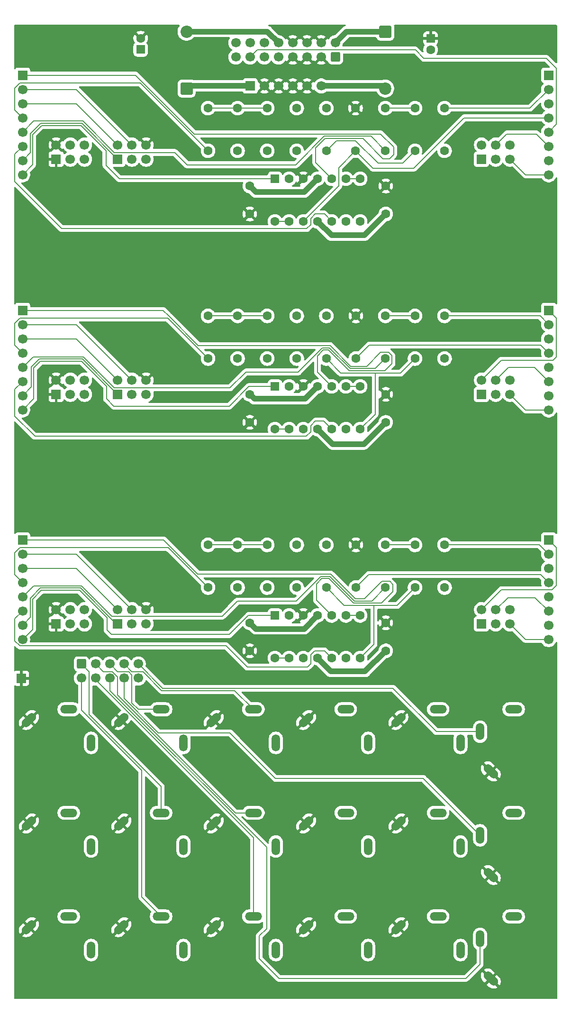
<source format=gbl>
%TF.GenerationSoftware,KiCad,Pcbnew,9.0.7*%
%TF.CreationDate,2026-02-21T19:12:40+01:00*%
%TF.ProjectId,DMH_VCLFO_v2_PCB_Main,444d485f-5643-44c4-964f-5f76325f5043,1*%
%TF.SameCoordinates,Original*%
%TF.FileFunction,Copper,L2,Bot*%
%TF.FilePolarity,Positive*%
%FSLAX46Y46*%
G04 Gerber Fmt 4.6, Leading zero omitted, Abs format (unit mm)*
G04 Created by KiCad (PCBNEW 9.0.7) date 2026-02-21 19:12:40*
%MOMM*%
%LPD*%
G01*
G04 APERTURE LIST*
G04 Aperture macros list*
%AMRoundRect*
0 Rectangle with rounded corners*
0 $1 Rounding radius*
0 $2 $3 $4 $5 $6 $7 $8 $9 X,Y pos of 4 corners*
0 Add a 4 corners polygon primitive as box body*
4,1,4,$2,$3,$4,$5,$6,$7,$8,$9,$2,$3,0*
0 Add four circle primitives for the rounded corners*
1,1,$1+$1,$2,$3*
1,1,$1+$1,$4,$5*
1,1,$1+$1,$6,$7*
1,1,$1+$1,$8,$9*
0 Add four rect primitives between the rounded corners*
20,1,$1+$1,$2,$3,$4,$5,0*
20,1,$1+$1,$4,$5,$6,$7,0*
20,1,$1+$1,$6,$7,$8,$9,0*
20,1,$1+$1,$8,$9,$2,$3,0*%
%AMHorizOval*
0 Thick line with rounded ends*
0 $1 width*
0 $2 $3 position (X,Y) of the first rounded end (center of the circle)*
0 $4 $5 position (X,Y) of the second rounded end (center of the circle)*
0 Add line between two ends*
20,1,$1,$2,$3,$4,$5,0*
0 Add two circle primitives to create the rounded ends*
1,1,$1,$2,$3*
1,1,$1,$4,$5*%
G04 Aperture macros list end*
%TA.AperFunction,ComponentPad*%
%ADD10HorizOval,1.508000X-0.533159X-0.533159X0.533159X0.533159X0*%
%TD*%
%TA.AperFunction,ComponentPad*%
%ADD11O,1.508000X3.016000*%
%TD*%
%TA.AperFunction,ComponentPad*%
%ADD12O,3.016000X1.508000*%
%TD*%
%TA.AperFunction,ComponentPad*%
%ADD13R,1.700000X1.700000*%
%TD*%
%TA.AperFunction,ComponentPad*%
%ADD14C,1.700000*%
%TD*%
%TA.AperFunction,ComponentPad*%
%ADD15HorizOval,1.508000X-0.533159X0.533159X0.533159X-0.533159X0*%
%TD*%
%TA.AperFunction,ComponentPad*%
%ADD16C,1.600000*%
%TD*%
%TA.AperFunction,ComponentPad*%
%ADD17RoundRect,0.250000X0.600000X-0.600000X0.600000X0.600000X-0.600000X0.600000X-0.600000X-0.600000X0*%
%TD*%
%TA.AperFunction,ComponentPad*%
%ADD18RoundRect,0.250000X-0.550000X0.550000X-0.550000X-0.550000X0.550000X-0.550000X0.550000X0.550000X0*%
%TD*%
%TA.AperFunction,ComponentPad*%
%ADD19RoundRect,0.249999X-0.850001X0.850001X-0.850001X-0.850001X0.850001X-0.850001X0.850001X0.850001X0*%
%TD*%
%TA.AperFunction,ComponentPad*%
%ADD20C,2.200000*%
%TD*%
%TA.AperFunction,ComponentPad*%
%ADD21RoundRect,0.250000X-0.600000X0.600000X-0.600000X-0.600000X0.600000X-0.600000X0.600000X0.600000X0*%
%TD*%
%TA.AperFunction,ComponentPad*%
%ADD22RoundRect,0.250000X0.550000X-0.550000X0.550000X0.550000X-0.550000X0.550000X-0.550000X-0.550000X0*%
%TD*%
%TA.AperFunction,ComponentPad*%
%ADD23RoundRect,0.249999X0.850001X-0.850001X0.850001X0.850001X-0.850001X0.850001X-0.850001X-0.850001X0*%
%TD*%
%TA.AperFunction,Conductor*%
%ADD24C,1.000000*%
%TD*%
%TA.AperFunction,Conductor*%
%ADD25C,0.200000*%
%TD*%
G04 APERTURE END LIST*
D10*
%TO.P,J16,S*%
%TO.N,GND*%
X103653810Y-204153810D03*
D11*
%TO.P,J16,T*%
%TO.N,C_Saw_M*%
X114750000Y-208250000D03*
D12*
%TO.P,J16,TN*%
%TO.N,unconnected-(J16-PadTN)*%
X110750000Y-202250000D03*
%TD*%
D10*
%TO.P,J7,S*%
%TO.N,GND*%
X54153810Y-185653810D03*
D11*
%TO.P,J7,T*%
%TO.N,B_CV_Amt_Pot_p3_M*%
X65250000Y-189750000D03*
D12*
%TO.P,J7,TN*%
%TO.N,Net-(U2B--)*%
X61250000Y-183750000D03*
%TD*%
D10*
%TO.P,J9,S*%
%TO.N,GND*%
X87153810Y-185653810D03*
D11*
%TO.P,J9,T*%
%TO.N,B_Sqr_M*%
X98250000Y-189750000D03*
D12*
%TO.P,J9,TN*%
%TO.N,B_Out_Sqr_TN_M*%
X94250000Y-183750000D03*
%TD*%
D13*
%TO.P,J22,1,Pin_1*%
%TO.N,A_FRng_Trim_p2_M*%
X53000000Y-52000000D03*
D14*
%TO.P,J22,2,Pin_2*%
%TO.N,A_Rng_Sw_p3_M*%
X53000000Y-54540000D03*
%TO.P,J22,3,Pin_3*%
%TO.N,A_Rng_Sw_p1_M*%
X53000000Y-57080000D03*
%TO.P,J22,4,Pin_4*%
%TO.N,A_Freq_Pot_p2_M*%
X53000000Y-59620000D03*
%TO.P,J22,5,Pin_5*%
%TO.N,A_CV_Amt_Pot_p3_M*%
X53000000Y-62160000D03*
%TO.P,J22,6,Pin_6*%
%TO.N,A_CV_Amt_Pot_p2_M*%
X53000000Y-64700000D03*
%TO.P,J22,7,Pin_7*%
%TO.N,A_VOct_Trim_p3_M*%
X53000000Y-67240000D03*
%TO.P,J22,8,Pin_8*%
%TO.N,A_VOct_Trim_p12_M*%
X53000000Y-69780000D03*
%TD*%
D10*
%TO.P,J1,S*%
%TO.N,GND*%
X54153810Y-167153810D03*
D11*
%TO.P,J1,T*%
%TO.N,A_CV_Amt_Pot_p3_M*%
X65250000Y-171250000D03*
D12*
%TO.P,J1,TN*%
%TO.N,Net-(U1B--)*%
X61250000Y-165250000D03*
%TD*%
D13*
%TO.P,J32,1,Pin_1*%
%TO.N,C_FRng_Trim_p2_M*%
X53000000Y-135000000D03*
D14*
%TO.P,J32,2,Pin_2*%
%TO.N,C_Rng_Sw_p3_M*%
X53000000Y-137540000D03*
%TO.P,J32,3,Pin_3*%
%TO.N,C_Rng_Sw_p1_M*%
X53000000Y-140080000D03*
%TO.P,J32,4,Pin_4*%
%TO.N,C_Freq_Pot_p2_M*%
X53000000Y-142620000D03*
%TO.P,J32,5,Pin_5*%
%TO.N,C_CV_Amt_Pot_p3_M*%
X53000000Y-145160000D03*
%TO.P,J32,6,Pin_6*%
%TO.N,C_CV_Amt_Pot_p2_M*%
X53000000Y-147700000D03*
%TO.P,J32,7,Pin_7*%
%TO.N,C_VOct_Trim_p3_M*%
X53000000Y-150240000D03*
%TO.P,J32,8,Pin_8*%
%TO.N,C_VOct_Trim_p12_M*%
X53000000Y-152780000D03*
%TD*%
D10*
%TO.P,J15,S*%
%TO.N,GND*%
X87153810Y-204153810D03*
D11*
%TO.P,J15,T*%
%TO.N,C_Sqr_M*%
X98250000Y-208250000D03*
D12*
%TO.P,J15,TN*%
%TO.N,C_Out_Sqr_TN_M*%
X94250000Y-202250000D03*
%TD*%
D10*
%TO.P,J14,S*%
%TO.N,GND*%
X70653810Y-204153810D03*
D11*
%TO.P,J14,T*%
%TO.N,C_Sync_M*%
X81750000Y-208250000D03*
D12*
%TO.P,J14,TN*%
%TO.N,C_Sync_TN_M*%
X77750000Y-202250000D03*
%TD*%
D10*
%TO.P,J11,S*%
%TO.N,GND*%
X120153810Y-185653810D03*
D11*
%TO.P,J11,T*%
%TO.N,Net-(J11-PadT)*%
X131250000Y-189750000D03*
D12*
%TO.P,J11,TN*%
%TO.N,unconnected-(J11-PadTN)*%
X127250000Y-183750000D03*
%TD*%
D13*
%TO.P,J28,1,Pin_1*%
%TO.N,B_Rmp_M*%
X147000000Y-94000000D03*
D14*
%TO.P,J28,2,Pin_2*%
%TO.N,B_Rmp_Rnd_Sw_p2_M*%
X147000000Y-96540000D03*
%TO.P,J28,3,Pin_3*%
%TO.N,B_Rnd_M*%
X147000000Y-99080000D03*
%TO.P,J28,4,Pin_4*%
%TO.N,B_BusCV_Sw_p2_M*%
X147000000Y-101620000D03*
%TO.P,J28,5,Pin_5*%
%TO.N,Bus_CV_M*%
X147000000Y-104160000D03*
%TO.P,J28,6,Pin_6*%
%TO.N,B_Sin_M*%
X147000000Y-106700000D03*
%TO.P,J28,7,Pin_7*%
%TO.N,B_Sin_Tri_Sw_p2_M*%
X147000000Y-109240000D03*
%TO.P,J28,8,Pin_8*%
%TO.N,B_Tri_M*%
X147000000Y-111780000D03*
%TD*%
D10*
%TO.P,J4,S*%
%TO.N,GND*%
X103653810Y-167153810D03*
D11*
%TO.P,J4,T*%
%TO.N,A_Saw_M*%
X114750000Y-171250000D03*
D12*
%TO.P,J4,TN*%
%TO.N,unconnected-(J4-PadTN)*%
X110750000Y-165250000D03*
%TD*%
D10*
%TO.P,J3,S*%
%TO.N,GND*%
X87153810Y-167153810D03*
D11*
%TO.P,J3,T*%
%TO.N,A_Sqr_M*%
X98250000Y-171250000D03*
D12*
%TO.P,J3,TN*%
%TO.N,A_Out_Sqr_TN_M*%
X94250000Y-165250000D03*
%TD*%
D15*
%TO.P,J18,S*%
%TO.N,GND*%
X136653810Y-213346190D03*
D12*
%TO.P,J18,T*%
%TO.N,C_Sin_Tri_Sw_p2_M*%
X140750000Y-202250000D03*
D11*
%TO.P,J18,TN*%
%TO.N,C_Out_Sin_Tri_TN_M*%
X134750000Y-206250000D03*
%TD*%
D10*
%TO.P,J13,S*%
%TO.N,GND*%
X54153810Y-204153810D03*
D11*
%TO.P,J13,T*%
%TO.N,C_CV_Amt_Pot_p3_M*%
X65250000Y-208250000D03*
D12*
%TO.P,J13,TN*%
%TO.N,Net-(U3B--)*%
X61250000Y-202250000D03*
%TD*%
D10*
%TO.P,J2,S*%
%TO.N,GND*%
X70653810Y-167153810D03*
D11*
%TO.P,J2,T*%
%TO.N,A_Sync_M*%
X81750000Y-171250000D03*
D12*
%TO.P,J2,TN*%
%TO.N,A_Sync_TN_M*%
X77750000Y-165250000D03*
%TD*%
D10*
%TO.P,J8,S*%
%TO.N,GND*%
X70653810Y-185653810D03*
D11*
%TO.P,J8,T*%
%TO.N,B_Sync_M*%
X81750000Y-189750000D03*
D12*
%TO.P,J8,TN*%
%TO.N,B_Sync_TN_M*%
X77750000Y-183750000D03*
%TD*%
D13*
%TO.P,J23,1,Pin_1*%
%TO.N,A_Rmp_M*%
X147000000Y-52000000D03*
D14*
%TO.P,J23,2,Pin_2*%
%TO.N,A_Rmp_Rnd_Sw_p2_M*%
X147000000Y-54540000D03*
%TO.P,J23,3,Pin_3*%
%TO.N,A_Rnd_M*%
X147000000Y-57080000D03*
%TO.P,J23,4,Pin_4*%
%TO.N,A_BusCV_Sw_p2_M*%
X147000000Y-59620000D03*
%TO.P,J23,5,Pin_5*%
%TO.N,Bus_CV_M*%
X147000000Y-62160000D03*
%TO.P,J23,6,Pin_6*%
%TO.N,A_Sin_M*%
X147000000Y-64700000D03*
%TO.P,J23,7,Pin_7*%
%TO.N,A_Sin_Tri_Sw_p2_M*%
X147000000Y-67240000D03*
%TO.P,J23,8,Pin_8*%
%TO.N,A_Tri_M*%
X147000000Y-69780000D03*
%TD*%
D10*
%TO.P,J5,S*%
%TO.N,GND*%
X120153810Y-167153810D03*
D11*
%TO.P,J5,T*%
%TO.N,Net-(J5-PadT)*%
X131250000Y-171250000D03*
D12*
%TO.P,J5,TN*%
%TO.N,unconnected-(J5-PadTN)*%
X127250000Y-165250000D03*
%TD*%
D15*
%TO.P,J12,S*%
%TO.N,GND*%
X136653810Y-194846190D03*
D12*
%TO.P,J12,T*%
%TO.N,B_Sin_Tri_Sw_p2_M*%
X140750000Y-183750000D03*
D11*
%TO.P,J12,TN*%
%TO.N,B_Out_Sin_Tri_TN_M*%
X134750000Y-187750000D03*
%TD*%
D15*
%TO.P,J6,S*%
%TO.N,GND*%
X136653810Y-176346190D03*
D12*
%TO.P,J6,T*%
%TO.N,A_Sin_Tri_Sw_p2_M*%
X140750000Y-165250000D03*
D11*
%TO.P,J6,TN*%
%TO.N,A_Out_Sin_Tri_TN_M*%
X134750000Y-169250000D03*
%TD*%
D10*
%TO.P,J17,S*%
%TO.N,GND*%
X120153810Y-204153810D03*
D11*
%TO.P,J17,T*%
%TO.N,Net-(J17-PadT)*%
X131250000Y-208250000D03*
D12*
%TO.P,J17,TN*%
%TO.N,unconnected-(J17-PadTN)*%
X127250000Y-202250000D03*
%TD*%
D13*
%TO.P,J27,1,Pin_1*%
%TO.N,B_FRng_Trim_p2_M*%
X53000000Y-94000000D03*
D14*
%TO.P,J27,2,Pin_2*%
%TO.N,B_Rng_Sw_p3_M*%
X53000000Y-96540000D03*
%TO.P,J27,3,Pin_3*%
%TO.N,B_Rng_Sw_p1_M*%
X53000000Y-99080000D03*
%TO.P,J27,4,Pin_4*%
%TO.N,B_Freq_Pot_p2_M*%
X53000000Y-101620000D03*
%TO.P,J27,5,Pin_5*%
%TO.N,B_CV_Amt_Pot_p3_M*%
X53000000Y-104160000D03*
%TO.P,J27,6,Pin_6*%
%TO.N,B_CV_Amt_Pot_p2_M*%
X53000000Y-106700000D03*
%TO.P,J27,7,Pin_7*%
%TO.N,B_VOct_Trim_p3_M*%
X53000000Y-109240000D03*
%TO.P,J27,8,Pin_8*%
%TO.N,B_VOct_Trim_p12_M*%
X53000000Y-111780000D03*
%TD*%
D13*
%TO.P,J33,1,Pin_1*%
%TO.N,C_Rmp_M*%
X147000000Y-135000000D03*
D14*
%TO.P,J33,2,Pin_2*%
%TO.N,C_Rmp_Rnd_Sw_p2_M*%
X147000000Y-137540000D03*
%TO.P,J33,3,Pin_3*%
%TO.N,C_Rnd_M*%
X147000000Y-140080000D03*
%TO.P,J33,4,Pin_4*%
%TO.N,C_BusCV_Sw_p2_M*%
X147000000Y-142620000D03*
%TO.P,J33,5,Pin_5*%
%TO.N,Bus_CV_M*%
X147000000Y-145160000D03*
%TO.P,J33,6,Pin_6*%
%TO.N,C_Sin_M*%
X147000000Y-147700000D03*
%TO.P,J33,7,Pin_7*%
%TO.N,C_Sin_Tri_Sw_p2_M*%
X147000000Y-150240000D03*
%TO.P,J33,8,Pin_8*%
%TO.N,C_Tri_M*%
X147000000Y-152780000D03*
%TD*%
D13*
%TO.P,J52,1,Pin_1*%
%TO.N,+12V*%
X93675000Y-53925000D03*
D14*
%TO.P,J52,2,Pin_2*%
%TO.N,GND*%
X96215000Y-53925000D03*
%TO.P,J52,3,Pin_3*%
X98755000Y-53925000D03*
%TO.P,J52,4,Pin_4*%
X101295000Y-53925000D03*
%TO.P,J52,5,Pin_5*%
X103835000Y-53925000D03*
%TO.P,J52,6,Pin_6*%
%TO.N,-12V*%
X106375000Y-53925000D03*
%TD*%
D10*
%TO.P,J10,S*%
%TO.N,GND*%
X103653810Y-185653810D03*
D11*
%TO.P,J10,T*%
%TO.N,B_Saw_M*%
X114750000Y-189750000D03*
D12*
%TO.P,J10,TN*%
%TO.N,unconnected-(J10-PadTN)*%
X110750000Y-183750000D03*
%TD*%
D16*
%TO.P,C60,1*%
%TO.N,GND*%
X117900000Y-71800000D03*
%TO.P,C60,2*%
%TO.N,-12V*%
X117900000Y-76800000D03*
%TD*%
%TO.P,R27,1*%
%TO.N,B_CV_Amt_Pot_p3_M*%
X117836406Y-102610000D03*
%TO.P,R27,2*%
%TO.N,Net-(U2C--)*%
X117836406Y-94990000D03*
%TD*%
%TO.P,R42,1*%
%TO.N,Net-(U3C--)*%
X123118203Y-135890000D03*
%TO.P,R42,2*%
%TO.N,Net-(R40-Pad2)*%
X123118203Y-143510000D03*
%TD*%
%TO.P,R37,1*%
%TO.N,C_BusCV_Sw_p2_M*%
X112554609Y-143510000D03*
%TO.P,R37,2*%
%TO.N,GND*%
X112554609Y-135890000D03*
%TD*%
%TO.P,C56,1*%
%TO.N,+12V*%
X93600000Y-71800000D03*
%TO.P,C56,2*%
%TO.N,GND*%
X93600000Y-76800000D03*
%TD*%
%TO.P,R8,1*%
%TO.N,Net-(U1C--)*%
X123118203Y-57890000D03*
%TO.P,R8,2*%
%TO.N,Net-(R6-Pad2)*%
X123118203Y-65510000D03*
%TD*%
%TO.P,R34,1*%
%TO.N,B_Rmp_Rnd_Sw_p2_M*%
X128400000Y-94990000D03*
%TO.P,R34,2*%
%TO.N,Net-(J11-PadT)*%
X128400000Y-102610000D03*
%TD*%
%TO.P,R3,1*%
%TO.N,A_BusCV_Sw_p2_M*%
X112500000Y-65510000D03*
%TO.P,R3,2*%
%TO.N,GND*%
X112500000Y-57890000D03*
%TD*%
D17*
%TO.P,J100,1a,Pin_1a*%
%TO.N,Net-(D25-K)*%
X108890000Y-48752500D03*
D14*
%TO.P,J100,1b,Pin_1b*%
X108890000Y-46212500D03*
%TO.P,J100,2a,Pin_2a*%
%TO.N,GND*%
X106350000Y-48752500D03*
%TO.P,J100,2b,Pin_2b*%
X106350000Y-46212500D03*
%TO.P,J100,3a,Pin_3a*%
X103810000Y-48752500D03*
%TO.P,J100,3b,Pin_3b*%
X103810000Y-46212500D03*
%TO.P,J100,4a,Pin_4a*%
X101270000Y-48752500D03*
%TO.P,J100,4b,Pin_4b*%
X101270000Y-46212500D03*
%TO.P,J100,5a,Pin_5a*%
%TO.N,Net-(D26-A)*%
X98730000Y-48752500D03*
%TO.P,J100,5b,Pin_5b*%
X98730000Y-46212500D03*
%TO.P,J100,6a,Pin_6a*%
%TO.N,unconnected-(J100-Pin_6a-Pad6a)*%
X96190000Y-48752500D03*
%TO.P,J100,6b,Pin_6b*%
%TO.N,unconnected-(J100-Pin_6b-Pad6b)*%
X96190000Y-46212500D03*
%TO.P,J100,7a,Pin_7a*%
%TO.N,Bus_CV_M*%
X93650000Y-48752500D03*
%TO.P,J100,7b,Pin_7b*%
X93650000Y-46212500D03*
%TO.P,J100,8a,Pin_8a*%
%TO.N,unconnected-(J100-Pin_8a-Pad8a)*%
X91110000Y-48752500D03*
%TO.P,J100,8b,Pin_8b*%
%TO.N,unconnected-(J100-Pin_8b-Pad8b)*%
X91110000Y-46212500D03*
%TD*%
D16*
%TO.P,C62,1*%
%TO.N,GND*%
X117900000Y-149800000D03*
%TO.P,C62,2*%
%TO.N,-12V*%
X117900000Y-154800000D03*
%TD*%
%TO.P,R17,1*%
%TO.N,A_Rmp_Rnd_Sw_p2_M*%
X128400000Y-57890000D03*
%TO.P,R17,2*%
%TO.N,Net-(J5-PadT)*%
X128400000Y-65510000D03*
%TD*%
%TO.P,R19,1*%
%TO.N,Net-(U2A--)*%
X91427421Y-94990000D03*
%TO.P,R19,2*%
%TO.N,Net-(U2D--)*%
X91427421Y-102610000D03*
%TD*%
%TO.P,C58,1*%
%TO.N,+12V*%
X93600000Y-149800000D03*
%TO.P,C58,2*%
%TO.N,GND*%
X93600000Y-154800000D03*
%TD*%
D13*
%TO.P,J53,1,Pin_1*%
%TO.N,GND*%
X52800000Y-159700000D03*
%TD*%
D16*
%TO.P,R51,1*%
%TO.N,C_Rmp_Rnd_Sw_p2_M*%
X128400000Y-135890000D03*
%TO.P,R51,2*%
%TO.N,Net-(J17-PadT)*%
X128400000Y-143510000D03*
%TD*%
%TO.P,R36,1*%
%TO.N,Net-(U3A--)*%
X91427421Y-135890000D03*
%TO.P,R36,2*%
%TO.N,Net-(U3D--)*%
X91427421Y-143510000D03*
%TD*%
D18*
%TO.P,U2,1*%
%TO.N,B_VOct_Trim_p12_M*%
X98085000Y-107590000D03*
D16*
%TO.P,U2,2,-*%
%TO.N,Net-(U2A--)*%
X100625000Y-107590000D03*
%TO.P,U2,3,+*%
%TO.N,GND*%
X103165000Y-107590000D03*
%TO.P,U2,4,V+*%
%TO.N,+12V*%
X105705000Y-107590000D03*
%TO.P,U2,5,+*%
%TO.N,B_FRng_Trim_p2_M*%
X108245000Y-107590000D03*
%TO.P,U2,6,-*%
%TO.N,Net-(U2B--)*%
X110785000Y-107590000D03*
%TO.P,U2,7*%
X113325000Y-107590000D03*
%TO.P,U2,8*%
%TO.N,Net-(R23-Pad2)*%
X113325000Y-115210000D03*
%TO.P,U2,9,-*%
%TO.N,Net-(U2C--)*%
X110785000Y-115210000D03*
%TO.P,U2,10,+*%
%TO.N,B_CV_Amt_Pot_p2_M*%
X108245000Y-115210000D03*
%TO.P,U2,11,V-*%
%TO.N,-12V*%
X105705000Y-115210000D03*
%TO.P,U2,12,+*%
%TO.N,B_BusCV_Sw_p2_M*%
X103165000Y-115210000D03*
%TO.P,U2,13,-*%
%TO.N,Net-(U2D--)*%
X100625000Y-115210000D03*
%TO.P,U2,14*%
X98085000Y-115210000D03*
%TD*%
D19*
%TO.P,D25,1,K*%
%TO.N,Net-(D25-K)*%
X117800000Y-44220000D03*
D20*
%TO.P,D25,2,A*%
%TO.N,-12V*%
X117800000Y-54380000D03*
%TD*%
D16*
%TO.P,R2,1*%
%TO.N,Net-(U1A--)*%
X91427421Y-57890000D03*
%TO.P,R2,2*%
%TO.N,Net-(U1D--)*%
X91427421Y-65510000D03*
%TD*%
D21*
%TO.P,J21,1,Pin_1*%
%TO.N,B_Sync_TN_M*%
X63520000Y-157147500D03*
D14*
%TO.P,J21,2,Pin_2*%
%TO.N,B_Out_Sqr_TN_M*%
X66060000Y-157147500D03*
%TO.P,J21,3,Pin_3*%
%TO.N,A_Sync_TN_M*%
X68600000Y-157147500D03*
%TO.P,J21,4,Pin_4*%
%TO.N,A_Out_Sqr_TN_M*%
X71140000Y-157147500D03*
%TO.P,J21,5,Pin_5*%
%TO.N,A_Out_Sin_Tri_TN_M*%
X73680000Y-157147500D03*
%TO.P,J21,6,Pin_6*%
%TO.N,C_Sync_TN_M*%
X63520000Y-159687500D03*
%TO.P,J21,7,Pin_7*%
%TO.N,C_Out_Sqr_TN_M*%
X66060000Y-159687500D03*
%TO.P,J21,8,Pin_8*%
%TO.N,C_Out_Sin_Tri_TN_M*%
X68600000Y-159687500D03*
%TO.P,J21,9,Pin_9*%
%TO.N,B_Out_Sin_Tri_TN_M*%
X71140000Y-159687500D03*
%TO.P,J21,10,Pin_10*%
%TO.N,unconnected-(J21-Pin_10-Pad10)*%
X73680000Y-159687500D03*
%TD*%
D16*
%TO.P,C57,1*%
%TO.N,+12V*%
X93600000Y-109000000D03*
%TO.P,C57,2*%
%TO.N,GND*%
X93600000Y-114000000D03*
%TD*%
%TO.P,R44,1*%
%TO.N,C_CV_Amt_Pot_p3_M*%
X117836406Y-143510000D03*
%TO.P,R44,2*%
%TO.N,Net-(U3C--)*%
X117836406Y-135890000D03*
%TD*%
%TO.P,R5,1*%
%TO.N,Net-(U1A--)*%
X96709218Y-57890000D03*
%TO.P,R5,2*%
%TO.N,A_VOct_Trim_p12_M*%
X96709218Y-65510000D03*
%TD*%
D13*
%TO.P,J49,1,Pin_1*%
%TO.N,C_VOct_Trim_p3_M*%
X70000000Y-150000000D03*
D14*
%TO.P,J49,2,Pin_2*%
%TO.N,C_Rng_Sw_p1_M*%
X70000000Y-147460000D03*
%TO.P,J49,3,Pin_3*%
%TO.N,unconnected-(J49-Pin_3-Pad3)*%
X72540000Y-150000000D03*
%TO.P,J49,4,Pin_4*%
%TO.N,C_Rng_Sw_p3_M*%
X72540000Y-147460000D03*
%TO.P,J49,5,Pin_5*%
%TO.N,C_Sync_M*%
X75080000Y-150000000D03*
%TO.P,J49,6,Pin_6*%
%TO.N,GND*%
X75080000Y-147460000D03*
%TD*%
D16*
%TO.P,R22,1*%
%TO.N,Net-(U2A--)*%
X96709218Y-94990000D03*
%TO.P,R22,2*%
%TO.N,B_VOct_Trim_p12_M*%
X96709218Y-102610000D03*
%TD*%
D22*
%TO.P,C55,1*%
%TO.N,+12V*%
X74100000Y-47400000D03*
D16*
%TO.P,C55,2*%
%TO.N,GND*%
X74100000Y-45400000D03*
%TD*%
D13*
%TO.P,J41,1,Pin_1*%
%TO.N,GND*%
X59000000Y-109000000D03*
D14*
%TO.P,J41,2,Pin_2*%
X59000000Y-106460000D03*
%TO.P,J41,3,Pin_3*%
%TO.N,+12V*%
X61540000Y-109000000D03*
%TO.P,J41,4,Pin_4*%
X61540000Y-106460000D03*
%TO.P,J41,5,Pin_5*%
%TO.N,-12V*%
X64080000Y-109000000D03*
%TO.P,J41,6,Pin_6*%
X64080000Y-106460000D03*
%TD*%
D16*
%TO.P,R4,1*%
%TO.N,Net-(U1A--)*%
X86145624Y-57890000D03*
%TO.P,R4,2*%
%TO.N,A_Freq_Pot_p2_M*%
X86145624Y-65510000D03*
%TD*%
%TO.P,R35,1*%
%TO.N,-12V*%
X101991015Y-135890000D03*
%TO.P,R35,2*%
%TO.N,Net-(U3A--)*%
X101991015Y-143510000D03*
%TD*%
D13*
%TO.P,J37,1,Pin_1*%
%TO.N,A_VOct_Trim_p3_M*%
X70000000Y-67000000D03*
D14*
%TO.P,J37,2,Pin_2*%
%TO.N,A_Rng_Sw_p1_M*%
X70000000Y-64460000D03*
%TO.P,J37,3,Pin_3*%
%TO.N,unconnected-(J37-Pin_3-Pad3)*%
X72540000Y-67000000D03*
%TO.P,J37,4,Pin_4*%
%TO.N,A_Rng_Sw_p3_M*%
X72540000Y-64460000D03*
%TO.P,J37,5,Pin_5*%
%TO.N,A_Sync_M*%
X75080000Y-67000000D03*
%TO.P,J37,6,Pin_6*%
%TO.N,GND*%
X75080000Y-64460000D03*
%TD*%
D18*
%TO.P,U3,1*%
%TO.N,C_VOct_Trim_p12_M*%
X98085000Y-148490000D03*
D16*
%TO.P,U3,2,-*%
%TO.N,Net-(U3A--)*%
X100625000Y-148490000D03*
%TO.P,U3,3,+*%
%TO.N,GND*%
X103165000Y-148490000D03*
%TO.P,U3,4,V+*%
%TO.N,+12V*%
X105705000Y-148490000D03*
%TO.P,U3,5,+*%
%TO.N,C_FRng_Trim_p2_M*%
X108245000Y-148490000D03*
%TO.P,U3,6,-*%
%TO.N,Net-(U3B--)*%
X110785000Y-148490000D03*
%TO.P,U3,7*%
X113325000Y-148490000D03*
%TO.P,U3,8*%
%TO.N,Net-(R40-Pad2)*%
X113325000Y-156110000D03*
%TO.P,U3,9,-*%
%TO.N,Net-(U3C--)*%
X110785000Y-156110000D03*
%TO.P,U3,10,+*%
%TO.N,C_CV_Amt_Pot_p2_M*%
X108245000Y-156110000D03*
%TO.P,U3,11,V-*%
%TO.N,-12V*%
X105705000Y-156110000D03*
%TO.P,U3,12,+*%
%TO.N,C_BusCV_Sw_p2_M*%
X103165000Y-156110000D03*
%TO.P,U3,13,-*%
%TO.N,Net-(U3D--)*%
X100625000Y-156110000D03*
%TO.P,U3,14*%
X98085000Y-156110000D03*
%TD*%
%TO.P,R23,1*%
%TO.N,Net-(U2A--)*%
X107272812Y-94990000D03*
%TO.P,R23,2*%
%TO.N,Net-(R23-Pad2)*%
X107272812Y-102610000D03*
%TD*%
%TO.P,R40,1*%
%TO.N,Net-(U3A--)*%
X107272812Y-135890000D03*
%TO.P,R40,2*%
%TO.N,Net-(R40-Pad2)*%
X107272812Y-143510000D03*
%TD*%
%TO.P,R20,1*%
%TO.N,B_BusCV_Sw_p2_M*%
X112554609Y-102610000D03*
%TO.P,R20,2*%
%TO.N,GND*%
X112554609Y-94990000D03*
%TD*%
%TO.P,R1,1*%
%TO.N,-12V*%
X101991015Y-57890000D03*
%TO.P,R1,2*%
%TO.N,Net-(U1A--)*%
X101991015Y-65510000D03*
%TD*%
D13*
%TO.P,J39,1,Pin_1*%
%TO.N,A_Sqr_M*%
X135000000Y-67000000D03*
D14*
%TO.P,J39,2,Pin_2*%
%TO.N,A_Rmp_M*%
X135000000Y-64460000D03*
%TO.P,J39,3,Pin_3*%
%TO.N,A_Saw_M*%
X137540000Y-67000000D03*
%TO.P,J39,4,Pin_4*%
%TO.N,A_Sin_M*%
X137540000Y-64460000D03*
%TO.P,J39,5,Pin_5*%
%TO.N,A_Tri_M*%
X140080000Y-67000000D03*
%TO.P,J39,6,Pin_6*%
%TO.N,A_Rnd_M*%
X140080000Y-64460000D03*
%TD*%
D23*
%TO.P,D26,1,K*%
%TO.N,+12V*%
X82300000Y-54380000D03*
D20*
%TO.P,D26,2,A*%
%TO.N,Net-(D26-A)*%
X82300000Y-44220000D03*
%TD*%
D16*
%TO.P,R10,1*%
%TO.N,A_CV_Amt_Pot_p3_M*%
X117836406Y-65510000D03*
%TO.P,R10,2*%
%TO.N,Net-(U1C--)*%
X117836406Y-57890000D03*
%TD*%
%TO.P,R18,1*%
%TO.N,-12V*%
X101991015Y-94990000D03*
%TO.P,R18,2*%
%TO.N,Net-(U2A--)*%
X101991015Y-102610000D03*
%TD*%
%TO.P,R21,1*%
%TO.N,Net-(U2A--)*%
X86145624Y-94990000D03*
%TO.P,R21,2*%
%TO.N,B_Freq_Pot_p2_M*%
X86145624Y-102610000D03*
%TD*%
D18*
%TO.P,U1,1*%
%TO.N,A_VOct_Trim_p12_M*%
X98085000Y-70490000D03*
D16*
%TO.P,U1,2,-*%
%TO.N,Net-(U1A--)*%
X100625000Y-70490000D03*
%TO.P,U1,3,+*%
%TO.N,GND*%
X103165000Y-70490000D03*
%TO.P,U1,4,V+*%
%TO.N,+12V*%
X105705000Y-70490000D03*
%TO.P,U1,5,+*%
%TO.N,A_FRng_Trim_p2_M*%
X108245000Y-70490000D03*
%TO.P,U1,6,-*%
%TO.N,Net-(U1B--)*%
X110785000Y-70490000D03*
%TO.P,U1,7*%
X113325000Y-70490000D03*
%TO.P,U1,8*%
%TO.N,Net-(R6-Pad2)*%
X113325000Y-78110000D03*
%TO.P,U1,9,-*%
%TO.N,Net-(U1C--)*%
X110785000Y-78110000D03*
%TO.P,U1,10,+*%
%TO.N,A_CV_Amt_Pot_p2_M*%
X108245000Y-78110000D03*
%TO.P,U1,11,V-*%
%TO.N,-12V*%
X105705000Y-78110000D03*
%TO.P,U1,12,+*%
%TO.N,A_BusCV_Sw_p2_M*%
X103165000Y-78110000D03*
%TO.P,U1,13,-*%
%TO.N,Net-(U1D--)*%
X100625000Y-78110000D03*
%TO.P,U1,14*%
X98085000Y-78110000D03*
%TD*%
%TO.P,C61,1*%
%TO.N,GND*%
X117900000Y-109000000D03*
%TO.P,C61,2*%
%TO.N,-12V*%
X117900000Y-114000000D03*
%TD*%
%TO.P,R6,1*%
%TO.N,Net-(U1A--)*%
X107272812Y-57890000D03*
%TO.P,R6,2*%
%TO.N,Net-(R6-Pad2)*%
X107272812Y-65510000D03*
%TD*%
D18*
%TO.P,C59,1*%
%TO.N,GND*%
X125900000Y-45444888D03*
D16*
%TO.P,C59,2*%
%TO.N,-12V*%
X125900000Y-47444888D03*
%TD*%
D13*
%TO.P,J43,1,Pin_1*%
%TO.N,B_VOct_Trim_p3_M*%
X70000000Y-109000000D03*
D14*
%TO.P,J43,2,Pin_2*%
%TO.N,B_Rng_Sw_p1_M*%
X70000000Y-106460000D03*
%TO.P,J43,3,Pin_3*%
%TO.N,unconnected-(J43-Pin_3-Pad3)*%
X72540000Y-109000000D03*
%TO.P,J43,4,Pin_4*%
%TO.N,B_Rng_Sw_p3_M*%
X72540000Y-106460000D03*
%TO.P,J43,5,Pin_5*%
%TO.N,B_Sync_M*%
X75080000Y-109000000D03*
%TO.P,J43,6,Pin_6*%
%TO.N,GND*%
X75080000Y-106460000D03*
%TD*%
D13*
%TO.P,J35,1,Pin_1*%
%TO.N,GND*%
X59000000Y-67000000D03*
D14*
%TO.P,J35,2,Pin_2*%
X59000000Y-64460000D03*
%TO.P,J35,3,Pin_3*%
%TO.N,+12V*%
X61540000Y-67000000D03*
%TO.P,J35,4,Pin_4*%
X61540000Y-64460000D03*
%TO.P,J35,5,Pin_5*%
%TO.N,-12V*%
X64080000Y-67000000D03*
%TO.P,J35,6,Pin_6*%
X64080000Y-64460000D03*
%TD*%
D13*
%TO.P,J45,1,Pin_1*%
%TO.N,B_Sqr_M*%
X135000000Y-109000000D03*
D14*
%TO.P,J45,2,Pin_2*%
%TO.N,B_Rmp_M*%
X135000000Y-106460000D03*
%TO.P,J45,3,Pin_3*%
%TO.N,B_Saw_M*%
X137540000Y-109000000D03*
%TO.P,J45,4,Pin_4*%
%TO.N,B_Sin_M*%
X137540000Y-106460000D03*
%TO.P,J45,5,Pin_5*%
%TO.N,B_Tri_M*%
X140080000Y-109000000D03*
%TO.P,J45,6,Pin_6*%
%TO.N,B_Rnd_M*%
X140080000Y-106460000D03*
%TD*%
D16*
%TO.P,R38,1*%
%TO.N,Net-(U3A--)*%
X86145624Y-135890000D03*
%TO.P,R38,2*%
%TO.N,C_Freq_Pot_p2_M*%
X86145624Y-143510000D03*
%TD*%
%TO.P,R39,1*%
%TO.N,Net-(U3A--)*%
X96709218Y-135890000D03*
%TO.P,R39,2*%
%TO.N,C_VOct_Trim_p12_M*%
X96709218Y-143510000D03*
%TD*%
D13*
%TO.P,J47,1,Pin_1*%
%TO.N,GND*%
X59000000Y-150000000D03*
D14*
%TO.P,J47,2,Pin_2*%
X59000000Y-147460000D03*
%TO.P,J47,3,Pin_3*%
%TO.N,+12V*%
X61540000Y-150000000D03*
%TO.P,J47,4,Pin_4*%
X61540000Y-147460000D03*
%TO.P,J47,5,Pin_5*%
%TO.N,-12V*%
X64080000Y-150000000D03*
%TO.P,J47,6,Pin_6*%
X64080000Y-147460000D03*
%TD*%
D16*
%TO.P,R25,1*%
%TO.N,Net-(U2C--)*%
X123118203Y-94990000D03*
%TO.P,R25,2*%
%TO.N,Net-(R23-Pad2)*%
X123118203Y-102610000D03*
%TD*%
D13*
%TO.P,J51,1,Pin_1*%
%TO.N,C_Sqr_M*%
X135000000Y-150000000D03*
D14*
%TO.P,J51,2,Pin_2*%
%TO.N,C_Rmp_M*%
X135000000Y-147460000D03*
%TO.P,J51,3,Pin_3*%
%TO.N,C_Saw_M*%
X137540000Y-150000000D03*
%TO.P,J51,4,Pin_4*%
%TO.N,C_Sin_M*%
X137540000Y-147460000D03*
%TO.P,J51,5,Pin_5*%
%TO.N,C_Tri_M*%
X140080000Y-150000000D03*
%TO.P,J51,6,Pin_6*%
%TO.N,C_Rnd_M*%
X140080000Y-147460000D03*
%TD*%
D24*
%TO.N,+12V*%
X82755000Y-53925000D02*
X82300000Y-54380000D01*
X93675000Y-53925000D02*
X82755000Y-53925000D01*
X94700000Y-150900000D02*
X103295000Y-150900000D01*
X93600000Y-149800000D02*
X94700000Y-150900000D01*
X103295000Y-72900000D02*
X105705000Y-70490000D01*
X103295000Y-150900000D02*
X105705000Y-148490000D01*
X94700000Y-72900000D02*
X103295000Y-72900000D01*
X93600000Y-71800000D02*
X94700000Y-72900000D01*
X93600000Y-109000000D02*
X94399999Y-109799999D01*
X103495001Y-109799999D02*
X105705000Y-107590000D01*
X94399999Y-109799999D02*
X103495001Y-109799999D01*
%TO.N,Net-(D25-K)*%
X110882500Y-44220000D02*
X108890000Y-46212500D01*
X117800000Y-44220000D02*
X110882500Y-44220000D01*
%TO.N,Net-(D26-A)*%
X96737500Y-44220000D02*
X98730000Y-46212500D01*
X82300000Y-44220000D02*
X96737500Y-44220000D01*
%TO.N,-12V*%
X105705000Y-156110000D02*
X108095000Y-158500000D01*
X105705000Y-115210000D02*
X108395000Y-117900000D01*
X114000000Y-117900000D02*
X117900000Y-114000000D01*
X108395000Y-117900000D02*
X114000000Y-117900000D01*
X105705000Y-78110000D02*
X108195000Y-80600000D01*
X108095000Y-158500000D02*
X114200000Y-158500000D01*
X106375000Y-53925000D02*
X117345000Y-53925000D01*
X114100000Y-80600000D02*
X117900000Y-76800000D01*
X108195000Y-80600000D02*
X114100000Y-80600000D01*
X117345000Y-53925000D02*
X117800000Y-54380000D01*
X114200000Y-158500000D02*
X117900000Y-154800000D01*
D25*
%TO.N,A_CV_Amt_Pot_p3_M*%
X101800000Y-68000000D02*
X106900000Y-62900000D01*
X106900000Y-62900000D02*
X115226406Y-62900000D01*
X80200000Y-65800000D02*
X82400000Y-68000000D01*
X54962000Y-60198000D02*
X63765100Y-60198000D01*
X82400000Y-68000000D02*
X101800000Y-68000000D01*
X53000000Y-62160000D02*
X54962000Y-60198000D01*
X69367100Y-65800000D02*
X80200000Y-65800000D01*
X63765100Y-60198000D02*
X69367100Y-65800000D01*
X115226406Y-62900000D02*
X117836406Y-65510000D01*
%TO.N,Net-(U1B--)*%
X113325000Y-70490000D02*
X110785000Y-70490000D01*
%TO.N,A_Sync_TN_M*%
X71961900Y-158536500D02*
X72529000Y-159103600D01*
X73651300Y-165250000D02*
X77750000Y-165250000D01*
X68600000Y-157147500D02*
X69989000Y-158536500D01*
X72529000Y-164127700D02*
X73651300Y-165250000D01*
X69989000Y-158536500D02*
X71961900Y-158536500D01*
X72529000Y-159103600D02*
X72529000Y-164127700D01*
%TO.N,A_Out_Sqr_TN_M*%
X71140000Y-157147500D02*
X72529000Y-158536500D01*
X90901000Y-161901000D02*
X94250000Y-165250000D01*
X72529000Y-158536500D02*
X74501900Y-158536500D01*
X74501900Y-158536500D02*
X77866400Y-161901000D01*
X77866400Y-161901000D02*
X90901000Y-161901000D01*
%TO.N,A_Out_Sin_Tri_TN_M*%
X119200000Y-161500000D02*
X126950000Y-169250000D01*
X126950000Y-169250000D02*
X134750000Y-169250000D01*
X73680000Y-157147500D02*
X78032500Y-161500000D01*
X78032500Y-161500000D02*
X119200000Y-161500000D01*
%TO.N,Net-(U2B--)*%
X110785000Y-107590000D02*
X113325000Y-107590000D01*
%TO.N,B_CV_Amt_Pot_p3_M*%
X106556441Y-100700000D02*
X107800000Y-100700000D01*
X90051000Y-107849000D02*
X92900000Y-105000000D01*
X54862000Y-102298000D02*
X63865100Y-102298000D01*
X63865100Y-102298000D02*
X69416100Y-107849000D01*
X116047406Y-104399000D02*
X117836406Y-102610000D01*
X111499000Y-104399000D02*
X116047406Y-104399000D01*
X53000000Y-104160000D02*
X54862000Y-102298000D01*
X107800000Y-100700000D02*
X111499000Y-104399000D01*
X102256441Y-105000000D02*
X106556441Y-100700000D01*
X69416100Y-107849000D02*
X90051000Y-107849000D01*
X92900000Y-105000000D02*
X102256441Y-105000000D01*
%TO.N,B_Sync_TN_M*%
X77750000Y-179050000D02*
X77750000Y-183750000D01*
X64909000Y-158536500D02*
X64909000Y-166209000D01*
X63520000Y-157147500D02*
X64909000Y-158536500D01*
X64909000Y-166209000D02*
X77750000Y-179050000D01*
%TO.N,B_Out_Sqr_TN_M*%
X69076760Y-158536500D02*
X69989000Y-159448740D01*
X69989000Y-162721900D02*
X91017100Y-183750000D01*
X66060000Y-157147500D02*
X67449000Y-158536500D01*
X91017100Y-183750000D02*
X94250000Y-183750000D01*
X67449000Y-158536500D02*
X69076760Y-158536500D01*
X69989000Y-159448740D02*
X69989000Y-162721900D01*
%TO.N,B_Out_Sin_Tri_TN_M*%
X71140000Y-163305800D02*
X77275200Y-169441000D01*
X90041000Y-169441000D02*
X98200000Y-177600000D01*
X71140000Y-159687500D02*
X71140000Y-163305800D01*
X98200000Y-177600000D02*
X124600000Y-177600000D01*
X124600000Y-177600000D02*
X134750000Y-187750000D01*
X77275200Y-169441000D02*
X90041000Y-169441000D01*
%TO.N,C_CV_Amt_Pot_p3_M*%
X53000000Y-145160000D02*
X54960000Y-143200000D01*
X63500000Y-143200000D02*
X68911000Y-148611000D01*
X115446406Y-145900000D02*
X117836406Y-143510000D01*
X68911000Y-148611000D02*
X88689000Y-148611000D01*
X112300000Y-145900000D02*
X115446406Y-145900000D01*
X106300000Y-141500000D02*
X107900000Y-141500000D01*
X101900000Y-145900000D02*
X106300000Y-141500000D01*
X107900000Y-141500000D02*
X112300000Y-145900000D01*
X91400000Y-145900000D02*
X101900000Y-145900000D01*
X54960000Y-143200000D02*
X63500000Y-143200000D01*
X88689000Y-148611000D02*
X91400000Y-145900000D01*
%TO.N,Net-(U3B--)*%
X113325000Y-148490000D02*
X110785000Y-148490000D01*
%TO.N,C_Sync_TN_M*%
X63520000Y-165387100D02*
X74300000Y-176167100D01*
X74300000Y-198800000D02*
X77750000Y-202250000D01*
X74300000Y-176167100D02*
X74300000Y-198800000D01*
X63520000Y-159687500D02*
X63520000Y-165387100D01*
%TO.N,C_Out_Sqr_TN_M*%
X66060000Y-159960000D02*
X94250000Y-188150000D01*
X66060000Y-159687500D02*
X66060000Y-159960000D01*
X94250000Y-188150000D02*
X94250000Y-202250000D01*
%TO.N,C_Out_Sin_Tri_TN_M*%
X95300000Y-205700000D02*
X95300000Y-209800000D01*
X68600000Y-159687500D02*
X68600000Y-161900000D01*
X96600000Y-189900000D02*
X96600000Y-204400000D01*
X68600000Y-161900000D02*
X96600000Y-189900000D01*
X98800000Y-213300000D02*
X132200000Y-213300000D01*
X95300000Y-209800000D02*
X98800000Y-213300000D01*
X134750000Y-210750000D02*
X134750000Y-206250000D01*
X132200000Y-213300000D02*
X134750000Y-210750000D01*
X96600000Y-204400000D02*
X95300000Y-205700000D01*
%TO.N,A_VOct_Trim_p3_M*%
X53000000Y-67240000D02*
X54399000Y-65841000D01*
X54399000Y-62433900D02*
X56233900Y-60599000D01*
X56233900Y-60599000D02*
X63599000Y-60599000D01*
X54399000Y-65841000D02*
X54399000Y-62433900D01*
X63599000Y-60599000D02*
X70000000Y-67000000D01*
%TO.N,A_Rng_Sw_p3_M*%
X53000000Y-54540000D02*
X62620000Y-54540000D01*
X62620000Y-54540000D02*
X72540000Y-64460000D01*
%TO.N,A_Freq_Pot_p2_M*%
X51601000Y-54311240D02*
X52523240Y-53389000D01*
X74024624Y-53389000D02*
X86145624Y-65510000D01*
X52523240Y-53389000D02*
X74024624Y-53389000D01*
X53000000Y-59620000D02*
X51601000Y-58221000D01*
X51601000Y-58221000D02*
X51601000Y-54311240D01*
%TO.N,A_VOct_Trim_p12_M*%
X67900000Y-65467100D02*
X67900000Y-68100000D01*
X70290000Y-70490000D02*
X98085000Y-70490000D01*
X67900000Y-68100000D02*
X70290000Y-70490000D01*
X54800000Y-67980000D02*
X54800000Y-62600000D01*
X63432900Y-61000000D02*
X67900000Y-65467100D01*
X56400000Y-61000000D02*
X63432900Y-61000000D01*
X53000000Y-69780000D02*
X54800000Y-67980000D01*
X54800000Y-62600000D02*
X56400000Y-61000000D01*
%TO.N,A_Rng_Sw_p1_M*%
X62620000Y-57080000D02*
X70000000Y-64460000D01*
X53000000Y-57080000D02*
X62620000Y-57080000D01*
%TO.N,A_CV_Amt_Pot_p2_M*%
X60000000Y-79400000D02*
X103770050Y-79400000D01*
X53000000Y-64700000D02*
X51601000Y-66099000D01*
X105300000Y-76800000D02*
X106935000Y-76800000D01*
X104500000Y-78670050D02*
X104500000Y-77600000D01*
X104500000Y-77600000D02*
X105300000Y-76800000D01*
X51601000Y-71001000D02*
X60000000Y-79400000D01*
X103770050Y-79400000D02*
X104500000Y-78670050D01*
X51601000Y-66099000D02*
X51601000Y-71001000D01*
X106935000Y-76800000D02*
X108245000Y-78110000D01*
%TO.N,A_FRng_Trim_p2_M*%
X53000000Y-52000000D02*
X73202724Y-52000000D01*
X107066100Y-63301000D02*
X105400000Y-64967100D01*
X105400000Y-64967100D02*
X105400000Y-67645000D01*
X118600000Y-66900000D02*
X117400000Y-66900000D01*
X119300000Y-66200000D02*
X118600000Y-66900000D01*
X105400000Y-67645000D02*
X108245000Y-70490000D01*
X83701724Y-62499000D02*
X116999000Y-62499000D01*
X113801000Y-63301000D02*
X107066100Y-63301000D01*
X117400000Y-66900000D02*
X113801000Y-63301000D01*
X119300000Y-64800000D02*
X119300000Y-66200000D01*
X116999000Y-62499000D02*
X119300000Y-64800000D01*
X73202724Y-52000000D02*
X83701724Y-62499000D01*
%TO.N,A_Rmp_Rnd_Sw_p2_M*%
X147000000Y-54540000D02*
X143650000Y-57890000D01*
X143650000Y-57890000D02*
X128400000Y-57890000D01*
%TO.N,A_Tri_M*%
X140080000Y-67000000D02*
X142860000Y-69780000D01*
X142860000Y-69780000D02*
X147000000Y-69780000D01*
%TO.N,A_Sin_M*%
X144800000Y-62500000D02*
X147000000Y-64700000D01*
X139500000Y-62500000D02*
X144800000Y-62500000D01*
X137540000Y-64460000D02*
X139500000Y-62500000D01*
%TO.N,Bus_CV_M*%
X148399000Y-50799000D02*
X146600000Y-49000000D01*
X148399000Y-60761000D02*
X148399000Y-50799000D01*
X124700000Y-49000000D02*
X123200000Y-47500000D01*
X123200000Y-47500000D02*
X94902500Y-47500000D01*
X146600000Y-49000000D02*
X124700000Y-49000000D01*
X147000000Y-62160000D02*
X148399000Y-60761000D01*
X94902500Y-47500000D02*
X93650000Y-48752500D01*
%TO.N,A_BusCV_Sw_p2_M*%
X103165000Y-78110000D02*
X109500000Y-71775000D01*
X109500000Y-71775000D02*
X109500000Y-68510000D01*
X109500000Y-68510000D02*
X112500000Y-65510000D01*
X131880000Y-59620000D02*
X147000000Y-59620000D01*
X115590000Y-68600000D02*
X122900000Y-68600000D01*
X122900000Y-68600000D02*
X131880000Y-59620000D01*
X112500000Y-65510000D02*
X115590000Y-68600000D01*
%TO.N,B_VOct_Trim_p12_M*%
X55001000Y-104299000D02*
X56200000Y-103100000D01*
X68000000Y-109800000D02*
X69300000Y-111100000D01*
X89942950Y-111100000D02*
X93452950Y-107590000D01*
X55001000Y-109779000D02*
X55001000Y-104299000D01*
X63532900Y-103100000D02*
X68000000Y-107567100D01*
X69300000Y-111100000D02*
X89942950Y-111100000D01*
X68000000Y-107567100D02*
X68000000Y-109800000D01*
X56200000Y-103100000D02*
X63532900Y-103100000D01*
X53000000Y-111780000D02*
X55001000Y-109779000D01*
X93452950Y-107590000D02*
X98085000Y-107590000D01*
%TO.N,B_CV_Amt_Pot_p2_M*%
X55200000Y-116500000D02*
X103700000Y-116500000D01*
X104500000Y-114600000D02*
X105300000Y-113800000D01*
X104500000Y-115700000D02*
X104500000Y-114600000D01*
X53000000Y-106700000D02*
X51601000Y-108099000D01*
X51601000Y-112901000D02*
X55200000Y-116500000D01*
X106835000Y-113800000D02*
X108245000Y-115210000D01*
X105300000Y-113800000D02*
X106835000Y-113800000D01*
X51601000Y-108099000D02*
X51601000Y-112901000D01*
X103700000Y-116500000D02*
X104500000Y-115700000D01*
%TO.N,B_Freq_Pot_p2_M*%
X78924624Y-95389000D02*
X86145624Y-102610000D01*
X51601000Y-96311240D02*
X52523240Y-95389000D01*
X51601000Y-100221000D02*
X51601000Y-96311240D01*
X52523240Y-95389000D02*
X78924624Y-95389000D01*
X53000000Y-101620000D02*
X51601000Y-100221000D01*
%TO.N,B_Rng_Sw_p3_M*%
X62620000Y-96540000D02*
X72540000Y-106460000D01*
X53000000Y-96540000D02*
X62620000Y-96540000D01*
%TO.N,B_FRng_Trim_p2_M*%
X78100000Y-94000000D02*
X53000000Y-94000000D01*
X117700000Y-104800000D02*
X119000000Y-103500000D01*
X114502000Y-103998000D02*
X111665100Y-103998000D01*
X119000000Y-102100000D02*
X118409000Y-101509000D01*
X111332900Y-104800000D02*
X117700000Y-104800000D01*
X79088000Y-94988000D02*
X78100000Y-94000000D01*
X107966100Y-100299000D02*
X84401724Y-100299000D01*
X84401724Y-100299000D02*
X79090724Y-94988000D01*
X79090724Y-94988000D02*
X79088000Y-94988000D01*
X108245000Y-107590000D02*
X105700000Y-105045000D01*
X119000000Y-103500000D02*
X119000000Y-102100000D01*
X118409000Y-101509000D02*
X116991000Y-101509000D01*
X105700000Y-102123541D02*
X106722542Y-101101000D01*
X111665100Y-103998000D02*
X107966100Y-100299000D01*
X106722542Y-101101000D02*
X107633900Y-101101000D01*
X105700000Y-105045000D02*
X105700000Y-102123541D01*
X107633900Y-101101000D02*
X111332900Y-104800000D01*
X116991000Y-101509000D02*
X114502000Y-103998000D01*
%TO.N,B_Rng_Sw_p1_M*%
X62620000Y-99080000D02*
X70000000Y-106460000D01*
X53000000Y-99080000D02*
X62620000Y-99080000D01*
%TO.N,B_VOct_Trim_p3_M*%
X54600000Y-104132900D02*
X56033900Y-102699000D01*
X54600000Y-107640000D02*
X54600000Y-104132900D01*
X53000000Y-109240000D02*
X54600000Y-107640000D01*
X63699000Y-102699000D02*
X70000000Y-109000000D01*
X56033900Y-102699000D02*
X63699000Y-102699000D01*
%TO.N,B_Rmp_M*%
X148399000Y-102301000D02*
X148399000Y-95399000D01*
X135000000Y-106460000D02*
X138560000Y-102900000D01*
X148399000Y-95399000D02*
X147000000Y-94000000D01*
X138560000Y-102900000D02*
X147800000Y-102900000D01*
X147800000Y-102900000D02*
X148399000Y-102301000D01*
%TO.N,B_Sin_M*%
X137540000Y-106460000D02*
X139800000Y-104200000D01*
X144500000Y-104200000D02*
X147000000Y-106700000D01*
X139800000Y-104200000D02*
X144500000Y-104200000D01*
%TO.N,B_BusCV_Sw_p2_M*%
X114964609Y-100200000D02*
X145580000Y-100200000D01*
X112554609Y-102610000D02*
X114964609Y-100200000D01*
X145580000Y-100200000D02*
X147000000Y-101620000D01*
%TO.N,B_Tri_M*%
X140080000Y-109000000D02*
X142860000Y-111780000D01*
X142860000Y-111780000D02*
X147000000Y-111780000D01*
%TO.N,B_Rmp_Rnd_Sw_p2_M*%
X145450000Y-94990000D02*
X147000000Y-96540000D01*
X128400000Y-94990000D02*
X145450000Y-94990000D01*
%TO.N,C_CV_Amt_Pot_p2_M*%
X53000000Y-147700000D02*
X51601000Y-149099000D01*
X89369000Y-153931000D02*
X93138000Y-157700000D01*
X51601000Y-153008760D02*
X52523240Y-153931000D01*
X52523240Y-153931000D02*
X89369000Y-153931000D01*
X106935000Y-154800000D02*
X108245000Y-156110000D01*
X104500000Y-157100000D02*
X104500000Y-155500000D01*
X103900000Y-157700000D02*
X104500000Y-157100000D01*
X93138000Y-157700000D02*
X103900000Y-157700000D01*
X105200000Y-154800000D02*
X106935000Y-154800000D01*
X51601000Y-149099000D02*
X51601000Y-153008760D01*
X104500000Y-155500000D02*
X105200000Y-154800000D01*
%TO.N,C_FRng_Trim_p2_M*%
X118609000Y-142409000D02*
X117191000Y-142409000D01*
X84302724Y-141100000D02*
X78202724Y-135000000D01*
X119200000Y-143000000D02*
X118609000Y-142409000D01*
X114101000Y-145499000D02*
X112466100Y-145499000D01*
X78202724Y-135000000D02*
X53000000Y-135000000D01*
X105500000Y-142867100D02*
X106466100Y-141901000D01*
X107733900Y-141901000D02*
X112133900Y-146301000D01*
X117191000Y-142409000D02*
X114101000Y-145499000D01*
X108067100Y-141100000D02*
X84302724Y-141100000D01*
X119200000Y-144200000D02*
X119200000Y-143000000D01*
X108245000Y-148490000D02*
X105500000Y-145745000D01*
X112133900Y-146301000D02*
X117099000Y-146301000D01*
X117099000Y-146301000D02*
X119200000Y-144200000D01*
X106466100Y-141901000D02*
X107733900Y-141901000D01*
X112466100Y-145499000D02*
X108067100Y-141100000D01*
X105500000Y-145745000D02*
X105500000Y-142867100D01*
%TO.N,C_Rng_Sw_p1_M*%
X62620000Y-140080000D02*
X70000000Y-147460000D01*
X53000000Y-140080000D02*
X62620000Y-140080000D01*
%TO.N,C_VOct_Trim_p12_M*%
X54801000Y-145566100D02*
X56365100Y-144002000D01*
X56365100Y-144002000D02*
X63167800Y-144002000D01*
X54800000Y-150980000D02*
X54800000Y-149007100D01*
X54800000Y-149007100D02*
X54801000Y-149006100D01*
X89942950Y-151900000D02*
X93352950Y-148490000D01*
X93352950Y-148490000D02*
X98085000Y-148490000D01*
X53000000Y-152780000D02*
X54800000Y-150980000D01*
X68100000Y-151100000D02*
X68900000Y-151900000D01*
X68100000Y-148934200D02*
X68100000Y-151100000D01*
X68900000Y-151900000D02*
X89942950Y-151900000D01*
X54801000Y-149006100D02*
X54801000Y-145566100D01*
X63167800Y-144002000D02*
X68100000Y-148934200D01*
%TO.N,C_Freq_Pot_p2_M*%
X51601000Y-137311240D02*
X52523240Y-136389000D01*
X79024624Y-136389000D02*
X86145624Y-143510000D01*
X52523240Y-136389000D02*
X79024624Y-136389000D01*
X53000000Y-142620000D02*
X51601000Y-141221000D01*
X51601000Y-141221000D02*
X51601000Y-137311240D01*
%TO.N,C_Rng_Sw_p3_M*%
X53000000Y-137540000D02*
X62620000Y-137540000D01*
X62620000Y-137540000D02*
X72540000Y-147460000D01*
%TO.N,C_VOct_Trim_p3_M*%
X69732900Y-150000000D02*
X70000000Y-150000000D01*
X63333900Y-143601000D02*
X69732900Y-150000000D01*
X53000000Y-150240000D02*
X54400000Y-148840000D01*
X54400000Y-148840000D02*
X54400000Y-145400000D01*
X56199000Y-143601000D02*
X63333900Y-143601000D01*
X54400000Y-145400000D02*
X56199000Y-143601000D01*
%TO.N,C_BusCV_Sw_p2_M*%
X114864609Y-141200000D02*
X145580000Y-141200000D01*
X112554609Y-143510000D02*
X114864609Y-141200000D01*
X145580000Y-141200000D02*
X147000000Y-142620000D01*
%TO.N,C_Sin_M*%
X139700000Y-145300000D02*
X144600000Y-145300000D01*
X144600000Y-145300000D02*
X147000000Y-147700000D01*
X137540000Y-147460000D02*
X139700000Y-145300000D01*
%TO.N,C_Rmp_Rnd_Sw_p2_M*%
X145350000Y-135890000D02*
X147000000Y-137540000D01*
X128400000Y-135890000D02*
X145350000Y-135890000D01*
%TO.N,C_Tri_M*%
X142860000Y-152780000D02*
X147000000Y-152780000D01*
X140080000Y-150000000D02*
X142860000Y-152780000D01*
%TO.N,C_Rmp_M*%
X147600000Y-143900000D02*
X148399000Y-143101000D01*
X148399000Y-143101000D02*
X148399000Y-136399000D01*
X135000000Y-147460000D02*
X138560000Y-143900000D01*
X148399000Y-136399000D02*
X147000000Y-135000000D01*
X138560000Y-143900000D02*
X147600000Y-143900000D01*
%TO.N,Net-(U1A--)*%
X91427421Y-57890000D02*
X96709218Y-57890000D01*
X86145624Y-57890000D02*
X91427421Y-57890000D01*
%TO.N,Net-(U1D--)*%
X100625000Y-78110000D02*
X98085000Y-78110000D01*
%TO.N,Net-(R6-Pad2)*%
X107272812Y-65510000D02*
X109080812Y-63702000D01*
X116500000Y-67699000D02*
X120929203Y-67699000D01*
X109080812Y-63702000D02*
X112503000Y-63702000D01*
X112503000Y-63702000D02*
X116500000Y-67699000D01*
X120929203Y-67699000D02*
X123118203Y-65510000D01*
%TO.N,Net-(U1C--)*%
X123118203Y-57890000D02*
X117836406Y-57890000D01*
%TO.N,Net-(U2A--)*%
X86145624Y-94990000D02*
X91427421Y-94990000D01*
X91427421Y-94990000D02*
X96709218Y-94990000D01*
%TO.N,Net-(U2D--)*%
X98085000Y-115210000D02*
X100625000Y-115210000D01*
%TO.N,Net-(R23-Pad2)*%
X109862812Y-105200000D02*
X120528203Y-105200000D01*
X120528203Y-105200000D02*
X123118203Y-102610000D01*
X107272812Y-102610000D02*
X109862812Y-105200000D01*
X116000000Y-105200000D02*
X116000000Y-112535000D01*
X116000000Y-112535000D02*
X113325000Y-115210000D01*
%TO.N,Net-(U2C--)*%
X123118203Y-94990000D02*
X117836406Y-94990000D01*
%TO.N,Net-(U3A--)*%
X86145624Y-135890000D02*
X91427421Y-135890000D01*
X91427421Y-135890000D02*
X96709218Y-135890000D01*
%TO.N,Net-(U3D--)*%
X100625000Y-156110000D02*
X98085000Y-156110000D01*
%TO.N,Net-(R40-Pad2)*%
X110462812Y-146700000D02*
X111965800Y-146700000D01*
X115800000Y-153635000D02*
X115800000Y-147389000D01*
X115800000Y-146702000D02*
X115800000Y-147389000D01*
X111965800Y-146700000D02*
X111967800Y-146702000D01*
X119926203Y-146702000D02*
X123118203Y-143510000D01*
X111967800Y-146702000D02*
X115800000Y-146702000D01*
X115800000Y-146702000D02*
X119926203Y-146702000D01*
X107272812Y-143510000D02*
X110462812Y-146700000D01*
X113325000Y-156110000D02*
X115800000Y-153635000D01*
%TO.N,Net-(U3C--)*%
X123118203Y-135890000D02*
X117836406Y-135890000D01*
%TD*%
%TA.AperFunction,Conductor*%
%TO.N,GND*%
G36*
X145346942Y-141820185D02*
G01*
X145367584Y-141836819D01*
X145666241Y-142135476D01*
X145699726Y-142196799D01*
X145696492Y-142261473D01*
X145682753Y-142303757D01*
X145649500Y-142513713D01*
X145649500Y-142726286D01*
X145680330Y-142920943D01*
X145682754Y-142936243D01*
X145748044Y-143137184D01*
X145750039Y-143207023D01*
X145713959Y-143266856D01*
X145651258Y-143297684D01*
X145630113Y-143299500D01*
X138480942Y-143299500D01*
X138328214Y-143340423D01*
X138279213Y-143368715D01*
X138279211Y-143368715D01*
X138191290Y-143419475D01*
X138191282Y-143419481D01*
X138079478Y-143531286D01*
X135484522Y-146126241D01*
X135423199Y-146159726D01*
X135358523Y-146156491D01*
X135316245Y-146142754D01*
X135176272Y-146120584D01*
X135106287Y-146109500D01*
X134893713Y-146109500D01*
X134845042Y-146117208D01*
X134683760Y-146142753D01*
X134481585Y-146208444D01*
X134292179Y-146304951D01*
X134120213Y-146429890D01*
X133969890Y-146580213D01*
X133844951Y-146752179D01*
X133748444Y-146941585D01*
X133682753Y-147143760D01*
X133649500Y-147353713D01*
X133649500Y-147566286D01*
X133682735Y-147776127D01*
X133682754Y-147776243D01*
X133747068Y-147974181D01*
X133748444Y-147978414D01*
X133844951Y-148167820D01*
X133969890Y-148339786D01*
X134083430Y-148453326D01*
X134116915Y-148514649D01*
X134111931Y-148584341D01*
X134070059Y-148640274D01*
X134039083Y-148657189D01*
X133907669Y-148706203D01*
X133907664Y-148706206D01*
X133792455Y-148792452D01*
X133792452Y-148792455D01*
X133706206Y-148907664D01*
X133706202Y-148907671D01*
X133655908Y-149042517D01*
X133649501Y-149102116D01*
X133649500Y-149102135D01*
X133649500Y-150897870D01*
X133649501Y-150897876D01*
X133655908Y-150957483D01*
X133706202Y-151092328D01*
X133706206Y-151092335D01*
X133792452Y-151207544D01*
X133792455Y-151207547D01*
X133907664Y-151293793D01*
X133907671Y-151293797D01*
X134042517Y-151344091D01*
X134042516Y-151344091D01*
X134049444Y-151344835D01*
X134102127Y-151350500D01*
X135897872Y-151350499D01*
X135957483Y-151344091D01*
X136092331Y-151293796D01*
X136207546Y-151207546D01*
X136293796Y-151092331D01*
X136342810Y-150960916D01*
X136384681Y-150904984D01*
X136450145Y-150880566D01*
X136518418Y-150895417D01*
X136546673Y-150916569D01*
X136660213Y-151030109D01*
X136832179Y-151155048D01*
X136832181Y-151155049D01*
X136832184Y-151155051D01*
X137021588Y-151251557D01*
X137223757Y-151317246D01*
X137433713Y-151350500D01*
X137433714Y-151350500D01*
X137646286Y-151350500D01*
X137646287Y-151350500D01*
X137856243Y-151317246D01*
X138058412Y-151251557D01*
X138247816Y-151155051D01*
X138281593Y-151130511D01*
X138419786Y-151030109D01*
X138419788Y-151030106D01*
X138419792Y-151030104D01*
X138570104Y-150879792D01*
X138570106Y-150879788D01*
X138570109Y-150879786D01*
X138695048Y-150707820D01*
X138695047Y-150707820D01*
X138695051Y-150707816D01*
X138699514Y-150699054D01*
X138747488Y-150648259D01*
X138815308Y-150631463D01*
X138881444Y-150653999D01*
X138920486Y-150699056D01*
X138924951Y-150707820D01*
X139049890Y-150879786D01*
X139200213Y-151030109D01*
X139372179Y-151155048D01*
X139372181Y-151155049D01*
X139372184Y-151155051D01*
X139561588Y-151251557D01*
X139763757Y-151317246D01*
X139973713Y-151350500D01*
X139973714Y-151350500D01*
X140186286Y-151350500D01*
X140186287Y-151350500D01*
X140396243Y-151317246D01*
X140438523Y-151303507D01*
X140508362Y-151301511D01*
X140564521Y-151333756D01*
X142491284Y-153260520D01*
X142491286Y-153260521D01*
X142491290Y-153260524D01*
X142628209Y-153339573D01*
X142628216Y-153339577D01*
X142780943Y-153380501D01*
X142780945Y-153380501D01*
X142946654Y-153380501D01*
X142946670Y-153380500D01*
X145714281Y-153380500D01*
X145781320Y-153400185D01*
X145824765Y-153448205D01*
X145844947Y-153487814D01*
X145844948Y-153487815D01*
X145969890Y-153659786D01*
X146120213Y-153810109D01*
X146292179Y-153935048D01*
X146292181Y-153935049D01*
X146292184Y-153935051D01*
X146481588Y-154031557D01*
X146683757Y-154097246D01*
X146893713Y-154130500D01*
X146893714Y-154130500D01*
X147106286Y-154130500D01*
X147106287Y-154130500D01*
X147316243Y-154097246D01*
X147518412Y-154031557D01*
X147707816Y-153935051D01*
X147801777Y-153866785D01*
X147879786Y-153810109D01*
X147879788Y-153810106D01*
X147879792Y-153810104D01*
X148030104Y-153659792D01*
X148030106Y-153659788D01*
X148030109Y-153659786D01*
X148155048Y-153487820D01*
X148155047Y-153487820D01*
X148155051Y-153487816D01*
X148251557Y-153298412D01*
X148257569Y-153279907D01*
X148297006Y-153222232D01*
X148361365Y-153195034D01*
X148430211Y-153206949D01*
X148481687Y-153254193D01*
X148499500Y-153318226D01*
X148499500Y-216875500D01*
X148479815Y-216942539D01*
X148427011Y-216988294D01*
X148375500Y-216999500D01*
X51624500Y-216999500D01*
X51557461Y-216979815D01*
X51511706Y-216927011D01*
X51500500Y-216875500D01*
X51500500Y-207397263D01*
X63995500Y-207397263D01*
X63995500Y-209102736D01*
X64026389Y-209297763D01*
X64087408Y-209485558D01*
X64087409Y-209485561D01*
X64139393Y-209587584D01*
X64177058Y-209661504D01*
X64293115Y-209821246D01*
X64432753Y-209960884D01*
X64530342Y-210031785D01*
X64592499Y-210076944D01*
X64768439Y-210166591D01*
X64893637Y-210207270D01*
X64956236Y-210227610D01*
X65151264Y-210258500D01*
X65151269Y-210258500D01*
X65348736Y-210258500D01*
X65543763Y-210227610D01*
X65731561Y-210166591D01*
X65907501Y-210076944D01*
X65997192Y-210011779D01*
X66067246Y-209960884D01*
X66067248Y-209960881D01*
X66067252Y-209960879D01*
X66206879Y-209821252D01*
X66206881Y-209821248D01*
X66206884Y-209821246D01*
X66285288Y-209713330D01*
X66322944Y-209661501D01*
X66412591Y-209485561D01*
X66473610Y-209297763D01*
X66504500Y-209102736D01*
X66504500Y-207397263D01*
X80495500Y-207397263D01*
X80495500Y-209102736D01*
X80526389Y-209297763D01*
X80587408Y-209485558D01*
X80587409Y-209485561D01*
X80639393Y-209587584D01*
X80677058Y-209661504D01*
X80793115Y-209821246D01*
X80932753Y-209960884D01*
X81030342Y-210031785D01*
X81092499Y-210076944D01*
X81268439Y-210166591D01*
X81393637Y-210207270D01*
X81456236Y-210227610D01*
X81651264Y-210258500D01*
X81651269Y-210258500D01*
X81848736Y-210258500D01*
X82043763Y-210227610D01*
X82231561Y-210166591D01*
X82407501Y-210076944D01*
X82497192Y-210011779D01*
X82567246Y-209960884D01*
X82567248Y-209960881D01*
X82567252Y-209960879D01*
X82706879Y-209821252D01*
X82706881Y-209821248D01*
X82706884Y-209821246D01*
X82785288Y-209713330D01*
X82822944Y-209661501D01*
X82912591Y-209485561D01*
X82973610Y-209297763D01*
X83004500Y-209102736D01*
X83004500Y-207397263D01*
X82973610Y-207202236D01*
X82941280Y-207102736D01*
X82912591Y-207014439D01*
X82822944Y-206838499D01*
X82815486Y-206828234D01*
X82706884Y-206678753D01*
X82567246Y-206539115D01*
X82407504Y-206423058D01*
X82407503Y-206423057D01*
X82407501Y-206423056D01*
X82231561Y-206333409D01*
X82231558Y-206333408D01*
X82043763Y-206272389D01*
X81848736Y-206241500D01*
X81848731Y-206241500D01*
X81651269Y-206241500D01*
X81651264Y-206241500D01*
X81456236Y-206272389D01*
X81268441Y-206333408D01*
X81092495Y-206423058D01*
X80932753Y-206539115D01*
X80793115Y-206678753D01*
X80677058Y-206838495D01*
X80587408Y-207014441D01*
X80526389Y-207202236D01*
X80495500Y-207397263D01*
X66504500Y-207397263D01*
X66473610Y-207202236D01*
X66441280Y-207102736D01*
X66412591Y-207014439D01*
X66322944Y-206838499D01*
X66315486Y-206828234D01*
X66206884Y-206678753D01*
X66067246Y-206539115D01*
X65907504Y-206423058D01*
X65907503Y-206423057D01*
X65907501Y-206423056D01*
X65731561Y-206333409D01*
X65731558Y-206333408D01*
X65543763Y-206272389D01*
X65348736Y-206241500D01*
X65348731Y-206241500D01*
X65151269Y-206241500D01*
X65151264Y-206241500D01*
X64956236Y-206272389D01*
X64768441Y-206333408D01*
X64592495Y-206423058D01*
X64432753Y-206539115D01*
X64293115Y-206678753D01*
X64177058Y-206838495D01*
X64087408Y-207014441D01*
X64026389Y-207202236D01*
X63995500Y-207397263D01*
X51500500Y-207397263D01*
X51500500Y-204588277D01*
X52366651Y-204588277D01*
X52366651Y-204785660D01*
X52397529Y-204980616D01*
X52458521Y-205168335D01*
X52458522Y-205168338D01*
X52548134Y-205344210D01*
X52574106Y-205379958D01*
X52574107Y-205379958D01*
X53140517Y-204813547D01*
X53157555Y-204877132D01*
X53223381Y-204991147D01*
X53316473Y-205084239D01*
X53430488Y-205150065D01*
X53494069Y-205167101D01*
X52927660Y-205733510D01*
X52927660Y-205733511D01*
X52963415Y-205759488D01*
X53139281Y-205849097D01*
X53139284Y-205849098D01*
X53327003Y-205910090D01*
X53521960Y-205940969D01*
X53719342Y-205940969D01*
X53914298Y-205910090D01*
X54102017Y-205849098D01*
X54102020Y-205849097D01*
X54277890Y-205759486D01*
X54437578Y-205643464D01*
X54437579Y-205643464D01*
X54482473Y-205598571D01*
X54863745Y-205217298D01*
X54863745Y-205217297D01*
X54330586Y-204684139D01*
X54684139Y-204330586D01*
X55217298Y-204863745D01*
X55492766Y-204588277D01*
X68866651Y-204588277D01*
X68866651Y-204785660D01*
X68897529Y-204980616D01*
X68958521Y-205168335D01*
X68958522Y-205168338D01*
X69048134Y-205344210D01*
X69074106Y-205379958D01*
X69074107Y-205379958D01*
X69640517Y-204813547D01*
X69657555Y-204877132D01*
X69723381Y-204991147D01*
X69816473Y-205084239D01*
X69930488Y-205150065D01*
X69994069Y-205167101D01*
X69427660Y-205733510D01*
X69427660Y-205733511D01*
X69463415Y-205759488D01*
X69639281Y-205849097D01*
X69639284Y-205849098D01*
X69827003Y-205910090D01*
X70021960Y-205940969D01*
X70219342Y-205940969D01*
X70414298Y-205910090D01*
X70602017Y-205849098D01*
X70602020Y-205849097D01*
X70777890Y-205759486D01*
X70937578Y-205643464D01*
X70937579Y-205643464D01*
X70982473Y-205598571D01*
X71363745Y-205217298D01*
X71363745Y-205217297D01*
X70830586Y-204684139D01*
X71184139Y-204330586D01*
X71717298Y-204863745D01*
X71992766Y-204588277D01*
X85366651Y-204588277D01*
X85366651Y-204785660D01*
X85397529Y-204980616D01*
X85458521Y-205168335D01*
X85458522Y-205168338D01*
X85548134Y-205344210D01*
X85574106Y-205379958D01*
X85574107Y-205379958D01*
X86140517Y-204813547D01*
X86157555Y-204877132D01*
X86223381Y-204991147D01*
X86316473Y-205084239D01*
X86430488Y-205150065D01*
X86494069Y-205167101D01*
X85927660Y-205733510D01*
X85927660Y-205733511D01*
X85963415Y-205759488D01*
X86139281Y-205849097D01*
X86139284Y-205849098D01*
X86327003Y-205910090D01*
X86521960Y-205940969D01*
X86719342Y-205940969D01*
X86914298Y-205910090D01*
X87102017Y-205849098D01*
X87102020Y-205849097D01*
X87277890Y-205759486D01*
X87437578Y-205643464D01*
X87437579Y-205643464D01*
X87863745Y-205217298D01*
X87330586Y-204684139D01*
X87684139Y-204330586D01*
X88217298Y-204863745D01*
X88643463Y-204437579D01*
X88643463Y-204437578D01*
X88759485Y-204277889D01*
X88759489Y-204277883D01*
X88849097Y-204102021D01*
X88849099Y-204102015D01*
X88910090Y-203914300D01*
X88940969Y-203719343D01*
X88940969Y-203521959D01*
X88910090Y-203327003D01*
X88849098Y-203139284D01*
X88849097Y-203139281D01*
X88759489Y-202963419D01*
X88759481Y-202963406D01*
X88733511Y-202927661D01*
X88733510Y-202927660D01*
X88167102Y-203494068D01*
X88150066Y-203430488D01*
X88084240Y-203316472D01*
X87991148Y-203223380D01*
X87877132Y-203157554D01*
X87813548Y-203140516D01*
X88379958Y-202574108D01*
X88344208Y-202548134D01*
X88168338Y-202458522D01*
X88168335Y-202458521D01*
X87980616Y-202397529D01*
X87785660Y-202366651D01*
X87588277Y-202366651D01*
X87393319Y-202397529D01*
X87205604Y-202458520D01*
X87205598Y-202458522D01*
X87029736Y-202548130D01*
X87029730Y-202548134D01*
X86870044Y-202664153D01*
X86443874Y-203090321D01*
X86977033Y-203623480D01*
X86623480Y-203977033D01*
X86090321Y-203443874D01*
X86090320Y-203443874D01*
X85664156Y-203870039D01*
X85664155Y-203870041D01*
X85548133Y-204029729D01*
X85458522Y-204205599D01*
X85458521Y-204205602D01*
X85397529Y-204393321D01*
X85366651Y-204588277D01*
X71992766Y-204588277D01*
X72085319Y-204495724D01*
X72143463Y-204437579D01*
X72143463Y-204437578D01*
X72259485Y-204277889D01*
X72259489Y-204277883D01*
X72349097Y-204102021D01*
X72349099Y-204102015D01*
X72410090Y-203914300D01*
X72440969Y-203719343D01*
X72440969Y-203521959D01*
X72410090Y-203327003D01*
X72349098Y-203139284D01*
X72349097Y-203139281D01*
X72259489Y-202963419D01*
X72259481Y-202963406D01*
X72233511Y-202927661D01*
X72233510Y-202927660D01*
X71667102Y-203494068D01*
X71650066Y-203430488D01*
X71584240Y-203316472D01*
X71491148Y-203223380D01*
X71377132Y-203157554D01*
X71313548Y-203140516D01*
X71879958Y-202574108D01*
X71844208Y-202548134D01*
X71668338Y-202458522D01*
X71668335Y-202458521D01*
X71480616Y-202397529D01*
X71285660Y-202366651D01*
X71088277Y-202366651D01*
X70893319Y-202397529D01*
X70705604Y-202458520D01*
X70705598Y-202458522D01*
X70529736Y-202548130D01*
X70529730Y-202548134D01*
X70370044Y-202664153D01*
X69943874Y-203090321D01*
X70477033Y-203623480D01*
X70123480Y-203977033D01*
X69590321Y-203443874D01*
X69590320Y-203443874D01*
X69164156Y-203870039D01*
X69164155Y-203870041D01*
X69048133Y-204029729D01*
X68958522Y-204205599D01*
X68958521Y-204205602D01*
X68897529Y-204393321D01*
X68866651Y-204588277D01*
X55492766Y-204588277D01*
X55585319Y-204495724D01*
X55643463Y-204437579D01*
X55643463Y-204437578D01*
X55759485Y-204277889D01*
X55759489Y-204277883D01*
X55849097Y-204102021D01*
X55849099Y-204102015D01*
X55910090Y-203914300D01*
X55940969Y-203719343D01*
X55940969Y-203521959D01*
X55910090Y-203327003D01*
X55849098Y-203139284D01*
X55849097Y-203139281D01*
X55759489Y-202963419D01*
X55759481Y-202963406D01*
X55733511Y-202927661D01*
X55733510Y-202927660D01*
X55167102Y-203494068D01*
X55150066Y-203430488D01*
X55084240Y-203316472D01*
X54991148Y-203223380D01*
X54877132Y-203157554D01*
X54813548Y-203140516D01*
X55379958Y-202574108D01*
X55344208Y-202548134D01*
X55168338Y-202458522D01*
X55168335Y-202458521D01*
X54980616Y-202397529D01*
X54785660Y-202366651D01*
X54588277Y-202366651D01*
X54393319Y-202397529D01*
X54205604Y-202458520D01*
X54205598Y-202458522D01*
X54029736Y-202548130D01*
X54029730Y-202548134D01*
X53870044Y-202664153D01*
X53443874Y-203090321D01*
X53977033Y-203623480D01*
X53623480Y-203977033D01*
X53090321Y-203443874D01*
X53090320Y-203443874D01*
X52664156Y-203870039D01*
X52664155Y-203870041D01*
X52548133Y-204029729D01*
X52458522Y-204205599D01*
X52458521Y-204205602D01*
X52397529Y-204393321D01*
X52366651Y-204588277D01*
X51500500Y-204588277D01*
X51500500Y-202151263D01*
X59241500Y-202151263D01*
X59241500Y-202348736D01*
X59272389Y-202543763D01*
X59311507Y-202664153D01*
X59333409Y-202731561D01*
X59423056Y-202907501D01*
X59423058Y-202907504D01*
X59539115Y-203067246D01*
X59678753Y-203206884D01*
X59828234Y-203315486D01*
X59838499Y-203322944D01*
X60014439Y-203412591D01*
X60110719Y-203443874D01*
X60202236Y-203473610D01*
X60397264Y-203504500D01*
X60397269Y-203504500D01*
X62102736Y-203504500D01*
X62297763Y-203473610D01*
X62485561Y-203412591D01*
X62661501Y-203322944D01*
X62751192Y-203257779D01*
X62821246Y-203206884D01*
X62821248Y-203206881D01*
X62821252Y-203206879D01*
X62960879Y-203067252D01*
X63076944Y-202907501D01*
X63166591Y-202731561D01*
X63227610Y-202543763D01*
X63241111Y-202458520D01*
X63258500Y-202348736D01*
X63258500Y-202151263D01*
X63227610Y-201956236D01*
X63207270Y-201893637D01*
X63166591Y-201768439D01*
X63076944Y-201592499D01*
X63069486Y-201582234D01*
X62960884Y-201432753D01*
X62821246Y-201293115D01*
X62661504Y-201177058D01*
X62661503Y-201177057D01*
X62661501Y-201177056D01*
X62485561Y-201087409D01*
X62485558Y-201087408D01*
X62297763Y-201026389D01*
X62102736Y-200995500D01*
X62102731Y-200995500D01*
X60397269Y-200995500D01*
X60397264Y-200995500D01*
X60202236Y-201026389D01*
X60014441Y-201087408D01*
X59838495Y-201177058D01*
X59678753Y-201293115D01*
X59539115Y-201432753D01*
X59423058Y-201592495D01*
X59333408Y-201768441D01*
X59272389Y-201956236D01*
X59241500Y-202151263D01*
X51500500Y-202151263D01*
X51500500Y-188897263D01*
X63995500Y-188897263D01*
X63995500Y-190602736D01*
X64026389Y-190797763D01*
X64087408Y-190985558D01*
X64087409Y-190985561D01*
X64177056Y-191161501D01*
X64177058Y-191161504D01*
X64293115Y-191321246D01*
X64432753Y-191460884D01*
X64582234Y-191569486D01*
X64592499Y-191576944D01*
X64768439Y-191666591D01*
X64893637Y-191707270D01*
X64956236Y-191727610D01*
X65151264Y-191758500D01*
X65151269Y-191758500D01*
X65348736Y-191758500D01*
X65543763Y-191727610D01*
X65731561Y-191666591D01*
X65907501Y-191576944D01*
X65997192Y-191511779D01*
X66067246Y-191460884D01*
X66067248Y-191460881D01*
X66067252Y-191460879D01*
X66206879Y-191321252D01*
X66206881Y-191321248D01*
X66206884Y-191321246D01*
X66299500Y-191193769D01*
X66322944Y-191161501D01*
X66412591Y-190985561D01*
X66473610Y-190797763D01*
X66504500Y-190602736D01*
X66504500Y-188897263D01*
X66473610Y-188702236D01*
X66441280Y-188602736D01*
X66412591Y-188514439D01*
X66322944Y-188338499D01*
X66315486Y-188328234D01*
X66206884Y-188178753D01*
X66067246Y-188039115D01*
X65907504Y-187923058D01*
X65907503Y-187923057D01*
X65907501Y-187923056D01*
X65731561Y-187833409D01*
X65731558Y-187833408D01*
X65543763Y-187772389D01*
X65348736Y-187741500D01*
X65348731Y-187741500D01*
X65151269Y-187741500D01*
X65151264Y-187741500D01*
X64956236Y-187772389D01*
X64768441Y-187833408D01*
X64592495Y-187923058D01*
X64432753Y-188039115D01*
X64293115Y-188178753D01*
X64177058Y-188338495D01*
X64087408Y-188514441D01*
X64026389Y-188702236D01*
X63995500Y-188897263D01*
X51500500Y-188897263D01*
X51500500Y-186088277D01*
X52366651Y-186088277D01*
X52366651Y-186285660D01*
X52397529Y-186480616D01*
X52458521Y-186668335D01*
X52458522Y-186668338D01*
X52548134Y-186844210D01*
X52574106Y-186879958D01*
X52574107Y-186879958D01*
X53140517Y-186313547D01*
X53157555Y-186377132D01*
X53223381Y-186491147D01*
X53316473Y-186584239D01*
X53430488Y-186650065D01*
X53494069Y-186667101D01*
X52927660Y-187233510D01*
X52927660Y-187233511D01*
X52963415Y-187259488D01*
X53139281Y-187349097D01*
X53139284Y-187349098D01*
X53327003Y-187410090D01*
X53521960Y-187440969D01*
X53719342Y-187440969D01*
X53914298Y-187410090D01*
X54102017Y-187349098D01*
X54102020Y-187349097D01*
X54277890Y-187259486D01*
X54437578Y-187143464D01*
X54437579Y-187143464D01*
X54482473Y-187098571D01*
X54863745Y-186717298D01*
X54863745Y-186717297D01*
X54330586Y-186184139D01*
X54684139Y-185830586D01*
X55217298Y-186363745D01*
X55492766Y-186088277D01*
X68866651Y-186088277D01*
X68866651Y-186285660D01*
X68897529Y-186480616D01*
X68958521Y-186668335D01*
X68958522Y-186668338D01*
X69048134Y-186844210D01*
X69074106Y-186879958D01*
X69074107Y-186879958D01*
X69640517Y-186313547D01*
X69657555Y-186377132D01*
X69723381Y-186491147D01*
X69816473Y-186584239D01*
X69930488Y-186650065D01*
X69994069Y-186667101D01*
X69427660Y-187233510D01*
X69427660Y-187233511D01*
X69463415Y-187259488D01*
X69639281Y-187349097D01*
X69639284Y-187349098D01*
X69827003Y-187410090D01*
X70021960Y-187440969D01*
X70219342Y-187440969D01*
X70414298Y-187410090D01*
X70602017Y-187349098D01*
X70602020Y-187349097D01*
X70777890Y-187259486D01*
X70937578Y-187143464D01*
X70937579Y-187143464D01*
X71363745Y-186717298D01*
X71363745Y-186717297D01*
X70830586Y-186184139D01*
X71184139Y-185830586D01*
X71717298Y-186363745D01*
X72143463Y-185937579D01*
X72143463Y-185937578D01*
X72259485Y-185777889D01*
X72259489Y-185777883D01*
X72349097Y-185602021D01*
X72349099Y-185602015D01*
X72410090Y-185414300D01*
X72440969Y-185219343D01*
X72440969Y-185021959D01*
X72410090Y-184827003D01*
X72349098Y-184639284D01*
X72349097Y-184639281D01*
X72259489Y-184463419D01*
X72259481Y-184463406D01*
X72233511Y-184427661D01*
X72233510Y-184427660D01*
X71667102Y-184994068D01*
X71650066Y-184930488D01*
X71584240Y-184816472D01*
X71491148Y-184723380D01*
X71377132Y-184657554D01*
X71313548Y-184640516D01*
X71879958Y-184074108D01*
X71844208Y-184048134D01*
X71668338Y-183958522D01*
X71668335Y-183958521D01*
X71480616Y-183897529D01*
X71285660Y-183866651D01*
X71088277Y-183866651D01*
X70893319Y-183897529D01*
X70705604Y-183958520D01*
X70705598Y-183958522D01*
X70529736Y-184048130D01*
X70529730Y-184048134D01*
X70370044Y-184164153D01*
X69943874Y-184590321D01*
X70477033Y-185123480D01*
X70123480Y-185477033D01*
X69590321Y-184943874D01*
X69590320Y-184943874D01*
X69164156Y-185370039D01*
X69164155Y-185370041D01*
X69048133Y-185529729D01*
X68958522Y-185705599D01*
X68958521Y-185705602D01*
X68897529Y-185893321D01*
X68866651Y-186088277D01*
X55492766Y-186088277D01*
X55585319Y-185995724D01*
X55643463Y-185937579D01*
X55643463Y-185937578D01*
X55759485Y-185777889D01*
X55759489Y-185777883D01*
X55849097Y-185602021D01*
X55849099Y-185602015D01*
X55910090Y-185414300D01*
X55940969Y-185219343D01*
X55940969Y-185021959D01*
X55910090Y-184827003D01*
X55849098Y-184639284D01*
X55849097Y-184639281D01*
X55759489Y-184463419D01*
X55759481Y-184463406D01*
X55733511Y-184427661D01*
X55733510Y-184427660D01*
X55167102Y-184994068D01*
X55150066Y-184930488D01*
X55084240Y-184816472D01*
X54991148Y-184723380D01*
X54877132Y-184657554D01*
X54813548Y-184640516D01*
X55379958Y-184074108D01*
X55344208Y-184048134D01*
X55168338Y-183958522D01*
X55168335Y-183958521D01*
X54980616Y-183897529D01*
X54785660Y-183866651D01*
X54588277Y-183866651D01*
X54393319Y-183897529D01*
X54205604Y-183958520D01*
X54205598Y-183958522D01*
X54029736Y-184048130D01*
X54029730Y-184048134D01*
X53870044Y-184164153D01*
X53443874Y-184590321D01*
X53977033Y-185123480D01*
X53623480Y-185477033D01*
X53090321Y-184943874D01*
X53090320Y-184943874D01*
X52664156Y-185370039D01*
X52664155Y-185370041D01*
X52548133Y-185529729D01*
X52458522Y-185705599D01*
X52458521Y-185705602D01*
X52397529Y-185893321D01*
X52366651Y-186088277D01*
X51500500Y-186088277D01*
X51500500Y-183651263D01*
X59241500Y-183651263D01*
X59241500Y-183848736D01*
X59272389Y-184043763D01*
X59311507Y-184164153D01*
X59333409Y-184231561D01*
X59423056Y-184407501D01*
X59423058Y-184407504D01*
X59539115Y-184567246D01*
X59678753Y-184706884D01*
X59828234Y-184815486D01*
X59838499Y-184822944D01*
X60014439Y-184912591D01*
X60110719Y-184943874D01*
X60202236Y-184973610D01*
X60397264Y-185004500D01*
X60397269Y-185004500D01*
X62102736Y-185004500D01*
X62297763Y-184973610D01*
X62485561Y-184912591D01*
X62661501Y-184822944D01*
X62751192Y-184757779D01*
X62821246Y-184706884D01*
X62821248Y-184706881D01*
X62821252Y-184706879D01*
X62960879Y-184567252D01*
X63076944Y-184407501D01*
X63166591Y-184231561D01*
X63227610Y-184043763D01*
X63241111Y-183958520D01*
X63258500Y-183848736D01*
X63258500Y-183651263D01*
X63227610Y-183456236D01*
X63181920Y-183315618D01*
X63166591Y-183268439D01*
X63076944Y-183092499D01*
X63069486Y-183082234D01*
X62960884Y-182932753D01*
X62821246Y-182793115D01*
X62661504Y-182677058D01*
X62661503Y-182677057D01*
X62661501Y-182677056D01*
X62485561Y-182587409D01*
X62485558Y-182587408D01*
X62297763Y-182526389D01*
X62102736Y-182495500D01*
X62102731Y-182495500D01*
X60397269Y-182495500D01*
X60397264Y-182495500D01*
X60202236Y-182526389D01*
X60014441Y-182587408D01*
X59838495Y-182677058D01*
X59678753Y-182793115D01*
X59539115Y-182932753D01*
X59423058Y-183092495D01*
X59333408Y-183268441D01*
X59272389Y-183456236D01*
X59241500Y-183651263D01*
X51500500Y-183651263D01*
X51500500Y-170397263D01*
X63995500Y-170397263D01*
X63995500Y-172102736D01*
X64026389Y-172297763D01*
X64080436Y-172464101D01*
X64087409Y-172485561D01*
X64177056Y-172661501D01*
X64177058Y-172661504D01*
X64293115Y-172821246D01*
X64432753Y-172960884D01*
X64582234Y-173069486D01*
X64592499Y-173076944D01*
X64768439Y-173166591D01*
X64893637Y-173207270D01*
X64956236Y-173227610D01*
X65151264Y-173258500D01*
X65151269Y-173258500D01*
X65348736Y-173258500D01*
X65543763Y-173227610D01*
X65731561Y-173166591D01*
X65907501Y-173076944D01*
X65997192Y-173011779D01*
X66067246Y-172960884D01*
X66067248Y-172960881D01*
X66067252Y-172960879D01*
X66206879Y-172821252D01*
X66206881Y-172821248D01*
X66206884Y-172821246D01*
X66257779Y-172751192D01*
X66322944Y-172661501D01*
X66412591Y-172485561D01*
X66473610Y-172297763D01*
X66493289Y-172173516D01*
X66504500Y-172102736D01*
X66504500Y-170397263D01*
X66473610Y-170202236D01*
X66447593Y-170122166D01*
X66412591Y-170014439D01*
X66322944Y-169838499D01*
X66280907Y-169780639D01*
X66206884Y-169678753D01*
X66067246Y-169539115D01*
X65907504Y-169423058D01*
X65907503Y-169423057D01*
X65907501Y-169423056D01*
X65731561Y-169333409D01*
X65731558Y-169333408D01*
X65543763Y-169272389D01*
X65348736Y-169241500D01*
X65348731Y-169241500D01*
X65151269Y-169241500D01*
X65151264Y-169241500D01*
X64956236Y-169272389D01*
X64768441Y-169333408D01*
X64592495Y-169423058D01*
X64432753Y-169539115D01*
X64293115Y-169678753D01*
X64177058Y-169838495D01*
X64087408Y-170014441D01*
X64026389Y-170202236D01*
X63995500Y-170397263D01*
X51500500Y-170397263D01*
X51500500Y-167588277D01*
X52366651Y-167588277D01*
X52366651Y-167785660D01*
X52397529Y-167980616D01*
X52458521Y-168168335D01*
X52458522Y-168168338D01*
X52548134Y-168344210D01*
X52574106Y-168379958D01*
X52574107Y-168379958D01*
X53140517Y-167813547D01*
X53157555Y-167877132D01*
X53223381Y-167991147D01*
X53316473Y-168084239D01*
X53430488Y-168150065D01*
X53494069Y-168167101D01*
X52927660Y-168733510D01*
X52927660Y-168733511D01*
X52963415Y-168759488D01*
X53139281Y-168849097D01*
X53139284Y-168849098D01*
X53327003Y-168910090D01*
X53521960Y-168940969D01*
X53719342Y-168940969D01*
X53914298Y-168910090D01*
X54102017Y-168849098D01*
X54102020Y-168849097D01*
X54277890Y-168759486D01*
X54437578Y-168643464D01*
X54437579Y-168643464D01*
X54863745Y-168217298D01*
X54863745Y-168217297D01*
X54330586Y-167684139D01*
X54684139Y-167330586D01*
X55217298Y-167863745D01*
X55643463Y-167437579D01*
X55643463Y-167437578D01*
X55759485Y-167277889D01*
X55759489Y-167277883D01*
X55849097Y-167102021D01*
X55849099Y-167102015D01*
X55910090Y-166914300D01*
X55940969Y-166719343D01*
X55940969Y-166521959D01*
X55910090Y-166327003D01*
X55849098Y-166139284D01*
X55849097Y-166139281D01*
X55759489Y-165963419D01*
X55759481Y-165963406D01*
X55733511Y-165927661D01*
X55733510Y-165927660D01*
X55167102Y-166494068D01*
X55150066Y-166430488D01*
X55084240Y-166316472D01*
X54991148Y-166223380D01*
X54877132Y-166157554D01*
X54813548Y-166140516D01*
X55379958Y-165574108D01*
X55344208Y-165548134D01*
X55168338Y-165458522D01*
X55168335Y-165458521D01*
X54980616Y-165397529D01*
X54785660Y-165366651D01*
X54588277Y-165366651D01*
X54393319Y-165397529D01*
X54205604Y-165458520D01*
X54205598Y-165458522D01*
X54029736Y-165548130D01*
X54029730Y-165548134D01*
X53870044Y-165664153D01*
X53443874Y-166090321D01*
X53977033Y-166623480D01*
X53623480Y-166977033D01*
X53090321Y-166443874D01*
X53090320Y-166443874D01*
X52664156Y-166870039D01*
X52664155Y-166870041D01*
X52548133Y-167029729D01*
X52458522Y-167205599D01*
X52458521Y-167205602D01*
X52397529Y-167393321D01*
X52366651Y-167588277D01*
X51500500Y-167588277D01*
X51500500Y-165151263D01*
X59241500Y-165151263D01*
X59241500Y-165348736D01*
X59272389Y-165543763D01*
X59311507Y-165664153D01*
X59333409Y-165731561D01*
X59423056Y-165907501D01*
X59423058Y-165907504D01*
X59539115Y-166067246D01*
X59678753Y-166206884D01*
X59828234Y-166315486D01*
X59838499Y-166322944D01*
X60014439Y-166412591D01*
X60110719Y-166443874D01*
X60202236Y-166473610D01*
X60397264Y-166504500D01*
X60397269Y-166504500D01*
X62102736Y-166504500D01*
X62297763Y-166473610D01*
X62485561Y-166412591D01*
X62661501Y-166322944D01*
X62751192Y-166257779D01*
X62821246Y-166206884D01*
X62821248Y-166206881D01*
X62821252Y-166206879D01*
X62960879Y-166067252D01*
X63039671Y-165958802D01*
X63095001Y-165916136D01*
X63164614Y-165910157D01*
X63226409Y-165942762D01*
X63227671Y-165944006D01*
X73663181Y-176379516D01*
X73696666Y-176440839D01*
X73699500Y-176467197D01*
X73699500Y-198713330D01*
X73699499Y-198713348D01*
X73699499Y-198879054D01*
X73699498Y-198879054D01*
X73740423Y-199031785D01*
X73769358Y-199081900D01*
X73769359Y-199081904D01*
X73769360Y-199081904D01*
X73819479Y-199168714D01*
X73819481Y-199168717D01*
X73938349Y-199287585D01*
X73938355Y-199287590D01*
X75982914Y-201332150D01*
X76016399Y-201393473D01*
X76011415Y-201463165D01*
X75995552Y-201492716D01*
X75923055Y-201592499D01*
X75833408Y-201768441D01*
X75772389Y-201956236D01*
X75741500Y-202151263D01*
X75741500Y-202348736D01*
X75772389Y-202543763D01*
X75811507Y-202664153D01*
X75833409Y-202731561D01*
X75923056Y-202907501D01*
X75923058Y-202907504D01*
X76039115Y-203067246D01*
X76178753Y-203206884D01*
X76328234Y-203315486D01*
X76338499Y-203322944D01*
X76514439Y-203412591D01*
X76610719Y-203443874D01*
X76702236Y-203473610D01*
X76897264Y-203504500D01*
X76897269Y-203504500D01*
X78602736Y-203504500D01*
X78797763Y-203473610D01*
X78985561Y-203412591D01*
X79161501Y-203322944D01*
X79251192Y-203257779D01*
X79321246Y-203206884D01*
X79321248Y-203206881D01*
X79321252Y-203206879D01*
X79460879Y-203067252D01*
X79576944Y-202907501D01*
X79666591Y-202731561D01*
X79727610Y-202543763D01*
X79741111Y-202458520D01*
X79758500Y-202348736D01*
X79758500Y-202151263D01*
X79727610Y-201956236D01*
X79707270Y-201893637D01*
X79666591Y-201768439D01*
X79576944Y-201592499D01*
X79569486Y-201582234D01*
X79460884Y-201432753D01*
X79321246Y-201293115D01*
X79161504Y-201177058D01*
X79161503Y-201177057D01*
X79161501Y-201177056D01*
X78985561Y-201087409D01*
X78985558Y-201087408D01*
X78797763Y-201026389D01*
X78602736Y-200995500D01*
X78602731Y-200995500D01*
X77396098Y-200995500D01*
X77329059Y-200975815D01*
X77308417Y-200959181D01*
X74936819Y-198587583D01*
X74903334Y-198526260D01*
X74900500Y-198499902D01*
X74900500Y-188897263D01*
X80495500Y-188897263D01*
X80495500Y-190602736D01*
X80526389Y-190797763D01*
X80587408Y-190985558D01*
X80587409Y-190985561D01*
X80677056Y-191161501D01*
X80677058Y-191161504D01*
X80793115Y-191321246D01*
X80932753Y-191460884D01*
X81082234Y-191569486D01*
X81092499Y-191576944D01*
X81268439Y-191666591D01*
X81393637Y-191707270D01*
X81456236Y-191727610D01*
X81651264Y-191758500D01*
X81651269Y-191758500D01*
X81848736Y-191758500D01*
X82043763Y-191727610D01*
X82231561Y-191666591D01*
X82407501Y-191576944D01*
X82497192Y-191511779D01*
X82567246Y-191460884D01*
X82567248Y-191460881D01*
X82567252Y-191460879D01*
X82706879Y-191321252D01*
X82706881Y-191321248D01*
X82706884Y-191321246D01*
X82799500Y-191193769D01*
X82822944Y-191161501D01*
X82912591Y-190985561D01*
X82973610Y-190797763D01*
X83004500Y-190602736D01*
X83004500Y-188897263D01*
X82973610Y-188702236D01*
X82941280Y-188602736D01*
X82912591Y-188514439D01*
X82822944Y-188338499D01*
X82815486Y-188328234D01*
X82706884Y-188178753D01*
X82567246Y-188039115D01*
X82407504Y-187923058D01*
X82407503Y-187923057D01*
X82407501Y-187923056D01*
X82231561Y-187833409D01*
X82231558Y-187833408D01*
X82043763Y-187772389D01*
X81848736Y-187741500D01*
X81848731Y-187741500D01*
X81651269Y-187741500D01*
X81651264Y-187741500D01*
X81456236Y-187772389D01*
X81268441Y-187833408D01*
X81092495Y-187923058D01*
X80932753Y-188039115D01*
X80793115Y-188178753D01*
X80677058Y-188338495D01*
X80587408Y-188514441D01*
X80526389Y-188702236D01*
X80495500Y-188897263D01*
X74900500Y-188897263D01*
X74900500Y-186088277D01*
X85366651Y-186088277D01*
X85366651Y-186285660D01*
X85397529Y-186480616D01*
X85458521Y-186668335D01*
X85458522Y-186668338D01*
X85548134Y-186844210D01*
X85574106Y-186879958D01*
X85574107Y-186879958D01*
X86140517Y-186313547D01*
X86157555Y-186377132D01*
X86223381Y-186491147D01*
X86316473Y-186584239D01*
X86430488Y-186650065D01*
X86494069Y-186667101D01*
X85927660Y-187233510D01*
X85927660Y-187233511D01*
X85963415Y-187259488D01*
X86139281Y-187349097D01*
X86139284Y-187349098D01*
X86327003Y-187410090D01*
X86521960Y-187440969D01*
X86719342Y-187440969D01*
X86914298Y-187410090D01*
X87102017Y-187349098D01*
X87102020Y-187349097D01*
X87277890Y-187259486D01*
X87437578Y-187143464D01*
X87437579Y-187143464D01*
X87863745Y-186717298D01*
X87330586Y-186184139D01*
X87684139Y-185830586D01*
X88217298Y-186363745D01*
X88643463Y-185937579D01*
X88643463Y-185937578D01*
X88759485Y-185777889D01*
X88759489Y-185777883D01*
X88849097Y-185602021D01*
X88849099Y-185602015D01*
X88910090Y-185414300D01*
X88940969Y-185219343D01*
X88940969Y-185021959D01*
X88910090Y-184827003D01*
X88849098Y-184639284D01*
X88849097Y-184639281D01*
X88759489Y-184463419D01*
X88759481Y-184463406D01*
X88733511Y-184427661D01*
X88733510Y-184427660D01*
X88167102Y-184994068D01*
X88150066Y-184930488D01*
X88084240Y-184816472D01*
X87991148Y-184723380D01*
X87877132Y-184657554D01*
X87813548Y-184640516D01*
X88379958Y-184074108D01*
X88344208Y-184048134D01*
X88168338Y-183958522D01*
X88168335Y-183958521D01*
X87980616Y-183897529D01*
X87785660Y-183866651D01*
X87588277Y-183866651D01*
X87393319Y-183897529D01*
X87205604Y-183958520D01*
X87205598Y-183958522D01*
X87029736Y-184048130D01*
X87029730Y-184048134D01*
X86870044Y-184164153D01*
X86443874Y-184590321D01*
X86977033Y-185123480D01*
X86623480Y-185477033D01*
X86090321Y-184943874D01*
X86090320Y-184943874D01*
X85664156Y-185370039D01*
X85664155Y-185370041D01*
X85548133Y-185529729D01*
X85458522Y-185705599D01*
X85458521Y-185705602D01*
X85397529Y-185893321D01*
X85366651Y-186088277D01*
X74900500Y-186088277D01*
X74900500Y-177349097D01*
X74920185Y-177282058D01*
X74972989Y-177236303D01*
X75042147Y-177226359D01*
X75105703Y-177255384D01*
X75112181Y-177261416D01*
X77113181Y-179262416D01*
X77146666Y-179323739D01*
X77149500Y-179350097D01*
X77149500Y-182371500D01*
X77129815Y-182438539D01*
X77077011Y-182484294D01*
X77025500Y-182495500D01*
X76897264Y-182495500D01*
X76702236Y-182526389D01*
X76514441Y-182587408D01*
X76338495Y-182677058D01*
X76178753Y-182793115D01*
X76039115Y-182932753D01*
X75923058Y-183092495D01*
X75833408Y-183268441D01*
X75772389Y-183456236D01*
X75741500Y-183651263D01*
X75741500Y-183848736D01*
X75772389Y-184043763D01*
X75811507Y-184164153D01*
X75833409Y-184231561D01*
X75923056Y-184407501D01*
X75923058Y-184407504D01*
X76039115Y-184567246D01*
X76178753Y-184706884D01*
X76328234Y-184815486D01*
X76338499Y-184822944D01*
X76514439Y-184912591D01*
X76610719Y-184943874D01*
X76702236Y-184973610D01*
X76897264Y-185004500D01*
X76897269Y-185004500D01*
X78602736Y-185004500D01*
X78797763Y-184973610D01*
X78985561Y-184912591D01*
X79161501Y-184822944D01*
X79251192Y-184757779D01*
X79321246Y-184706884D01*
X79321248Y-184706881D01*
X79321252Y-184706879D01*
X79460879Y-184567252D01*
X79576944Y-184407501D01*
X79666591Y-184231561D01*
X79727610Y-184043763D01*
X79741111Y-183958520D01*
X79758500Y-183848736D01*
X79758500Y-183651263D01*
X79727610Y-183456236D01*
X79681920Y-183315618D01*
X79666591Y-183268439D01*
X79576944Y-183092499D01*
X79569486Y-183082234D01*
X79460884Y-182932753D01*
X79321246Y-182793115D01*
X79161504Y-182677058D01*
X79161503Y-182677057D01*
X79161501Y-182677056D01*
X78985561Y-182587409D01*
X78985558Y-182587408D01*
X78797763Y-182526389D01*
X78602736Y-182495500D01*
X78602731Y-182495500D01*
X78474500Y-182495500D01*
X78407461Y-182475815D01*
X78361706Y-182423011D01*
X78350500Y-182371500D01*
X78350500Y-178970945D01*
X78350500Y-178970943D01*
X78309577Y-178818216D01*
X78309573Y-178818209D01*
X78230524Y-178681290D01*
X78230521Y-178681286D01*
X78230520Y-178681284D01*
X78118716Y-178569480D01*
X78118715Y-178569479D01*
X78114385Y-178565149D01*
X78114374Y-178565139D01*
X65545819Y-165996584D01*
X65512334Y-165935261D01*
X65509500Y-165908903D01*
X65509500Y-161099302D01*
X65529185Y-161032263D01*
X65581989Y-160986508D01*
X65651147Y-160976564D01*
X65671812Y-160981369D01*
X65743757Y-161004746D01*
X65953713Y-161038000D01*
X65953714Y-161038000D01*
X66166286Y-161038000D01*
X66166287Y-161038000D01*
X66209615Y-161031137D01*
X66278907Y-161040091D01*
X66316694Y-161065929D01*
X70587360Y-165336595D01*
X70620845Y-165397918D01*
X70615861Y-165467610D01*
X70573989Y-165523543D01*
X70555976Y-165534760D01*
X70529737Y-165548129D01*
X70529730Y-165548134D01*
X70370044Y-165664153D01*
X69943874Y-166090321D01*
X70477033Y-166623479D01*
X70123480Y-166977033D01*
X69590321Y-166443874D01*
X69590320Y-166443874D01*
X69164156Y-166870039D01*
X69164155Y-166870041D01*
X69048133Y-167029729D01*
X68958522Y-167205599D01*
X68958521Y-167205602D01*
X68897529Y-167393321D01*
X68866651Y-167588277D01*
X68866651Y-167785660D01*
X68897529Y-167980616D01*
X68958521Y-168168335D01*
X68958522Y-168168338D01*
X69048134Y-168344210D01*
X69074106Y-168379958D01*
X69074107Y-168379958D01*
X69640517Y-167813547D01*
X69657555Y-167877132D01*
X69723381Y-167991147D01*
X69816473Y-168084239D01*
X69930488Y-168150065D01*
X69994069Y-168167101D01*
X69427660Y-168733510D01*
X69427660Y-168733511D01*
X69463415Y-168759488D01*
X69639281Y-168849097D01*
X69639284Y-168849098D01*
X69827003Y-168910090D01*
X70021960Y-168940969D01*
X70219342Y-168940969D01*
X70414298Y-168910090D01*
X70602017Y-168849098D01*
X70602020Y-168849097D01*
X70777890Y-168759486D01*
X70937578Y-168643464D01*
X70937579Y-168643464D01*
X71363745Y-168217298D01*
X71363745Y-168217297D01*
X70830586Y-167684139D01*
X71184139Y-167330586D01*
X71717297Y-167863745D01*
X71717298Y-167863745D01*
X72143463Y-167437579D01*
X72143463Y-167437578D01*
X72259485Y-167277889D01*
X72259491Y-167277879D01*
X72272857Y-167251648D01*
X72320830Y-167200851D01*
X72388651Y-167184054D01*
X72454786Y-167206590D01*
X72471024Y-167220259D01*
X93613181Y-188362416D01*
X93646666Y-188423739D01*
X93649500Y-188450097D01*
X93649500Y-200871500D01*
X93629815Y-200938539D01*
X93577011Y-200984294D01*
X93525500Y-200995500D01*
X93397264Y-200995500D01*
X93202236Y-201026389D01*
X93014441Y-201087408D01*
X92838495Y-201177058D01*
X92678753Y-201293115D01*
X92539115Y-201432753D01*
X92423058Y-201592495D01*
X92333408Y-201768441D01*
X92272389Y-201956236D01*
X92241500Y-202151263D01*
X92241500Y-202348736D01*
X92272389Y-202543763D01*
X92311507Y-202664153D01*
X92333409Y-202731561D01*
X92423056Y-202907501D01*
X92423058Y-202907504D01*
X92539115Y-203067246D01*
X92678753Y-203206884D01*
X92828234Y-203315486D01*
X92838499Y-203322944D01*
X93014439Y-203412591D01*
X93110719Y-203443874D01*
X93202236Y-203473610D01*
X93397264Y-203504500D01*
X93397269Y-203504500D01*
X95102736Y-203504500D01*
X95297763Y-203473610D01*
X95485561Y-203412591D01*
X95661501Y-203322944D01*
X95747145Y-203260720D01*
X95802615Y-203220420D01*
X95868421Y-203196940D01*
X95936475Y-203212766D01*
X95985170Y-203262872D01*
X95999500Y-203320738D01*
X95999500Y-204099902D01*
X95979815Y-204166941D01*
X95963181Y-204187583D01*
X94819481Y-205331282D01*
X94819479Y-205331284D01*
X94812017Y-205344210D01*
X94781384Y-205397269D01*
X94740423Y-205468215D01*
X94699499Y-205620943D01*
X94699499Y-205620945D01*
X94699499Y-205789046D01*
X94699500Y-205789059D01*
X94699500Y-209713330D01*
X94699499Y-209713348D01*
X94699499Y-209879054D01*
X94699498Y-209879054D01*
X94740422Y-210031783D01*
X94766495Y-210076942D01*
X94766497Y-210076945D01*
X94819479Y-210168714D01*
X94819481Y-210168717D01*
X94938349Y-210287585D01*
X94938355Y-210287590D01*
X98315139Y-213664374D01*
X98315149Y-213664385D01*
X98319479Y-213668715D01*
X98319480Y-213668716D01*
X98431284Y-213780520D01*
X98431286Y-213780521D01*
X98431290Y-213780524D01*
X98568209Y-213859573D01*
X98568216Y-213859577D01*
X98680019Y-213889534D01*
X98720942Y-213900500D01*
X98720943Y-213900500D01*
X132113331Y-213900500D01*
X132113347Y-213900501D01*
X132120943Y-213900501D01*
X132279054Y-213900501D01*
X132279057Y-213900501D01*
X132431785Y-213859577D01*
X132481904Y-213830639D01*
X132568716Y-213780520D01*
X132680520Y-213668716D01*
X132680520Y-213668714D01*
X132690728Y-213658507D01*
X132690729Y-213658504D01*
X133634895Y-212714339D01*
X134866651Y-212714339D01*
X134866651Y-212911722D01*
X134897529Y-213106678D01*
X134958521Y-213294397D01*
X134958522Y-213294400D01*
X135048133Y-213470270D01*
X135164155Y-213629958D01*
X135164155Y-213629959D01*
X135590321Y-214056125D01*
X136123479Y-213522966D01*
X136477032Y-213876519D01*
X135943874Y-214409678D01*
X136370039Y-214835842D01*
X136370041Y-214835843D01*
X136529730Y-214951865D01*
X136529736Y-214951869D01*
X136705598Y-215041477D01*
X136705604Y-215041479D01*
X136893320Y-215102470D01*
X136893319Y-215102470D01*
X137088277Y-215133349D01*
X137285660Y-215133349D01*
X137480616Y-215102470D01*
X137668335Y-215041478D01*
X137668338Y-215041477D01*
X137844210Y-214951865D01*
X137879957Y-214925892D01*
X137879957Y-214925890D01*
X137313549Y-214359482D01*
X137377132Y-214342446D01*
X137491148Y-214276620D01*
X137584240Y-214183528D01*
X137650066Y-214069512D01*
X137667102Y-214005929D01*
X138233510Y-214572337D01*
X138233512Y-214572337D01*
X138259485Y-214536590D01*
X138349097Y-214360718D01*
X138349098Y-214360715D01*
X138410090Y-214172996D01*
X138440969Y-213978040D01*
X138440969Y-213780656D01*
X138410090Y-213585699D01*
X138349099Y-213397984D01*
X138349097Y-213397978D01*
X138259489Y-213222116D01*
X138259485Y-213222110D01*
X138143463Y-213062421D01*
X138143462Y-213062419D01*
X137717299Y-212636254D01*
X137717298Y-212636254D01*
X137184139Y-213169412D01*
X136830585Y-212815859D01*
X137363745Y-212282701D01*
X136937579Y-211856535D01*
X136777890Y-211740513D01*
X136602020Y-211650902D01*
X136602017Y-211650901D01*
X136414298Y-211589909D01*
X136219342Y-211559031D01*
X136021960Y-211559031D01*
X135827003Y-211589909D01*
X135639284Y-211650901D01*
X135639281Y-211650902D01*
X135463409Y-211740514D01*
X135427660Y-211766486D01*
X135427660Y-211766487D01*
X135994071Y-212332898D01*
X135930488Y-212349935D01*
X135816473Y-212415761D01*
X135723381Y-212508853D01*
X135657555Y-212622868D01*
X135640518Y-212686451D01*
X135074107Y-212120040D01*
X135074106Y-212120040D01*
X135048134Y-212155789D01*
X134958522Y-212331661D01*
X134958521Y-212331664D01*
X134897529Y-212519383D01*
X134866651Y-212714339D01*
X133634895Y-212714339D01*
X135230520Y-211118716D01*
X135309577Y-210981784D01*
X135350501Y-210829057D01*
X135350501Y-210670942D01*
X135350501Y-210663347D01*
X135350500Y-210663329D01*
X135350500Y-208181317D01*
X135370185Y-208114278D01*
X135404326Y-208080863D01*
X135403559Y-208079807D01*
X135407496Y-208076946D01*
X135407501Y-208076944D01*
X135567252Y-207960879D01*
X135706879Y-207821252D01*
X135706881Y-207821248D01*
X135706884Y-207821246D01*
X135757779Y-207751192D01*
X135822944Y-207661501D01*
X135912591Y-207485561D01*
X135973610Y-207297763D01*
X135988740Y-207202236D01*
X136004500Y-207102736D01*
X136004500Y-205397263D01*
X135973610Y-205202236D01*
X135935270Y-205084239D01*
X135912591Y-205014439D01*
X135822944Y-204838499D01*
X135772245Y-204768717D01*
X135706884Y-204678753D01*
X135567246Y-204539115D01*
X135407504Y-204423058D01*
X135407503Y-204423057D01*
X135407501Y-204423056D01*
X135231561Y-204333409D01*
X135231558Y-204333408D01*
X135043763Y-204272389D01*
X134848736Y-204241500D01*
X134848731Y-204241500D01*
X134651269Y-204241500D01*
X134651264Y-204241500D01*
X134456236Y-204272389D01*
X134268441Y-204333408D01*
X134092495Y-204423058D01*
X133932753Y-204539115D01*
X133793115Y-204678753D01*
X133677058Y-204838495D01*
X133587408Y-205014441D01*
X133526389Y-205202236D01*
X133495500Y-205397263D01*
X133495500Y-207102736D01*
X133526389Y-207297763D01*
X133558719Y-207397263D01*
X133587409Y-207485561D01*
X133677056Y-207661501D01*
X133677058Y-207661504D01*
X133793115Y-207821246D01*
X133793121Y-207821252D01*
X133932748Y-207960879D01*
X134092499Y-208076944D01*
X134092503Y-208076946D01*
X134096441Y-208079807D01*
X134095399Y-208081241D01*
X134137159Y-208127390D01*
X134149500Y-208181317D01*
X134149500Y-210449902D01*
X134129815Y-210516941D01*
X134113181Y-210537583D01*
X131987584Y-212663181D01*
X131926261Y-212696666D01*
X131899903Y-212699500D01*
X99100097Y-212699500D01*
X99033058Y-212679815D01*
X99012416Y-212663181D01*
X95936819Y-209587584D01*
X95903334Y-209526261D01*
X95900500Y-209499903D01*
X95900500Y-207397263D01*
X96995500Y-207397263D01*
X96995500Y-209102736D01*
X97026389Y-209297763D01*
X97087408Y-209485558D01*
X97087409Y-209485561D01*
X97139393Y-209587584D01*
X97177058Y-209661504D01*
X97293115Y-209821246D01*
X97432753Y-209960884D01*
X97530342Y-210031785D01*
X97592499Y-210076944D01*
X97768439Y-210166591D01*
X97893637Y-210207270D01*
X97956236Y-210227610D01*
X98151264Y-210258500D01*
X98151269Y-210258500D01*
X98348736Y-210258500D01*
X98543763Y-210227610D01*
X98731561Y-210166591D01*
X98907501Y-210076944D01*
X98997192Y-210011779D01*
X99067246Y-209960884D01*
X99067248Y-209960881D01*
X99067252Y-209960879D01*
X99206879Y-209821252D01*
X99206881Y-209821248D01*
X99206884Y-209821246D01*
X99285288Y-209713330D01*
X99322944Y-209661501D01*
X99412591Y-209485561D01*
X99473610Y-209297763D01*
X99504500Y-209102736D01*
X99504500Y-207397263D01*
X113495500Y-207397263D01*
X113495500Y-209102736D01*
X113526389Y-209297763D01*
X113587408Y-209485558D01*
X113587409Y-209485561D01*
X113639393Y-209587584D01*
X113677058Y-209661504D01*
X113793115Y-209821246D01*
X113932753Y-209960884D01*
X114030342Y-210031785D01*
X114092499Y-210076944D01*
X114268439Y-210166591D01*
X114393637Y-210207270D01*
X114456236Y-210227610D01*
X114651264Y-210258500D01*
X114651269Y-210258500D01*
X114848736Y-210258500D01*
X115043763Y-210227610D01*
X115231561Y-210166591D01*
X115407501Y-210076944D01*
X115497192Y-210011779D01*
X115567246Y-209960884D01*
X115567248Y-209960881D01*
X115567252Y-209960879D01*
X115706879Y-209821252D01*
X115706881Y-209821248D01*
X115706884Y-209821246D01*
X115785288Y-209713330D01*
X115822944Y-209661501D01*
X115912591Y-209485561D01*
X115973610Y-209297763D01*
X116004500Y-209102736D01*
X116004500Y-207397263D01*
X129995500Y-207397263D01*
X129995500Y-209102736D01*
X130026389Y-209297763D01*
X130087408Y-209485558D01*
X130087409Y-209485561D01*
X130139393Y-209587584D01*
X130177058Y-209661504D01*
X130293115Y-209821246D01*
X130432753Y-209960884D01*
X130530342Y-210031785D01*
X130592499Y-210076944D01*
X130768439Y-210166591D01*
X130893637Y-210207270D01*
X130956236Y-210227610D01*
X131151264Y-210258500D01*
X131151269Y-210258500D01*
X131348736Y-210258500D01*
X131543763Y-210227610D01*
X131731561Y-210166591D01*
X131907501Y-210076944D01*
X131997192Y-210011779D01*
X132067246Y-209960884D01*
X132067248Y-209960881D01*
X132067252Y-209960879D01*
X132206879Y-209821252D01*
X132206881Y-209821248D01*
X132206884Y-209821246D01*
X132285288Y-209713330D01*
X132322944Y-209661501D01*
X132412591Y-209485561D01*
X132473610Y-209297763D01*
X132504500Y-209102736D01*
X132504500Y-207397263D01*
X132473610Y-207202236D01*
X132441280Y-207102736D01*
X132412591Y-207014439D01*
X132322944Y-206838499D01*
X132315486Y-206828234D01*
X132206884Y-206678753D01*
X132067246Y-206539115D01*
X131907504Y-206423058D01*
X131907503Y-206423057D01*
X131907501Y-206423056D01*
X131731561Y-206333409D01*
X131731558Y-206333408D01*
X131543763Y-206272389D01*
X131348736Y-206241500D01*
X131348731Y-206241500D01*
X131151269Y-206241500D01*
X131151264Y-206241500D01*
X130956236Y-206272389D01*
X130768441Y-206333408D01*
X130592495Y-206423058D01*
X130432753Y-206539115D01*
X130293115Y-206678753D01*
X130177058Y-206838495D01*
X130087408Y-207014441D01*
X130026389Y-207202236D01*
X129995500Y-207397263D01*
X116004500Y-207397263D01*
X115973610Y-207202236D01*
X115941280Y-207102736D01*
X115912591Y-207014439D01*
X115822944Y-206838499D01*
X115815486Y-206828234D01*
X115706884Y-206678753D01*
X115567246Y-206539115D01*
X115407504Y-206423058D01*
X115407503Y-206423057D01*
X115407501Y-206423056D01*
X115231561Y-206333409D01*
X115231558Y-206333408D01*
X115043763Y-206272389D01*
X114848736Y-206241500D01*
X114848731Y-206241500D01*
X114651269Y-206241500D01*
X114651264Y-206241500D01*
X114456236Y-206272389D01*
X114268441Y-206333408D01*
X114092495Y-206423058D01*
X113932753Y-206539115D01*
X113793115Y-206678753D01*
X113677058Y-206838495D01*
X113587408Y-207014441D01*
X113526389Y-207202236D01*
X113495500Y-207397263D01*
X99504500Y-207397263D01*
X99473610Y-207202236D01*
X99441280Y-207102736D01*
X99412591Y-207014439D01*
X99322944Y-206838499D01*
X99315486Y-206828234D01*
X99206884Y-206678753D01*
X99067246Y-206539115D01*
X98907504Y-206423058D01*
X98907503Y-206423057D01*
X98907501Y-206423056D01*
X98731561Y-206333409D01*
X98731558Y-206333408D01*
X98543763Y-206272389D01*
X98348736Y-206241500D01*
X98348731Y-206241500D01*
X98151269Y-206241500D01*
X98151264Y-206241500D01*
X97956236Y-206272389D01*
X97768441Y-206333408D01*
X97592495Y-206423058D01*
X97432753Y-206539115D01*
X97293115Y-206678753D01*
X97177058Y-206838495D01*
X97087408Y-207014441D01*
X97026389Y-207202236D01*
X96995500Y-207397263D01*
X95900500Y-207397263D01*
X95900500Y-206000097D01*
X95920185Y-205933058D01*
X95936819Y-205912416D01*
X96469277Y-205379958D01*
X97080520Y-204768716D01*
X97159577Y-204631784D01*
X97171235Y-204588277D01*
X101866651Y-204588277D01*
X101866651Y-204785660D01*
X101897529Y-204980616D01*
X101958521Y-205168335D01*
X101958522Y-205168338D01*
X102048134Y-205344210D01*
X102074106Y-205379958D01*
X102074107Y-205379958D01*
X102640517Y-204813547D01*
X102657555Y-204877132D01*
X102723381Y-204991147D01*
X102816473Y-205084239D01*
X102930488Y-205150065D01*
X102994069Y-205167101D01*
X102427660Y-205733510D01*
X102427660Y-205733511D01*
X102463415Y-205759488D01*
X102639281Y-205849097D01*
X102639284Y-205849098D01*
X102827003Y-205910090D01*
X103021960Y-205940969D01*
X103219342Y-205940969D01*
X103414298Y-205910090D01*
X103602017Y-205849098D01*
X103602020Y-205849097D01*
X103777890Y-205759486D01*
X103937578Y-205643464D01*
X103937579Y-205643464D01*
X103982473Y-205598571D01*
X104363745Y-205217298D01*
X103830586Y-204684139D01*
X104184139Y-204330586D01*
X104717298Y-204863745D01*
X104992766Y-204588277D01*
X118366651Y-204588277D01*
X118366651Y-204785660D01*
X118397529Y-204980616D01*
X118458521Y-205168335D01*
X118458522Y-205168338D01*
X118548134Y-205344210D01*
X118574106Y-205379958D01*
X118574107Y-205379958D01*
X119140517Y-204813547D01*
X119157555Y-204877132D01*
X119223381Y-204991147D01*
X119316473Y-205084239D01*
X119430488Y-205150065D01*
X119494069Y-205167101D01*
X118927660Y-205733510D01*
X118927660Y-205733511D01*
X118963415Y-205759488D01*
X119139281Y-205849097D01*
X119139284Y-205849098D01*
X119327003Y-205910090D01*
X119521960Y-205940969D01*
X119719342Y-205940969D01*
X119914298Y-205910090D01*
X120102017Y-205849098D01*
X120102020Y-205849097D01*
X120277890Y-205759486D01*
X120437578Y-205643464D01*
X120437579Y-205643464D01*
X120863745Y-205217298D01*
X120330586Y-204684139D01*
X120684139Y-204330586D01*
X121217297Y-204863745D01*
X121643463Y-204437579D01*
X121643463Y-204437578D01*
X121759485Y-204277889D01*
X121759489Y-204277883D01*
X121849097Y-204102021D01*
X121849099Y-204102015D01*
X121910090Y-203914300D01*
X121940969Y-203719343D01*
X121940969Y-203521959D01*
X121910090Y-203327003D01*
X121849098Y-203139284D01*
X121849097Y-203139281D01*
X121759489Y-202963419D01*
X121759481Y-202963406D01*
X121733511Y-202927661D01*
X121733510Y-202927660D01*
X121167102Y-203494068D01*
X121150066Y-203430488D01*
X121084240Y-203316472D01*
X120991148Y-203223380D01*
X120877132Y-203157554D01*
X120813548Y-203140516D01*
X121379958Y-202574108D01*
X121344208Y-202548134D01*
X121168338Y-202458522D01*
X121168335Y-202458521D01*
X120980616Y-202397529D01*
X120785660Y-202366651D01*
X120588277Y-202366651D01*
X120393319Y-202397529D01*
X120205604Y-202458520D01*
X120205598Y-202458522D01*
X120029736Y-202548130D01*
X120029730Y-202548134D01*
X119870044Y-202664153D01*
X119443874Y-203090321D01*
X119977033Y-203623480D01*
X119623480Y-203977033D01*
X119090321Y-203443874D01*
X119090320Y-203443874D01*
X118664156Y-203870039D01*
X118664155Y-203870041D01*
X118548133Y-204029729D01*
X118458522Y-204205599D01*
X118458521Y-204205602D01*
X118397529Y-204393321D01*
X118366651Y-204588277D01*
X104992766Y-204588277D01*
X105085319Y-204495724D01*
X105143463Y-204437579D01*
X105143463Y-204437578D01*
X105259485Y-204277889D01*
X105259489Y-204277883D01*
X105349097Y-204102021D01*
X105349099Y-204102015D01*
X105410090Y-203914300D01*
X105440969Y-203719343D01*
X105440969Y-203521959D01*
X105410090Y-203327003D01*
X105349098Y-203139284D01*
X105349097Y-203139281D01*
X105259489Y-202963419D01*
X105259481Y-202963406D01*
X105233511Y-202927661D01*
X105233510Y-202927660D01*
X104667102Y-203494068D01*
X104650066Y-203430488D01*
X104584240Y-203316472D01*
X104491148Y-203223380D01*
X104377132Y-203157554D01*
X104313548Y-203140516D01*
X104879958Y-202574108D01*
X104844208Y-202548134D01*
X104668338Y-202458522D01*
X104668335Y-202458521D01*
X104480616Y-202397529D01*
X104285660Y-202366651D01*
X104088277Y-202366651D01*
X103893319Y-202397529D01*
X103705604Y-202458520D01*
X103705598Y-202458522D01*
X103529736Y-202548130D01*
X103529730Y-202548134D01*
X103370044Y-202664153D01*
X102943874Y-203090321D01*
X103477033Y-203623480D01*
X103123480Y-203977033D01*
X102590321Y-203443874D01*
X102590320Y-203443874D01*
X102164156Y-203870039D01*
X102164155Y-203870041D01*
X102048133Y-204029729D01*
X101958522Y-204205599D01*
X101958521Y-204205602D01*
X101897529Y-204393321D01*
X101866651Y-204588277D01*
X97171235Y-204588277D01*
X97200501Y-204479057D01*
X97200501Y-204320942D01*
X97200501Y-204313347D01*
X97200500Y-204313329D01*
X97200500Y-202151263D01*
X108741500Y-202151263D01*
X108741500Y-202348736D01*
X108772389Y-202543763D01*
X108811507Y-202664153D01*
X108833409Y-202731561D01*
X108923056Y-202907501D01*
X108923058Y-202907504D01*
X109039115Y-203067246D01*
X109178753Y-203206884D01*
X109328234Y-203315486D01*
X109338499Y-203322944D01*
X109514439Y-203412591D01*
X109610719Y-203443874D01*
X109702236Y-203473610D01*
X109897264Y-203504500D01*
X109897269Y-203504500D01*
X111602736Y-203504500D01*
X111797763Y-203473610D01*
X111985561Y-203412591D01*
X112161501Y-203322944D01*
X112251192Y-203257779D01*
X112321246Y-203206884D01*
X112321248Y-203206881D01*
X112321252Y-203206879D01*
X112460879Y-203067252D01*
X112576944Y-202907501D01*
X112666591Y-202731561D01*
X112727610Y-202543763D01*
X112741111Y-202458520D01*
X112758500Y-202348736D01*
X112758500Y-202151263D01*
X125241500Y-202151263D01*
X125241500Y-202348736D01*
X125272389Y-202543763D01*
X125311507Y-202664153D01*
X125333409Y-202731561D01*
X125423056Y-202907501D01*
X125423058Y-202907504D01*
X125539115Y-203067246D01*
X125678753Y-203206884D01*
X125828234Y-203315486D01*
X125838499Y-203322944D01*
X126014439Y-203412591D01*
X126110719Y-203443874D01*
X126202236Y-203473610D01*
X126397264Y-203504500D01*
X126397269Y-203504500D01*
X128102736Y-203504500D01*
X128297763Y-203473610D01*
X128485561Y-203412591D01*
X128661501Y-203322944D01*
X128751192Y-203257779D01*
X128821246Y-203206884D01*
X128821248Y-203206881D01*
X128821252Y-203206879D01*
X128960879Y-203067252D01*
X128960881Y-203067248D01*
X128960884Y-203067246D01*
X129034389Y-202966073D01*
X129076944Y-202907501D01*
X129166591Y-202731561D01*
X129227610Y-202543763D01*
X129241111Y-202458520D01*
X129258500Y-202348736D01*
X129258500Y-202151263D01*
X138741500Y-202151263D01*
X138741500Y-202348736D01*
X138772389Y-202543763D01*
X138811507Y-202664153D01*
X138833409Y-202731561D01*
X138923056Y-202907501D01*
X138923058Y-202907504D01*
X139039115Y-203067246D01*
X139178753Y-203206884D01*
X139328234Y-203315486D01*
X139338499Y-203322944D01*
X139514439Y-203412591D01*
X139610719Y-203443874D01*
X139702236Y-203473610D01*
X139897264Y-203504500D01*
X139897269Y-203504500D01*
X141602736Y-203504500D01*
X141797763Y-203473610D01*
X141985561Y-203412591D01*
X142161501Y-203322944D01*
X142251192Y-203257779D01*
X142321246Y-203206884D01*
X142321248Y-203206881D01*
X142321252Y-203206879D01*
X142460879Y-203067252D01*
X142460881Y-203067248D01*
X142460884Y-203067246D01*
X142534389Y-202966073D01*
X142576944Y-202907501D01*
X142666591Y-202731561D01*
X142727610Y-202543763D01*
X142741111Y-202458520D01*
X142758500Y-202348736D01*
X142758500Y-202151263D01*
X142727610Y-201956236D01*
X142707270Y-201893637D01*
X142666591Y-201768439D01*
X142576944Y-201592499D01*
X142569486Y-201582234D01*
X142460884Y-201432753D01*
X142321246Y-201293115D01*
X142161504Y-201177058D01*
X142161503Y-201177057D01*
X142161501Y-201177056D01*
X141985561Y-201087409D01*
X141985558Y-201087408D01*
X141797763Y-201026389D01*
X141602736Y-200995500D01*
X141602731Y-200995500D01*
X139897269Y-200995500D01*
X139897264Y-200995500D01*
X139702236Y-201026389D01*
X139514441Y-201087408D01*
X139338495Y-201177058D01*
X139178753Y-201293115D01*
X139039115Y-201432753D01*
X138923058Y-201592495D01*
X138833408Y-201768441D01*
X138772389Y-201956236D01*
X138741500Y-202151263D01*
X129258500Y-202151263D01*
X129227610Y-201956236D01*
X129207270Y-201893637D01*
X129166591Y-201768439D01*
X129076944Y-201592499D01*
X129069486Y-201582234D01*
X128960884Y-201432753D01*
X128821246Y-201293115D01*
X128661504Y-201177058D01*
X128661503Y-201177057D01*
X128661501Y-201177056D01*
X128485561Y-201087409D01*
X128485558Y-201087408D01*
X128297763Y-201026389D01*
X128102736Y-200995500D01*
X128102731Y-200995500D01*
X126397269Y-200995500D01*
X126397264Y-200995500D01*
X126202236Y-201026389D01*
X126014441Y-201087408D01*
X125838495Y-201177058D01*
X125678753Y-201293115D01*
X125539115Y-201432753D01*
X125423058Y-201592495D01*
X125333408Y-201768441D01*
X125272389Y-201956236D01*
X125241500Y-202151263D01*
X112758500Y-202151263D01*
X112727610Y-201956236D01*
X112707270Y-201893637D01*
X112666591Y-201768439D01*
X112576944Y-201592499D01*
X112569486Y-201582234D01*
X112460884Y-201432753D01*
X112321246Y-201293115D01*
X112161504Y-201177058D01*
X112161503Y-201177057D01*
X112161501Y-201177056D01*
X111985561Y-201087409D01*
X111985558Y-201087408D01*
X111797763Y-201026389D01*
X111602736Y-200995500D01*
X111602731Y-200995500D01*
X109897269Y-200995500D01*
X109897264Y-200995500D01*
X109702236Y-201026389D01*
X109514441Y-201087408D01*
X109338495Y-201177058D01*
X109178753Y-201293115D01*
X109039115Y-201432753D01*
X108923058Y-201592495D01*
X108833408Y-201768441D01*
X108772389Y-201956236D01*
X108741500Y-202151263D01*
X97200500Y-202151263D01*
X97200500Y-194214339D01*
X134866651Y-194214339D01*
X134866651Y-194411722D01*
X134897529Y-194606678D01*
X134958521Y-194794397D01*
X134958522Y-194794400D01*
X135048133Y-194970270D01*
X135164155Y-195129958D01*
X135164155Y-195129959D01*
X135590321Y-195556125D01*
X136123479Y-195022966D01*
X136477032Y-195376519D01*
X135943874Y-195909678D01*
X136370039Y-196335842D01*
X136370041Y-196335843D01*
X136529730Y-196451865D01*
X136529736Y-196451869D01*
X136705598Y-196541477D01*
X136705604Y-196541479D01*
X136893320Y-196602470D01*
X136893319Y-196602470D01*
X137088277Y-196633349D01*
X137285660Y-196633349D01*
X137480616Y-196602470D01*
X137668335Y-196541478D01*
X137668338Y-196541477D01*
X137844210Y-196451865D01*
X137879957Y-196425892D01*
X137879957Y-196425890D01*
X137313549Y-195859482D01*
X137377132Y-195842446D01*
X137491148Y-195776620D01*
X137584240Y-195683528D01*
X137650066Y-195569512D01*
X137667102Y-195505929D01*
X138233510Y-196072337D01*
X138233512Y-196072337D01*
X138259485Y-196036590D01*
X138349097Y-195860718D01*
X138349098Y-195860715D01*
X138410090Y-195672996D01*
X138440969Y-195478040D01*
X138440969Y-195280656D01*
X138410090Y-195085699D01*
X138349099Y-194897984D01*
X138349097Y-194897978D01*
X138259489Y-194722116D01*
X138259485Y-194722110D01*
X138143463Y-194562421D01*
X138143462Y-194562419D01*
X137717299Y-194136254D01*
X137717298Y-194136254D01*
X137184139Y-194669412D01*
X136830585Y-194315859D01*
X137363745Y-193782701D01*
X136937579Y-193356535D01*
X136777890Y-193240513D01*
X136602020Y-193150902D01*
X136602017Y-193150901D01*
X136414298Y-193089909D01*
X136219342Y-193059031D01*
X136021960Y-193059031D01*
X135827003Y-193089909D01*
X135639284Y-193150901D01*
X135639281Y-193150902D01*
X135463409Y-193240514D01*
X135427660Y-193266486D01*
X135427660Y-193266487D01*
X135994071Y-193832898D01*
X135930488Y-193849935D01*
X135816473Y-193915761D01*
X135723381Y-194008853D01*
X135657555Y-194122868D01*
X135640518Y-194186451D01*
X135074107Y-193620040D01*
X135074106Y-193620040D01*
X135048134Y-193655789D01*
X134958522Y-193831661D01*
X134958521Y-193831664D01*
X134897529Y-194019383D01*
X134866651Y-194214339D01*
X97200500Y-194214339D01*
X97200500Y-191527993D01*
X97220185Y-191460954D01*
X97272989Y-191415199D01*
X97342147Y-191405255D01*
X97405703Y-191434280D01*
X97412181Y-191440312D01*
X97432753Y-191460884D01*
X97582234Y-191569486D01*
X97592499Y-191576944D01*
X97768439Y-191666591D01*
X97893637Y-191707270D01*
X97956236Y-191727610D01*
X98151264Y-191758500D01*
X98151269Y-191758500D01*
X98348736Y-191758500D01*
X98543763Y-191727610D01*
X98731561Y-191666591D01*
X98907501Y-191576944D01*
X98997192Y-191511779D01*
X99067246Y-191460884D01*
X99067248Y-191460881D01*
X99067252Y-191460879D01*
X99206879Y-191321252D01*
X99206881Y-191321248D01*
X99206884Y-191321246D01*
X99299500Y-191193769D01*
X99322944Y-191161501D01*
X99412591Y-190985561D01*
X99473610Y-190797763D01*
X99504500Y-190602736D01*
X99504500Y-188897263D01*
X113495500Y-188897263D01*
X113495500Y-190602736D01*
X113526389Y-190797763D01*
X113587408Y-190985558D01*
X113587409Y-190985561D01*
X113677056Y-191161501D01*
X113677058Y-191161504D01*
X113793115Y-191321246D01*
X113932753Y-191460884D01*
X114082234Y-191569486D01*
X114092499Y-191576944D01*
X114268439Y-191666591D01*
X114393637Y-191707270D01*
X114456236Y-191727610D01*
X114651264Y-191758500D01*
X114651269Y-191758500D01*
X114848736Y-191758500D01*
X115043763Y-191727610D01*
X115231561Y-191666591D01*
X115407501Y-191576944D01*
X115497192Y-191511779D01*
X115567246Y-191460884D01*
X115567248Y-191460881D01*
X115567252Y-191460879D01*
X115706879Y-191321252D01*
X115706881Y-191321248D01*
X115706884Y-191321246D01*
X115799500Y-191193769D01*
X115822944Y-191161501D01*
X115912591Y-190985561D01*
X115973610Y-190797763D01*
X116004500Y-190602736D01*
X116004500Y-188897263D01*
X129995500Y-188897263D01*
X129995500Y-190602736D01*
X130026389Y-190797763D01*
X130087408Y-190985558D01*
X130087409Y-190985561D01*
X130177056Y-191161501D01*
X130177058Y-191161504D01*
X130293115Y-191321246D01*
X130432753Y-191460884D01*
X130582234Y-191569486D01*
X130592499Y-191576944D01*
X130768439Y-191666591D01*
X130893637Y-191707270D01*
X130956236Y-191727610D01*
X131151264Y-191758500D01*
X131151269Y-191758500D01*
X131348736Y-191758500D01*
X131543763Y-191727610D01*
X131731561Y-191666591D01*
X131907501Y-191576944D01*
X131997192Y-191511779D01*
X132067246Y-191460884D01*
X132067248Y-191460881D01*
X132067252Y-191460879D01*
X132206879Y-191321252D01*
X132206881Y-191321248D01*
X132206884Y-191321246D01*
X132299500Y-191193769D01*
X132322944Y-191161501D01*
X132412591Y-190985561D01*
X132473610Y-190797763D01*
X132504500Y-190602736D01*
X132504500Y-188897263D01*
X132473610Y-188702236D01*
X132441280Y-188602736D01*
X132412591Y-188514439D01*
X132322944Y-188338499D01*
X132315486Y-188328234D01*
X132206884Y-188178753D01*
X132067246Y-188039115D01*
X131907504Y-187923058D01*
X131907503Y-187923057D01*
X131907501Y-187923056D01*
X131731561Y-187833409D01*
X131731558Y-187833408D01*
X131543763Y-187772389D01*
X131348736Y-187741500D01*
X131348731Y-187741500D01*
X131151269Y-187741500D01*
X131151264Y-187741500D01*
X130956236Y-187772389D01*
X130768441Y-187833408D01*
X130592495Y-187923058D01*
X130432753Y-188039115D01*
X130293115Y-188178753D01*
X130177058Y-188338495D01*
X130087408Y-188514441D01*
X130026389Y-188702236D01*
X129995500Y-188897263D01*
X116004500Y-188897263D01*
X115973610Y-188702236D01*
X115941280Y-188602736D01*
X115912591Y-188514439D01*
X115822944Y-188338499D01*
X115815486Y-188328234D01*
X115706884Y-188178753D01*
X115567246Y-188039115D01*
X115407504Y-187923058D01*
X115407503Y-187923057D01*
X115407501Y-187923056D01*
X115231561Y-187833409D01*
X115231558Y-187833408D01*
X115043763Y-187772389D01*
X114848736Y-187741500D01*
X114848731Y-187741500D01*
X114651269Y-187741500D01*
X114651264Y-187741500D01*
X114456236Y-187772389D01*
X114268441Y-187833408D01*
X114092495Y-187923058D01*
X113932753Y-188039115D01*
X113793115Y-188178753D01*
X113677058Y-188338495D01*
X113587408Y-188514441D01*
X113526389Y-188702236D01*
X113495500Y-188897263D01*
X99504500Y-188897263D01*
X99473610Y-188702236D01*
X99441280Y-188602736D01*
X99412591Y-188514439D01*
X99322944Y-188338499D01*
X99315486Y-188328234D01*
X99206884Y-188178753D01*
X99067246Y-188039115D01*
X98907504Y-187923058D01*
X98907503Y-187923057D01*
X98907501Y-187923056D01*
X98731561Y-187833409D01*
X98731558Y-187833408D01*
X98543763Y-187772389D01*
X98348736Y-187741500D01*
X98348731Y-187741500D01*
X98151269Y-187741500D01*
X98151264Y-187741500D01*
X97956236Y-187772389D01*
X97768441Y-187833408D01*
X97592495Y-187923058D01*
X97432753Y-188039115D01*
X97293115Y-188178753D01*
X97177058Y-188338495D01*
X97087408Y-188514441D01*
X97026389Y-188702236D01*
X96995500Y-188897263D01*
X96995500Y-189146902D01*
X96975815Y-189213941D01*
X96923011Y-189259696D01*
X96853853Y-189269640D01*
X96790297Y-189240615D01*
X96783819Y-189234583D01*
X93637513Y-186088277D01*
X101866651Y-186088277D01*
X101866651Y-186285660D01*
X101897529Y-186480616D01*
X101958521Y-186668335D01*
X101958522Y-186668338D01*
X102048134Y-186844210D01*
X102074106Y-186879958D01*
X102074107Y-186879958D01*
X102640517Y-186313547D01*
X102657555Y-186377132D01*
X102723381Y-186491147D01*
X102816473Y-186584239D01*
X102930488Y-186650065D01*
X102994069Y-186667101D01*
X102427660Y-187233510D01*
X102427660Y-187233511D01*
X102463415Y-187259488D01*
X102639281Y-187349097D01*
X102639284Y-187349098D01*
X102827003Y-187410090D01*
X103021960Y-187440969D01*
X103219342Y-187440969D01*
X103414298Y-187410090D01*
X103602017Y-187349098D01*
X103602020Y-187349097D01*
X103777890Y-187259486D01*
X103937578Y-187143464D01*
X103937579Y-187143464D01*
X103982473Y-187098571D01*
X104363745Y-186717298D01*
X103830586Y-186184139D01*
X104184139Y-185830586D01*
X104717298Y-186363745D01*
X104992766Y-186088277D01*
X118366651Y-186088277D01*
X118366651Y-186285660D01*
X118397529Y-186480616D01*
X118458521Y-186668335D01*
X118458522Y-186668338D01*
X118548134Y-186844210D01*
X118574106Y-186879958D01*
X118574107Y-186879958D01*
X119140517Y-186313547D01*
X119157555Y-186377132D01*
X119223381Y-186491147D01*
X119316473Y-186584239D01*
X119430488Y-186650065D01*
X119494069Y-186667101D01*
X118927660Y-187233510D01*
X118927660Y-187233511D01*
X118963415Y-187259488D01*
X119139281Y-187349097D01*
X119139284Y-187349098D01*
X119327003Y-187410090D01*
X119521960Y-187440969D01*
X119719342Y-187440969D01*
X119914298Y-187410090D01*
X120102017Y-187349098D01*
X120102020Y-187349097D01*
X120277890Y-187259486D01*
X120437578Y-187143464D01*
X120437579Y-187143464D01*
X120863745Y-186717298D01*
X120330586Y-186184139D01*
X120684139Y-185830586D01*
X121217297Y-186363745D01*
X121643463Y-185937579D01*
X121643463Y-185937578D01*
X121759485Y-185777889D01*
X121759489Y-185777883D01*
X121849097Y-185602021D01*
X121849099Y-185602015D01*
X121910090Y-185414300D01*
X121940969Y-185219343D01*
X121940969Y-185021959D01*
X121910090Y-184827003D01*
X121849098Y-184639284D01*
X121849097Y-184639281D01*
X121759489Y-184463419D01*
X121759481Y-184463406D01*
X121733511Y-184427661D01*
X121733510Y-184427660D01*
X121167102Y-184994068D01*
X121150066Y-184930488D01*
X121084240Y-184816472D01*
X120991148Y-184723380D01*
X120877132Y-184657554D01*
X120813548Y-184640516D01*
X121379958Y-184074108D01*
X121344208Y-184048134D01*
X121168338Y-183958522D01*
X121168335Y-183958521D01*
X120980616Y-183897529D01*
X120785660Y-183866651D01*
X120588277Y-183866651D01*
X120393319Y-183897529D01*
X120205604Y-183958520D01*
X120205598Y-183958522D01*
X120029736Y-184048130D01*
X120029730Y-184048134D01*
X119870044Y-184164153D01*
X119443874Y-184590321D01*
X119977033Y-185123480D01*
X119623480Y-185477033D01*
X119090321Y-184943874D01*
X119090320Y-184943874D01*
X118664156Y-185370039D01*
X118664155Y-185370041D01*
X118548133Y-185529729D01*
X118458522Y-185705599D01*
X118458521Y-185705602D01*
X118397529Y-185893321D01*
X118366651Y-186088277D01*
X104992766Y-186088277D01*
X105085319Y-185995724D01*
X105143463Y-185937579D01*
X105143463Y-185937578D01*
X105259485Y-185777889D01*
X105259489Y-185777883D01*
X105349097Y-185602021D01*
X105349099Y-185602015D01*
X105410090Y-185414300D01*
X105440969Y-185219343D01*
X105440969Y-185021959D01*
X105410090Y-184827003D01*
X105349098Y-184639284D01*
X105349097Y-184639281D01*
X105259489Y-184463419D01*
X105259481Y-184463406D01*
X105233511Y-184427661D01*
X105233510Y-184427660D01*
X104667102Y-184994068D01*
X104650066Y-184930488D01*
X104584240Y-184816472D01*
X104491148Y-184723380D01*
X104377132Y-184657554D01*
X104313548Y-184640516D01*
X104879958Y-184074108D01*
X104844208Y-184048134D01*
X104668338Y-183958522D01*
X104668335Y-183958521D01*
X104480616Y-183897529D01*
X104285660Y-183866651D01*
X104088277Y-183866651D01*
X103893319Y-183897529D01*
X103705604Y-183958520D01*
X103705598Y-183958522D01*
X103529736Y-184048130D01*
X103529730Y-184048134D01*
X103370044Y-184164153D01*
X102943874Y-184590321D01*
X103477033Y-185123480D01*
X103123480Y-185477033D01*
X102590321Y-184943874D01*
X102590320Y-184943874D01*
X102164156Y-185370039D01*
X102164155Y-185370041D01*
X102048133Y-185529729D01*
X101958522Y-185705599D01*
X101958521Y-185705602D01*
X101897529Y-185893321D01*
X101866651Y-186088277D01*
X93637513Y-186088277D01*
X92111417Y-184562181D01*
X92077932Y-184500858D01*
X92082916Y-184431166D01*
X92124788Y-184375233D01*
X92190252Y-184350816D01*
X92199098Y-184350500D01*
X92318682Y-184350500D01*
X92385721Y-184370185D01*
X92419139Y-184404324D01*
X92420192Y-184403560D01*
X92539115Y-184567246D01*
X92678753Y-184706884D01*
X92828234Y-184815486D01*
X92838499Y-184822944D01*
X93014439Y-184912591D01*
X93110719Y-184943874D01*
X93202236Y-184973610D01*
X93397264Y-185004500D01*
X93397269Y-185004500D01*
X95102736Y-185004500D01*
X95297763Y-184973610D01*
X95485561Y-184912591D01*
X95661501Y-184822944D01*
X95751192Y-184757779D01*
X95821246Y-184706884D01*
X95821248Y-184706881D01*
X95821252Y-184706879D01*
X95960879Y-184567252D01*
X96076944Y-184407501D01*
X96166591Y-184231561D01*
X96227610Y-184043763D01*
X96241111Y-183958520D01*
X96258500Y-183848736D01*
X96258500Y-183651263D01*
X108741500Y-183651263D01*
X108741500Y-183848736D01*
X108772389Y-184043763D01*
X108811507Y-184164153D01*
X108833409Y-184231561D01*
X108923056Y-184407501D01*
X108923058Y-184407504D01*
X109039115Y-184567246D01*
X109178753Y-184706884D01*
X109328234Y-184815486D01*
X109338499Y-184822944D01*
X109514439Y-184912591D01*
X109610719Y-184943874D01*
X109702236Y-184973610D01*
X109897264Y-185004500D01*
X109897269Y-185004500D01*
X111602736Y-185004500D01*
X111797763Y-184973610D01*
X111985561Y-184912591D01*
X112161501Y-184822944D01*
X112251192Y-184757779D01*
X112321246Y-184706884D01*
X112321248Y-184706881D01*
X112321252Y-184706879D01*
X112460879Y-184567252D01*
X112576944Y-184407501D01*
X112666591Y-184231561D01*
X112727610Y-184043763D01*
X112741111Y-183958520D01*
X112758500Y-183848736D01*
X112758500Y-183651263D01*
X112727610Y-183456236D01*
X112681920Y-183315618D01*
X112666591Y-183268439D01*
X112576944Y-183092499D01*
X112569486Y-183082234D01*
X112460884Y-182932753D01*
X112321246Y-182793115D01*
X112161504Y-182677058D01*
X112161503Y-182677057D01*
X112161501Y-182677056D01*
X111985561Y-182587409D01*
X111985558Y-182587408D01*
X111797763Y-182526389D01*
X111602736Y-182495500D01*
X111602731Y-182495500D01*
X109897269Y-182495500D01*
X109897264Y-182495500D01*
X109702236Y-182526389D01*
X109514441Y-182587408D01*
X109338495Y-182677058D01*
X109178753Y-182793115D01*
X109039115Y-182932753D01*
X108923058Y-183092495D01*
X108833408Y-183268441D01*
X108772389Y-183456236D01*
X108741500Y-183651263D01*
X96258500Y-183651263D01*
X96227610Y-183456236D01*
X96181920Y-183315618D01*
X96166591Y-183268439D01*
X96076944Y-183092499D01*
X96069486Y-183082234D01*
X95960884Y-182932753D01*
X95821246Y-182793115D01*
X95661504Y-182677058D01*
X95661503Y-182677057D01*
X95661501Y-182677056D01*
X95485561Y-182587409D01*
X95485558Y-182587408D01*
X95297763Y-182526389D01*
X95102736Y-182495500D01*
X95102731Y-182495500D01*
X93397269Y-182495500D01*
X93397264Y-182495500D01*
X93202236Y-182526389D01*
X93014441Y-182587408D01*
X92838495Y-182677058D01*
X92678753Y-182793115D01*
X92539115Y-182932753D01*
X92420192Y-183096440D01*
X92418761Y-183095400D01*
X92372593Y-183137167D01*
X92318682Y-183149500D01*
X91317197Y-183149500D01*
X91250158Y-183129815D01*
X91229516Y-183113181D01*
X81586516Y-173470181D01*
X81553031Y-173408858D01*
X81558015Y-173339166D01*
X81599887Y-173283233D01*
X81665351Y-173258816D01*
X81674197Y-173258500D01*
X81848736Y-173258500D01*
X82043763Y-173227610D01*
X82231561Y-173166591D01*
X82407501Y-173076944D01*
X82497192Y-173011779D01*
X82567246Y-172960884D01*
X82567248Y-172960881D01*
X82567252Y-172960879D01*
X82706879Y-172821252D01*
X82706881Y-172821248D01*
X82706884Y-172821246D01*
X82757779Y-172751192D01*
X82822944Y-172661501D01*
X82912591Y-172485561D01*
X82973610Y-172297763D01*
X82993289Y-172173516D01*
X83004500Y-172102736D01*
X83004500Y-170397263D01*
X82973609Y-170202236D01*
X82973609Y-170202233D01*
X82972472Y-170197494D01*
X82973933Y-170197143D01*
X82972129Y-170133978D01*
X83008209Y-170074145D01*
X83070910Y-170043316D01*
X83092055Y-170041500D01*
X89740903Y-170041500D01*
X89807942Y-170061185D01*
X89828584Y-170077819D01*
X97715139Y-177964374D01*
X97715149Y-177964385D01*
X97719479Y-177968715D01*
X97719480Y-177968716D01*
X97831284Y-178080520D01*
X97831286Y-178080521D01*
X97831290Y-178080524D01*
X97922787Y-178133349D01*
X97968216Y-178159577D01*
X98080019Y-178189534D01*
X98120942Y-178200500D01*
X98120943Y-178200500D01*
X124299903Y-178200500D01*
X124366942Y-178220185D01*
X124387584Y-178236819D01*
X128494539Y-182343774D01*
X128528024Y-182405097D01*
X128523040Y-182474789D01*
X128481168Y-182530722D01*
X128415704Y-182555139D01*
X128368541Y-182549386D01*
X128297765Y-182526390D01*
X128297766Y-182526390D01*
X128102736Y-182495500D01*
X128102731Y-182495500D01*
X126397269Y-182495500D01*
X126397264Y-182495500D01*
X126202236Y-182526389D01*
X126014441Y-182587408D01*
X125838495Y-182677058D01*
X125678753Y-182793115D01*
X125539115Y-182932753D01*
X125423058Y-183092495D01*
X125333408Y-183268441D01*
X125272389Y-183456236D01*
X125241500Y-183651263D01*
X125241500Y-183848736D01*
X125272389Y-184043763D01*
X125311507Y-184164153D01*
X125333409Y-184231561D01*
X125423056Y-184407501D01*
X125423058Y-184407504D01*
X125539115Y-184567246D01*
X125678753Y-184706884D01*
X125828234Y-184815486D01*
X125838499Y-184822944D01*
X126014439Y-184912591D01*
X126110719Y-184943874D01*
X126202236Y-184973610D01*
X126397264Y-185004500D01*
X126397269Y-185004500D01*
X128102736Y-185004500D01*
X128297763Y-184973610D01*
X128485561Y-184912591D01*
X128661501Y-184822944D01*
X128751192Y-184757779D01*
X128821246Y-184706884D01*
X128821248Y-184706881D01*
X128821252Y-184706879D01*
X128960879Y-184567252D01*
X128960881Y-184567248D01*
X128960884Y-184567246D01*
X129034389Y-184466073D01*
X129076944Y-184407501D01*
X129166591Y-184231561D01*
X129227610Y-184043763D01*
X129241111Y-183958520D01*
X129258500Y-183848736D01*
X129258500Y-183651263D01*
X129227610Y-183456236D01*
X129204613Y-183385459D01*
X129202618Y-183315618D01*
X129238698Y-183255785D01*
X129301399Y-183224957D01*
X129370813Y-183232922D01*
X129410225Y-183259460D01*
X133459181Y-187308416D01*
X133492666Y-187369739D01*
X133495500Y-187396097D01*
X133495500Y-188602736D01*
X133526389Y-188797763D01*
X133558719Y-188897263D01*
X133587409Y-188985561D01*
X133677056Y-189161501D01*
X133677058Y-189161504D01*
X133793115Y-189321246D01*
X133932753Y-189460884D01*
X134082234Y-189569486D01*
X134092499Y-189576944D01*
X134268439Y-189666591D01*
X134393637Y-189707270D01*
X134456236Y-189727610D01*
X134651264Y-189758500D01*
X134651269Y-189758500D01*
X134848736Y-189758500D01*
X135043763Y-189727610D01*
X135231561Y-189666591D01*
X135407501Y-189576944D01*
X135497192Y-189511779D01*
X135567246Y-189460884D01*
X135567248Y-189460881D01*
X135567252Y-189460879D01*
X135706879Y-189321252D01*
X135706881Y-189321248D01*
X135706884Y-189321246D01*
X135804924Y-189186303D01*
X135822944Y-189161501D01*
X135912591Y-188985561D01*
X135973610Y-188797763D01*
X135988740Y-188702236D01*
X136004500Y-188602736D01*
X136004500Y-186897263D01*
X135973610Y-186702236D01*
X135935270Y-186584239D01*
X135912591Y-186514439D01*
X135822944Y-186338499D01*
X135758622Y-186249966D01*
X135706884Y-186178753D01*
X135567246Y-186039115D01*
X135407504Y-185923058D01*
X135407503Y-185923057D01*
X135407501Y-185923056D01*
X135231561Y-185833409D01*
X135231558Y-185833408D01*
X135043763Y-185772389D01*
X134848736Y-185741500D01*
X134848731Y-185741500D01*
X134651269Y-185741500D01*
X134651264Y-185741500D01*
X134456236Y-185772389D01*
X134268441Y-185833408D01*
X134092499Y-185923055D01*
X133992716Y-185995552D01*
X133926909Y-186019031D01*
X133858856Y-186003205D01*
X133832150Y-185982914D01*
X131583314Y-183734078D01*
X131500499Y-183651263D01*
X138741500Y-183651263D01*
X138741500Y-183848736D01*
X138772389Y-184043763D01*
X138811507Y-184164153D01*
X138833409Y-184231561D01*
X138923056Y-184407501D01*
X138923058Y-184407504D01*
X139039115Y-184567246D01*
X139178753Y-184706884D01*
X139328234Y-184815486D01*
X139338499Y-184822944D01*
X139514439Y-184912591D01*
X139610719Y-184943874D01*
X139702236Y-184973610D01*
X139897264Y-185004500D01*
X139897269Y-185004500D01*
X141602736Y-185004500D01*
X141797763Y-184973610D01*
X141985561Y-184912591D01*
X142161501Y-184822944D01*
X142251192Y-184757779D01*
X142321246Y-184706884D01*
X142321248Y-184706881D01*
X142321252Y-184706879D01*
X142460879Y-184567252D01*
X142460881Y-184567248D01*
X142460884Y-184567246D01*
X142534389Y-184466073D01*
X142576944Y-184407501D01*
X142666591Y-184231561D01*
X142727610Y-184043763D01*
X142741111Y-183958520D01*
X142758500Y-183848736D01*
X142758500Y-183651263D01*
X142727610Y-183456236D01*
X142681920Y-183315618D01*
X142666591Y-183268439D01*
X142576944Y-183092499D01*
X142569486Y-183082234D01*
X142460884Y-182932753D01*
X142321246Y-182793115D01*
X142161504Y-182677058D01*
X142161503Y-182677057D01*
X142161501Y-182677056D01*
X141985561Y-182587409D01*
X141985558Y-182587408D01*
X141797763Y-182526389D01*
X141602736Y-182495500D01*
X141602731Y-182495500D01*
X139897269Y-182495500D01*
X139897264Y-182495500D01*
X139702236Y-182526389D01*
X139514441Y-182587408D01*
X139338495Y-182677058D01*
X139178753Y-182793115D01*
X139039115Y-182932753D01*
X138923058Y-183092495D01*
X138833408Y-183268441D01*
X138772389Y-183456236D01*
X138741500Y-183651263D01*
X131500499Y-183651263D01*
X125295232Y-177445997D01*
X125087590Y-177238355D01*
X125087588Y-177238352D01*
X124968717Y-177119481D01*
X124968716Y-177119480D01*
X124881904Y-177069360D01*
X124881904Y-177069359D01*
X124881900Y-177069358D01*
X124831785Y-177040423D01*
X124679057Y-176999499D01*
X124520943Y-176999499D01*
X124513347Y-176999499D01*
X124513331Y-176999500D01*
X98500097Y-176999500D01*
X98433058Y-176979815D01*
X98412416Y-176963181D01*
X97163574Y-175714339D01*
X134866651Y-175714339D01*
X134866651Y-175911722D01*
X134897529Y-176106678D01*
X134958521Y-176294397D01*
X134958522Y-176294400D01*
X135048133Y-176470270D01*
X135164155Y-176629958D01*
X135164155Y-176629959D01*
X135590321Y-177056125D01*
X136123479Y-176522966D01*
X136477032Y-176876519D01*
X135943874Y-177409678D01*
X136370039Y-177835842D01*
X136370041Y-177835843D01*
X136529730Y-177951865D01*
X136529736Y-177951869D01*
X136705598Y-178041477D01*
X136705604Y-178041479D01*
X136893320Y-178102470D01*
X136893319Y-178102470D01*
X137088277Y-178133349D01*
X137285660Y-178133349D01*
X137480616Y-178102470D01*
X137668335Y-178041478D01*
X137668338Y-178041477D01*
X137844210Y-177951865D01*
X137879957Y-177925892D01*
X137879957Y-177925890D01*
X137313549Y-177359482D01*
X137377132Y-177342446D01*
X137491148Y-177276620D01*
X137584240Y-177183528D01*
X137650066Y-177069512D01*
X137667102Y-177005929D01*
X138233510Y-177572337D01*
X138233512Y-177572337D01*
X138259485Y-177536590D01*
X138349097Y-177360718D01*
X138349098Y-177360715D01*
X138410090Y-177172996D01*
X138440969Y-176978040D01*
X138440969Y-176780656D01*
X138410090Y-176585699D01*
X138349099Y-176397984D01*
X138349097Y-176397978D01*
X138259489Y-176222116D01*
X138259485Y-176222110D01*
X138143463Y-176062421D01*
X138143462Y-176062419D01*
X137717299Y-175636254D01*
X137717298Y-175636254D01*
X137184139Y-176169412D01*
X136830585Y-175815859D01*
X137363745Y-175282701D01*
X136937579Y-174856535D01*
X136777890Y-174740513D01*
X136602020Y-174650902D01*
X136602017Y-174650901D01*
X136414298Y-174589909D01*
X136219342Y-174559031D01*
X136021960Y-174559031D01*
X135827003Y-174589909D01*
X135639284Y-174650901D01*
X135639281Y-174650902D01*
X135463409Y-174740514D01*
X135427660Y-174766486D01*
X135427660Y-174766487D01*
X135994071Y-175332898D01*
X135930488Y-175349935D01*
X135816473Y-175415761D01*
X135723381Y-175508853D01*
X135657555Y-175622868D01*
X135640518Y-175686451D01*
X135074107Y-175120040D01*
X135074106Y-175120040D01*
X135048134Y-175155789D01*
X134958522Y-175331661D01*
X134958521Y-175331664D01*
X134897529Y-175519383D01*
X134866651Y-175714339D01*
X97163574Y-175714339D01*
X91846498Y-170397263D01*
X96995500Y-170397263D01*
X96995500Y-172102736D01*
X97026389Y-172297763D01*
X97080436Y-172464101D01*
X97087409Y-172485561D01*
X97177056Y-172661501D01*
X97177058Y-172661504D01*
X97293115Y-172821246D01*
X97432753Y-172960884D01*
X97582234Y-173069486D01*
X97592499Y-173076944D01*
X97768439Y-173166591D01*
X97893637Y-173207270D01*
X97956236Y-173227610D01*
X98151264Y-173258500D01*
X98151269Y-173258500D01*
X98348736Y-173258500D01*
X98543763Y-173227610D01*
X98731561Y-173166591D01*
X98907501Y-173076944D01*
X98997192Y-173011779D01*
X99067246Y-172960884D01*
X99067248Y-172960881D01*
X99067252Y-172960879D01*
X99206879Y-172821252D01*
X99206881Y-172821248D01*
X99206884Y-172821246D01*
X99257779Y-172751192D01*
X99322944Y-172661501D01*
X99412591Y-172485561D01*
X99473610Y-172297763D01*
X99493289Y-172173516D01*
X99504500Y-172102736D01*
X99504500Y-170397263D01*
X113495500Y-170397263D01*
X113495500Y-172102736D01*
X113526389Y-172297763D01*
X113580436Y-172464101D01*
X113587409Y-172485561D01*
X113677056Y-172661501D01*
X113677058Y-172661504D01*
X113793115Y-172821246D01*
X113932753Y-172960884D01*
X114082234Y-173069486D01*
X114092499Y-173076944D01*
X114268439Y-173166591D01*
X114393637Y-173207270D01*
X114456236Y-173227610D01*
X114651264Y-173258500D01*
X114651269Y-173258500D01*
X114848736Y-173258500D01*
X115043763Y-173227610D01*
X115231561Y-173166591D01*
X115407501Y-173076944D01*
X115497192Y-173011779D01*
X115567246Y-172960884D01*
X115567248Y-172960881D01*
X115567252Y-172960879D01*
X115706879Y-172821252D01*
X115706881Y-172821248D01*
X115706884Y-172821246D01*
X115757779Y-172751192D01*
X115822944Y-172661501D01*
X115912591Y-172485561D01*
X115973610Y-172297763D01*
X115993289Y-172173516D01*
X116004500Y-172102736D01*
X116004500Y-170397263D01*
X115973610Y-170202236D01*
X115947593Y-170122166D01*
X115912591Y-170014439D01*
X115822944Y-169838499D01*
X115780907Y-169780639D01*
X115706884Y-169678753D01*
X115567246Y-169539115D01*
X115407504Y-169423058D01*
X115407503Y-169423057D01*
X115407501Y-169423056D01*
X115231561Y-169333409D01*
X115231558Y-169333408D01*
X115043763Y-169272389D01*
X114848736Y-169241500D01*
X114848731Y-169241500D01*
X114651269Y-169241500D01*
X114651264Y-169241500D01*
X114456236Y-169272389D01*
X114268441Y-169333408D01*
X114092495Y-169423058D01*
X113932753Y-169539115D01*
X113793115Y-169678753D01*
X113677058Y-169838495D01*
X113587408Y-170014441D01*
X113526389Y-170202236D01*
X113495500Y-170397263D01*
X99504500Y-170397263D01*
X99473610Y-170202236D01*
X99447593Y-170122166D01*
X99412591Y-170014439D01*
X99322944Y-169838499D01*
X99280907Y-169780639D01*
X99206884Y-169678753D01*
X99067246Y-169539115D01*
X98907504Y-169423058D01*
X98907503Y-169423057D01*
X98907501Y-169423056D01*
X98731561Y-169333409D01*
X98731558Y-169333408D01*
X98543763Y-169272389D01*
X98348736Y-169241500D01*
X98348731Y-169241500D01*
X98151269Y-169241500D01*
X98151264Y-169241500D01*
X97956236Y-169272389D01*
X97768441Y-169333408D01*
X97592495Y-169423058D01*
X97432753Y-169539115D01*
X97293115Y-169678753D01*
X97177058Y-169838495D01*
X97087408Y-170014441D01*
X97026389Y-170202236D01*
X96995500Y-170397263D01*
X91846498Y-170397263D01*
X90528590Y-169079355D01*
X90528588Y-169079352D01*
X90409717Y-168960481D01*
X90409716Y-168960480D01*
X90322904Y-168910360D01*
X90322904Y-168910359D01*
X90322900Y-168910358D01*
X90272785Y-168881423D01*
X90120057Y-168840499D01*
X89961943Y-168840499D01*
X89954347Y-168840499D01*
X89954331Y-168840500D01*
X87539906Y-168840500D01*
X87518660Y-168834261D01*
X87496572Y-168832682D01*
X87485788Y-168824609D01*
X87472867Y-168820815D01*
X87458367Y-168804081D01*
X87440639Y-168790810D01*
X87435931Y-168778189D01*
X87427112Y-168768011D01*
X87423960Y-168746093D01*
X87416222Y-168725346D01*
X87419084Y-168712185D01*
X87417168Y-168698853D01*
X87426367Y-168678709D01*
X87431074Y-168657073D01*
X87444342Y-168639347D01*
X87446193Y-168635297D01*
X87452225Y-168628819D01*
X87482473Y-168598571D01*
X87863745Y-168217298D01*
X87330586Y-167684139D01*
X87684139Y-167330586D01*
X88217298Y-167863745D01*
X88492766Y-167588277D01*
X101866651Y-167588277D01*
X101866651Y-167785660D01*
X101897529Y-167980616D01*
X101958521Y-168168335D01*
X101958522Y-168168338D01*
X102048134Y-168344210D01*
X102074106Y-168379958D01*
X102074107Y-168379958D01*
X102640517Y-167813547D01*
X102657555Y-167877132D01*
X102723381Y-167991147D01*
X102816473Y-168084239D01*
X102930488Y-168150065D01*
X102994069Y-168167101D01*
X102427660Y-168733510D01*
X102427660Y-168733511D01*
X102463415Y-168759488D01*
X102639281Y-168849097D01*
X102639284Y-168849098D01*
X102827003Y-168910090D01*
X103021960Y-168940969D01*
X103219342Y-168940969D01*
X103414298Y-168910090D01*
X103602017Y-168849098D01*
X103602020Y-168849097D01*
X103777890Y-168759486D01*
X103937578Y-168643464D01*
X103937579Y-168643464D01*
X103982473Y-168598571D01*
X104363745Y-168217298D01*
X103830586Y-167684139D01*
X104184139Y-167330586D01*
X104717298Y-167863745D01*
X104992766Y-167588277D01*
X118366651Y-167588277D01*
X118366651Y-167785660D01*
X118397529Y-167980616D01*
X118458521Y-168168335D01*
X118458522Y-168168338D01*
X118548134Y-168344210D01*
X118574106Y-168379958D01*
X118574107Y-168379958D01*
X119140517Y-167813547D01*
X119157555Y-167877132D01*
X119223381Y-167991147D01*
X119316473Y-168084239D01*
X119430488Y-168150065D01*
X119494069Y-168167101D01*
X118927660Y-168733510D01*
X118927660Y-168733511D01*
X118963415Y-168759488D01*
X119139281Y-168849097D01*
X119139284Y-168849098D01*
X119327003Y-168910090D01*
X119521960Y-168940969D01*
X119719342Y-168940969D01*
X119914298Y-168910090D01*
X120102017Y-168849098D01*
X120102020Y-168849097D01*
X120277890Y-168759486D01*
X120437578Y-168643464D01*
X120437579Y-168643464D01*
X120863745Y-168217298D01*
X120330586Y-167684139D01*
X120684139Y-167330586D01*
X121217297Y-167863745D01*
X121643463Y-167437579D01*
X121643463Y-167437578D01*
X121759485Y-167277889D01*
X121759489Y-167277883D01*
X121849097Y-167102021D01*
X121849099Y-167102015D01*
X121910090Y-166914300D01*
X121940969Y-166719343D01*
X121940969Y-166521959D01*
X121910090Y-166327003D01*
X121849098Y-166139284D01*
X121849097Y-166139281D01*
X121759489Y-165963419D01*
X121759481Y-165963406D01*
X121733511Y-165927661D01*
X121733510Y-165927660D01*
X121167102Y-166494068D01*
X121150066Y-166430488D01*
X121084240Y-166316472D01*
X120991148Y-166223380D01*
X120877132Y-166157554D01*
X120813548Y-166140516D01*
X121379958Y-165574108D01*
X121344208Y-165548134D01*
X121168338Y-165458522D01*
X121168335Y-165458521D01*
X120980616Y-165397529D01*
X120785660Y-165366651D01*
X120588277Y-165366651D01*
X120393319Y-165397529D01*
X120205604Y-165458520D01*
X120205598Y-165458522D01*
X120029736Y-165548130D01*
X120029730Y-165548134D01*
X119870044Y-165664153D01*
X119443874Y-166090321D01*
X119977033Y-166623480D01*
X119623480Y-166977033D01*
X119090321Y-166443874D01*
X119090320Y-166443874D01*
X118664156Y-166870039D01*
X118664155Y-166870041D01*
X118548133Y-167029729D01*
X118458522Y-167205599D01*
X118458521Y-167205602D01*
X118397529Y-167393321D01*
X118366651Y-167588277D01*
X104992766Y-167588277D01*
X105085319Y-167495724D01*
X105143463Y-167437579D01*
X105143463Y-167437578D01*
X105259485Y-167277889D01*
X105259489Y-167277883D01*
X105349097Y-167102021D01*
X105349099Y-167102015D01*
X105410090Y-166914300D01*
X105440969Y-166719343D01*
X105440969Y-166521959D01*
X105410090Y-166327003D01*
X105349098Y-166139284D01*
X105349097Y-166139281D01*
X105259489Y-165963419D01*
X105259481Y-165963406D01*
X105233511Y-165927661D01*
X105233510Y-165927660D01*
X104667102Y-166494068D01*
X104650066Y-166430488D01*
X104584240Y-166316472D01*
X104491148Y-166223380D01*
X104377132Y-166157554D01*
X104313548Y-166140516D01*
X104879958Y-165574108D01*
X104844208Y-165548134D01*
X104668338Y-165458522D01*
X104668335Y-165458521D01*
X104480616Y-165397529D01*
X104285660Y-165366651D01*
X104088277Y-165366651D01*
X103893319Y-165397529D01*
X103705604Y-165458520D01*
X103705598Y-165458522D01*
X103529736Y-165548130D01*
X103529730Y-165548134D01*
X103370044Y-165664153D01*
X102943874Y-166090321D01*
X103477033Y-166623480D01*
X103123480Y-166977033D01*
X102590321Y-166443874D01*
X102590320Y-166443874D01*
X102164156Y-166870039D01*
X102164155Y-166870041D01*
X102048133Y-167029729D01*
X101958522Y-167205599D01*
X101958521Y-167205602D01*
X101897529Y-167393321D01*
X101866651Y-167588277D01*
X88492766Y-167588277D01*
X88585319Y-167495724D01*
X88643463Y-167437579D01*
X88643463Y-167437578D01*
X88759485Y-167277889D01*
X88759489Y-167277883D01*
X88849097Y-167102021D01*
X88849099Y-167102015D01*
X88910090Y-166914300D01*
X88940969Y-166719343D01*
X88940969Y-166521959D01*
X88910090Y-166327003D01*
X88849098Y-166139284D01*
X88849097Y-166139281D01*
X88759489Y-165963419D01*
X88759481Y-165963406D01*
X88733511Y-165927661D01*
X88733510Y-165927660D01*
X88167102Y-166494068D01*
X88150066Y-166430488D01*
X88084240Y-166316472D01*
X87991148Y-166223380D01*
X87877132Y-166157554D01*
X87813548Y-166140516D01*
X88379958Y-165574108D01*
X88344208Y-165548134D01*
X88168338Y-165458522D01*
X88168335Y-165458521D01*
X87980616Y-165397529D01*
X87785660Y-165366651D01*
X87588277Y-165366651D01*
X87393319Y-165397529D01*
X87205604Y-165458520D01*
X87205598Y-165458522D01*
X87029736Y-165548130D01*
X87029730Y-165548134D01*
X86870044Y-165664153D01*
X86443874Y-166090321D01*
X86977033Y-166623480D01*
X86623480Y-166977033D01*
X86090321Y-166443874D01*
X86090320Y-166443874D01*
X85664156Y-166870039D01*
X85664155Y-166870041D01*
X85548133Y-167029729D01*
X85458522Y-167205599D01*
X85458521Y-167205602D01*
X85397529Y-167393321D01*
X85366651Y-167588277D01*
X85366651Y-167785660D01*
X85397529Y-167980616D01*
X85458521Y-168168335D01*
X85458522Y-168168338D01*
X85548134Y-168344210D01*
X85574106Y-168379958D01*
X85574107Y-168379958D01*
X86140517Y-167813547D01*
X86157555Y-167877132D01*
X86223381Y-167991147D01*
X86316473Y-168084239D01*
X86430488Y-168150065D01*
X86494069Y-168167101D01*
X85917885Y-168743285D01*
X85911193Y-168775147D01*
X85862142Y-168824904D01*
X85801938Y-168840500D01*
X77575297Y-168840500D01*
X77508258Y-168820815D01*
X77487616Y-168804181D01*
X74745616Y-166062181D01*
X74712131Y-166000858D01*
X74717115Y-165931166D01*
X74758987Y-165875233D01*
X74824451Y-165850816D01*
X74833297Y-165850500D01*
X75818682Y-165850500D01*
X75885721Y-165870185D01*
X75919139Y-165904324D01*
X75920192Y-165903560D01*
X76039115Y-166067246D01*
X76178753Y-166206884D01*
X76328234Y-166315486D01*
X76338499Y-166322944D01*
X76514439Y-166412591D01*
X76610719Y-166443874D01*
X76702236Y-166473610D01*
X76897264Y-166504500D01*
X76897269Y-166504500D01*
X78602736Y-166504500D01*
X78797763Y-166473610D01*
X78985561Y-166412591D01*
X79161501Y-166322944D01*
X79251192Y-166257779D01*
X79321246Y-166206884D01*
X79321248Y-166206881D01*
X79321252Y-166206879D01*
X79460879Y-166067252D01*
X79576944Y-165907501D01*
X79666591Y-165731561D01*
X79727610Y-165543763D01*
X79730813Y-165523543D01*
X79758500Y-165348736D01*
X79758500Y-165151263D01*
X79727610Y-164956236D01*
X79707270Y-164893637D01*
X79666591Y-164768439D01*
X79576944Y-164592499D01*
X79504447Y-164492714D01*
X79460884Y-164432753D01*
X79321246Y-164293115D01*
X79161504Y-164177058D01*
X79161503Y-164177057D01*
X79161501Y-164177056D01*
X78985561Y-164087409D01*
X78985558Y-164087408D01*
X78797763Y-164026389D01*
X78602736Y-163995500D01*
X78602731Y-163995500D01*
X76897269Y-163995500D01*
X76897264Y-163995500D01*
X76702236Y-164026389D01*
X76514441Y-164087408D01*
X76338495Y-164177058D01*
X76178753Y-164293115D01*
X76039115Y-164432753D01*
X75920192Y-164596440D01*
X75918761Y-164595400D01*
X75872593Y-164637167D01*
X75818682Y-164649500D01*
X73951397Y-164649500D01*
X73884358Y-164629815D01*
X73863716Y-164613181D01*
X73165819Y-163915284D01*
X73132334Y-163853961D01*
X73129500Y-163827603D01*
X73129500Y-161099302D01*
X73149185Y-161032263D01*
X73201989Y-160986508D01*
X73271147Y-160976564D01*
X73291812Y-160981369D01*
X73363757Y-161004746D01*
X73573713Y-161038000D01*
X73573714Y-161038000D01*
X73786286Y-161038000D01*
X73786287Y-161038000D01*
X73996243Y-161004746D01*
X74198412Y-160939057D01*
X74387816Y-160842551D01*
X74468500Y-160783931D01*
X74559786Y-160717609D01*
X74559788Y-160717606D01*
X74559792Y-160717604D01*
X74710104Y-160567292D01*
X74710106Y-160567288D01*
X74710109Y-160567286D01*
X74835048Y-160395320D01*
X74835047Y-160395320D01*
X74835051Y-160395316D01*
X74931557Y-160205912D01*
X74964799Y-160103604D01*
X75004234Y-160045932D01*
X75068592Y-160018733D01*
X75137439Y-160030647D01*
X75170408Y-160054243D01*
X77497684Y-162381520D01*
X77497686Y-162381521D01*
X77497690Y-162381524D01*
X77634609Y-162460573D01*
X77634616Y-162460577D01*
X77787343Y-162501501D01*
X77787345Y-162501501D01*
X77953054Y-162501501D01*
X77953070Y-162501500D01*
X90600903Y-162501500D01*
X90667942Y-162521185D01*
X90688584Y-162537819D01*
X92482914Y-164332149D01*
X92516399Y-164393472D01*
X92511415Y-164463164D01*
X92495552Y-164492714D01*
X92423057Y-164592496D01*
X92333408Y-164768441D01*
X92272389Y-164956236D01*
X92241500Y-165151263D01*
X92241500Y-165348736D01*
X92272389Y-165543763D01*
X92311507Y-165664153D01*
X92333409Y-165731561D01*
X92423056Y-165907501D01*
X92423058Y-165907504D01*
X92539115Y-166067246D01*
X92678753Y-166206884D01*
X92828234Y-166315486D01*
X92838499Y-166322944D01*
X93014439Y-166412591D01*
X93110719Y-166443874D01*
X93202236Y-166473610D01*
X93397264Y-166504500D01*
X93397269Y-166504500D01*
X95102736Y-166504500D01*
X95297763Y-166473610D01*
X95485561Y-166412591D01*
X95661501Y-166322944D01*
X95751192Y-166257779D01*
X95821246Y-166206884D01*
X95821248Y-166206881D01*
X95821252Y-166206879D01*
X95960879Y-166067252D01*
X96076944Y-165907501D01*
X96166591Y-165731561D01*
X96227610Y-165543763D01*
X96230813Y-165523543D01*
X96258500Y-165348736D01*
X96258500Y-165151263D01*
X108741500Y-165151263D01*
X108741500Y-165348736D01*
X108772389Y-165543763D01*
X108811507Y-165664153D01*
X108833409Y-165731561D01*
X108923056Y-165907501D01*
X108923058Y-165907504D01*
X109039115Y-166067246D01*
X109178753Y-166206884D01*
X109328234Y-166315486D01*
X109338499Y-166322944D01*
X109514439Y-166412591D01*
X109610719Y-166443874D01*
X109702236Y-166473610D01*
X109897264Y-166504500D01*
X109897269Y-166504500D01*
X111602736Y-166504500D01*
X111797763Y-166473610D01*
X111985561Y-166412591D01*
X112161501Y-166322944D01*
X112251192Y-166257779D01*
X112321246Y-166206884D01*
X112321248Y-166206881D01*
X112321252Y-166206879D01*
X112460879Y-166067252D01*
X112576944Y-165907501D01*
X112666591Y-165731561D01*
X112727610Y-165543763D01*
X112730813Y-165523543D01*
X112758500Y-165348736D01*
X112758500Y-165151263D01*
X112727610Y-164956236D01*
X112707270Y-164893637D01*
X112666591Y-164768439D01*
X112576944Y-164592499D01*
X112504447Y-164492714D01*
X112460884Y-164432753D01*
X112321246Y-164293115D01*
X112161504Y-164177058D01*
X112161503Y-164177057D01*
X112161501Y-164177056D01*
X111985561Y-164087409D01*
X111985558Y-164087408D01*
X111797763Y-164026389D01*
X111602736Y-163995500D01*
X111602731Y-163995500D01*
X109897269Y-163995500D01*
X109897264Y-163995500D01*
X109702236Y-164026389D01*
X109514441Y-164087408D01*
X109338495Y-164177058D01*
X109178753Y-164293115D01*
X109039115Y-164432753D01*
X108923058Y-164592495D01*
X108833408Y-164768441D01*
X108772389Y-164956236D01*
X108741500Y-165151263D01*
X96258500Y-165151263D01*
X96227610Y-164956236D01*
X96207270Y-164893637D01*
X96166591Y-164768439D01*
X96076944Y-164592499D01*
X96004447Y-164492714D01*
X95960884Y-164432753D01*
X95821246Y-164293115D01*
X95661504Y-164177058D01*
X95661503Y-164177057D01*
X95661501Y-164177056D01*
X95485561Y-164087409D01*
X95485558Y-164087408D01*
X95297763Y-164026389D01*
X95102736Y-163995500D01*
X95102731Y-163995500D01*
X93896097Y-163995500D01*
X93829058Y-163975815D01*
X93808416Y-163959181D01*
X92161416Y-162312181D01*
X92127931Y-162250858D01*
X92132915Y-162181166D01*
X92174787Y-162125233D01*
X92240251Y-162100816D01*
X92249097Y-162100500D01*
X118899903Y-162100500D01*
X118966942Y-162120185D01*
X118987584Y-162136819D01*
X126465139Y-169614374D01*
X126465149Y-169614385D01*
X126469479Y-169618715D01*
X126469480Y-169618716D01*
X126581284Y-169730520D01*
X126668095Y-169780639D01*
X126668097Y-169780641D01*
X126706151Y-169802611D01*
X126718215Y-169809577D01*
X126870943Y-169850500D01*
X129970005Y-169850500D01*
X130037044Y-169870185D01*
X130082799Y-169922989D01*
X130092743Y-169992147D01*
X130087936Y-170012818D01*
X130087409Y-170014437D01*
X130087409Y-170014439D01*
X130078616Y-170041500D01*
X130026389Y-170202236D01*
X129995500Y-170397263D01*
X129995500Y-172102736D01*
X130026389Y-172297763D01*
X130080436Y-172464101D01*
X130087409Y-172485561D01*
X130177056Y-172661501D01*
X130177058Y-172661504D01*
X130293115Y-172821246D01*
X130432753Y-172960884D01*
X130582234Y-173069486D01*
X130592499Y-173076944D01*
X130768439Y-173166591D01*
X130893637Y-173207270D01*
X130956236Y-173227610D01*
X131151264Y-173258500D01*
X131151269Y-173258500D01*
X131348736Y-173258500D01*
X131543763Y-173227610D01*
X131731561Y-173166591D01*
X131907501Y-173076944D01*
X131997192Y-173011779D01*
X132067246Y-172960884D01*
X132067248Y-172960881D01*
X132067252Y-172960879D01*
X132206879Y-172821252D01*
X132206881Y-172821248D01*
X132206884Y-172821246D01*
X132257779Y-172751192D01*
X132322944Y-172661501D01*
X132412591Y-172485561D01*
X132473610Y-172297763D01*
X132493289Y-172173516D01*
X132504500Y-172102736D01*
X132504500Y-170397263D01*
X132473610Y-170202236D01*
X132433184Y-170077819D01*
X132412591Y-170014439D01*
X132412590Y-170014437D01*
X132412064Y-170012818D01*
X132410069Y-169942977D01*
X132446149Y-169883144D01*
X132508850Y-169852316D01*
X132529995Y-169850500D01*
X133371500Y-169850500D01*
X133438539Y-169870185D01*
X133484294Y-169922989D01*
X133495500Y-169974500D01*
X133495500Y-170102736D01*
X133526389Y-170297763D01*
X133558719Y-170397263D01*
X133587409Y-170485561D01*
X133677056Y-170661501D01*
X133677058Y-170661504D01*
X133793115Y-170821246D01*
X133932753Y-170960884D01*
X134082234Y-171069486D01*
X134092499Y-171076944D01*
X134268439Y-171166591D01*
X134393637Y-171207270D01*
X134456236Y-171227610D01*
X134651264Y-171258500D01*
X134651269Y-171258500D01*
X134848736Y-171258500D01*
X135043763Y-171227610D01*
X135231561Y-171166591D01*
X135407501Y-171076944D01*
X135497192Y-171011779D01*
X135567246Y-170960884D01*
X135567248Y-170960881D01*
X135567252Y-170960879D01*
X135706879Y-170821252D01*
X135706881Y-170821248D01*
X135706884Y-170821246D01*
X135757779Y-170751192D01*
X135822944Y-170661501D01*
X135912591Y-170485561D01*
X135973610Y-170297763D01*
X135988740Y-170202236D01*
X136004500Y-170102736D01*
X136004500Y-168397263D01*
X135973610Y-168202236D01*
X135935270Y-168084239D01*
X135912591Y-168014439D01*
X135822944Y-167838499D01*
X135758622Y-167749966D01*
X135706884Y-167678753D01*
X135567246Y-167539115D01*
X135407504Y-167423058D01*
X135407503Y-167423057D01*
X135407501Y-167423056D01*
X135231561Y-167333409D01*
X135231558Y-167333408D01*
X135043763Y-167272389D01*
X134848736Y-167241500D01*
X134848731Y-167241500D01*
X134651269Y-167241500D01*
X134651264Y-167241500D01*
X134456236Y-167272389D01*
X134268441Y-167333408D01*
X134092495Y-167423058D01*
X133932753Y-167539115D01*
X133793115Y-167678753D01*
X133677058Y-167838495D01*
X133587408Y-168014441D01*
X133526389Y-168202236D01*
X133495500Y-168397263D01*
X133495500Y-168525500D01*
X133475815Y-168592539D01*
X133423011Y-168638294D01*
X133371500Y-168649500D01*
X127250097Y-168649500D01*
X127183058Y-168629815D01*
X127162416Y-168613181D01*
X123700498Y-165151263D01*
X125241500Y-165151263D01*
X125241500Y-165348736D01*
X125272389Y-165543763D01*
X125311507Y-165664153D01*
X125333409Y-165731561D01*
X125423056Y-165907501D01*
X125423058Y-165907504D01*
X125539115Y-166067246D01*
X125678753Y-166206884D01*
X125828234Y-166315486D01*
X125838499Y-166322944D01*
X126014439Y-166412591D01*
X126110719Y-166443874D01*
X126202236Y-166473610D01*
X126397264Y-166504500D01*
X126397269Y-166504500D01*
X128102736Y-166504500D01*
X128297763Y-166473610D01*
X128485561Y-166412591D01*
X128661501Y-166322944D01*
X128751192Y-166257779D01*
X128821246Y-166206884D01*
X128821248Y-166206881D01*
X128821252Y-166206879D01*
X128960879Y-166067252D01*
X128960881Y-166067248D01*
X128960884Y-166067246D01*
X129034389Y-165966073D01*
X129076944Y-165907501D01*
X129166591Y-165731561D01*
X129227610Y-165543763D01*
X129230813Y-165523543D01*
X129258500Y-165348736D01*
X129258500Y-165151263D01*
X138741500Y-165151263D01*
X138741500Y-165348736D01*
X138772389Y-165543763D01*
X138811507Y-165664153D01*
X138833409Y-165731561D01*
X138923056Y-165907501D01*
X138923058Y-165907504D01*
X139039115Y-166067246D01*
X139178753Y-166206884D01*
X139328234Y-166315486D01*
X139338499Y-166322944D01*
X139514439Y-166412591D01*
X139610719Y-166443874D01*
X139702236Y-166473610D01*
X139897264Y-166504500D01*
X139897269Y-166504500D01*
X141602736Y-166504500D01*
X141797763Y-166473610D01*
X141985561Y-166412591D01*
X142161501Y-166322944D01*
X142251192Y-166257779D01*
X142321246Y-166206884D01*
X142321248Y-166206881D01*
X142321252Y-166206879D01*
X142460879Y-166067252D01*
X142460881Y-166067248D01*
X142460884Y-166067246D01*
X142534389Y-165966073D01*
X142576944Y-165907501D01*
X142666591Y-165731561D01*
X142727610Y-165543763D01*
X142730813Y-165523543D01*
X142758500Y-165348736D01*
X142758500Y-165151263D01*
X142727610Y-164956236D01*
X142707270Y-164893637D01*
X142666591Y-164768439D01*
X142576944Y-164592499D01*
X142504447Y-164492714D01*
X142460884Y-164432753D01*
X142321246Y-164293115D01*
X142161504Y-164177058D01*
X142161503Y-164177057D01*
X142161501Y-164177056D01*
X141985561Y-164087409D01*
X141985558Y-164087408D01*
X141797763Y-164026389D01*
X141602736Y-163995500D01*
X141602731Y-163995500D01*
X139897269Y-163995500D01*
X139897264Y-163995500D01*
X139702236Y-164026389D01*
X139514441Y-164087408D01*
X139338495Y-164177058D01*
X139178753Y-164293115D01*
X139039115Y-164432753D01*
X138923058Y-164592495D01*
X138833408Y-164768441D01*
X138772389Y-164956236D01*
X138741500Y-165151263D01*
X129258500Y-165151263D01*
X129227610Y-164956236D01*
X129207270Y-164893637D01*
X129166591Y-164768439D01*
X129076944Y-164592499D01*
X129004447Y-164492714D01*
X128960884Y-164432753D01*
X128821246Y-164293115D01*
X128661504Y-164177058D01*
X128661503Y-164177057D01*
X128661501Y-164177056D01*
X128485561Y-164087409D01*
X128485558Y-164087408D01*
X128297763Y-164026389D01*
X128102736Y-163995500D01*
X128102731Y-163995500D01*
X126397269Y-163995500D01*
X126397264Y-163995500D01*
X126202236Y-164026389D01*
X126014441Y-164087408D01*
X125838495Y-164177058D01*
X125678753Y-164293115D01*
X125539115Y-164432753D01*
X125423058Y-164592495D01*
X125333408Y-164768441D01*
X125272389Y-164956236D01*
X125241500Y-165151263D01*
X123700498Y-165151263D01*
X119687590Y-161138355D01*
X119687588Y-161138352D01*
X119568717Y-161019481D01*
X119568716Y-161019480D01*
X119481904Y-160969360D01*
X119481904Y-160969359D01*
X119481900Y-160969358D01*
X119431785Y-160940423D01*
X119279057Y-160899499D01*
X119120943Y-160899499D01*
X119113347Y-160899499D01*
X119113331Y-160899500D01*
X78332598Y-160899500D01*
X78265559Y-160879815D01*
X78244917Y-160863181D01*
X75013757Y-157632022D01*
X74980272Y-157570699D01*
X74983507Y-157506023D01*
X74997246Y-157463743D01*
X75030500Y-157253787D01*
X75030500Y-157041213D01*
X74997246Y-156831257D01*
X74931557Y-156629088D01*
X74835051Y-156439684D01*
X74835049Y-156439681D01*
X74835048Y-156439679D01*
X74710109Y-156267713D01*
X74559786Y-156117390D01*
X74387820Y-155992451D01*
X74198414Y-155895944D01*
X74198413Y-155895943D01*
X74198412Y-155895943D01*
X73996243Y-155830254D01*
X73996241Y-155830253D01*
X73996240Y-155830253D01*
X73834957Y-155804708D01*
X73786287Y-155797000D01*
X73573713Y-155797000D01*
X73525042Y-155804708D01*
X73363760Y-155830253D01*
X73161585Y-155895944D01*
X72972179Y-155992451D01*
X72800213Y-156117390D01*
X72649890Y-156267713D01*
X72524949Y-156439682D01*
X72520484Y-156448446D01*
X72472509Y-156499242D01*
X72404688Y-156516036D01*
X72338553Y-156493498D01*
X72299516Y-156448446D01*
X72295050Y-156439682D01*
X72170109Y-156267713D01*
X72019786Y-156117390D01*
X71847820Y-155992451D01*
X71658414Y-155895944D01*
X71658413Y-155895943D01*
X71658412Y-155895943D01*
X71456243Y-155830254D01*
X71456241Y-155830253D01*
X71456240Y-155830253D01*
X71294957Y-155804708D01*
X71246287Y-155797000D01*
X71033713Y-155797000D01*
X70985042Y-155804708D01*
X70823760Y-155830253D01*
X70621585Y-155895944D01*
X70432179Y-155992451D01*
X70260213Y-156117390D01*
X70109890Y-156267713D01*
X69984949Y-156439682D01*
X69980484Y-156448446D01*
X69932509Y-156499242D01*
X69864688Y-156516036D01*
X69798553Y-156493498D01*
X69759516Y-156448446D01*
X69755050Y-156439682D01*
X69630109Y-156267713D01*
X69479786Y-156117390D01*
X69307820Y-155992451D01*
X69118414Y-155895944D01*
X69118413Y-155895943D01*
X69118412Y-155895943D01*
X68916243Y-155830254D01*
X68916241Y-155830253D01*
X68916240Y-155830253D01*
X68754957Y-155804708D01*
X68706287Y-155797000D01*
X68493713Y-155797000D01*
X68445042Y-155804708D01*
X68283760Y-155830253D01*
X68081585Y-155895944D01*
X67892179Y-155992451D01*
X67720213Y-156117390D01*
X67569890Y-156267713D01*
X67444949Y-156439682D01*
X67440484Y-156448446D01*
X67392509Y-156499242D01*
X67324688Y-156516036D01*
X67258553Y-156493498D01*
X67219516Y-156448446D01*
X67215050Y-156439682D01*
X67090109Y-156267713D01*
X66939786Y-156117390D01*
X66767820Y-155992451D01*
X66578414Y-155895944D01*
X66578413Y-155895943D01*
X66578412Y-155895943D01*
X66376243Y-155830254D01*
X66376241Y-155830253D01*
X66376240Y-155830253D01*
X66214957Y-155804708D01*
X66166287Y-155797000D01*
X65953713Y-155797000D01*
X65905042Y-155804708D01*
X65743760Y-155830253D01*
X65541585Y-155895944D01*
X65352179Y-155992451D01*
X65180213Y-156117390D01*
X65029894Y-156267709D01*
X65029885Y-156267719D01*
X65026330Y-156272613D01*
X64970997Y-156315275D01*
X64901383Y-156321248D01*
X64839591Y-156288637D01*
X64808312Y-156238723D01*
X64804815Y-156228170D01*
X64804814Y-156228166D01*
X64712712Y-156078844D01*
X64588656Y-155954788D01*
X64439334Y-155862686D01*
X64272797Y-155807501D01*
X64272795Y-155807500D01*
X64170010Y-155797000D01*
X62869998Y-155797000D01*
X62869981Y-155797001D01*
X62767203Y-155807500D01*
X62767200Y-155807501D01*
X62600668Y-155862685D01*
X62600663Y-155862687D01*
X62451342Y-155954789D01*
X62327289Y-156078842D01*
X62235187Y-156228163D01*
X62235185Y-156228168D01*
X62222083Y-156267708D01*
X62180001Y-156394703D01*
X62180001Y-156394704D01*
X62180000Y-156394704D01*
X62169500Y-156497483D01*
X62169500Y-157797501D01*
X62169501Y-157797518D01*
X62180000Y-157900296D01*
X62180001Y-157900299D01*
X62232425Y-158058501D01*
X62235186Y-158066834D01*
X62327288Y-158216156D01*
X62451344Y-158340212D01*
X62600666Y-158432314D01*
X62611223Y-158435812D01*
X62668668Y-158475584D01*
X62695492Y-158540100D01*
X62683177Y-158608876D01*
X62645113Y-158653830D01*
X62640219Y-158657385D01*
X62640209Y-158657394D01*
X62489890Y-158807713D01*
X62364951Y-158979679D01*
X62268444Y-159169085D01*
X62202753Y-159371260D01*
X62182284Y-159500499D01*
X62169500Y-159581213D01*
X62169500Y-159793787D01*
X62202754Y-160003743D01*
X62255450Y-160165925D01*
X62268444Y-160205914D01*
X62364951Y-160395320D01*
X62489890Y-160567286D01*
X62640213Y-160717609D01*
X62812184Y-160842551D01*
X62812184Y-160842552D01*
X62851793Y-160862733D01*
X62902590Y-160910706D01*
X62919500Y-160973218D01*
X62919500Y-164121138D01*
X62899815Y-164188177D01*
X62847011Y-164233932D01*
X62777853Y-164243876D01*
X62722616Y-164221457D01*
X62661503Y-164177057D01*
X62655378Y-164173936D01*
X62485561Y-164087409D01*
X62485558Y-164087408D01*
X62297763Y-164026389D01*
X62102736Y-163995500D01*
X62102731Y-163995500D01*
X60397269Y-163995500D01*
X60397264Y-163995500D01*
X60202236Y-164026389D01*
X60014441Y-164087408D01*
X59838495Y-164177058D01*
X59678753Y-164293115D01*
X59539115Y-164432753D01*
X59423058Y-164592495D01*
X59333408Y-164768441D01*
X59272389Y-164956236D01*
X59241500Y-165151263D01*
X51500500Y-165151263D01*
X51500500Y-161085807D01*
X51520185Y-161018768D01*
X51572989Y-160973013D01*
X51642147Y-160963069D01*
X51698814Y-160986542D01*
X51707913Y-160993354D01*
X51842620Y-161043596D01*
X51842627Y-161043598D01*
X51902155Y-161049999D01*
X51902172Y-161050000D01*
X52550000Y-161050000D01*
X52550000Y-160133012D01*
X52607007Y-160165925D01*
X52734174Y-160200000D01*
X52865826Y-160200000D01*
X52992993Y-160165925D01*
X53050000Y-160133012D01*
X53050000Y-161050000D01*
X53697828Y-161050000D01*
X53697844Y-161049999D01*
X53757372Y-161043598D01*
X53757379Y-161043596D01*
X53892086Y-160993354D01*
X53892093Y-160993350D01*
X54007187Y-160907190D01*
X54007190Y-160907187D01*
X54093350Y-160792093D01*
X54093354Y-160792086D01*
X54143596Y-160657379D01*
X54143598Y-160657372D01*
X54149999Y-160597844D01*
X54150000Y-160597827D01*
X54150000Y-159950000D01*
X53233012Y-159950000D01*
X53265925Y-159892993D01*
X53300000Y-159765826D01*
X53300000Y-159634174D01*
X53265925Y-159507007D01*
X53233012Y-159450000D01*
X54150000Y-159450000D01*
X54150000Y-158802172D01*
X54149999Y-158802155D01*
X54143598Y-158742627D01*
X54143596Y-158742620D01*
X54093354Y-158607913D01*
X54093350Y-158607906D01*
X54007190Y-158492812D01*
X54007187Y-158492809D01*
X53892093Y-158406649D01*
X53892086Y-158406645D01*
X53757379Y-158356403D01*
X53757372Y-158356401D01*
X53697844Y-158350000D01*
X53050000Y-158350000D01*
X53050000Y-159266988D01*
X52992993Y-159234075D01*
X52865826Y-159200000D01*
X52734174Y-159200000D01*
X52607007Y-159234075D01*
X52550000Y-159266988D01*
X52550000Y-158350000D01*
X51902155Y-158350000D01*
X51842627Y-158356401D01*
X51842620Y-158356403D01*
X51707913Y-158406645D01*
X51707911Y-158406646D01*
X51698810Y-158413460D01*
X51633345Y-158437876D01*
X51565072Y-158423024D01*
X51515667Y-158373618D01*
X51500500Y-158314192D01*
X51500500Y-154056857D01*
X51520185Y-153989818D01*
X51572989Y-153944063D01*
X51642147Y-153934119D01*
X51705703Y-153963144D01*
X51712181Y-153969176D01*
X52038379Y-154295374D01*
X52038389Y-154295385D01*
X52042719Y-154299715D01*
X52042720Y-154299716D01*
X52154524Y-154411520D01*
X52241335Y-154461639D01*
X52241337Y-154461641D01*
X52272997Y-154479920D01*
X52291455Y-154490577D01*
X52444182Y-154531500D01*
X52444183Y-154531500D01*
X89068903Y-154531500D01*
X89135942Y-154551185D01*
X89156584Y-154567819D01*
X92653139Y-158064374D01*
X92653149Y-158064385D01*
X92769285Y-158180521D01*
X92800146Y-158198338D01*
X92831008Y-158216156D01*
X92906215Y-158259577D01*
X93058943Y-158300501D01*
X93058946Y-158300501D01*
X93224653Y-158300501D01*
X93224669Y-158300500D01*
X103813331Y-158300500D01*
X103813347Y-158300501D01*
X103820943Y-158300501D01*
X103979054Y-158300501D01*
X103979057Y-158300501D01*
X104131785Y-158259577D01*
X104206992Y-158216156D01*
X104268716Y-158180520D01*
X104380520Y-158068716D01*
X104380520Y-158068714D01*
X104390724Y-158058511D01*
X104390728Y-158058506D01*
X104858506Y-157590728D01*
X104858511Y-157590724D01*
X104868714Y-157580520D01*
X104868716Y-157580520D01*
X104980520Y-157468716D01*
X105032619Y-157378477D01*
X105041367Y-157363324D01*
X105065646Y-157340176D01*
X105091927Y-157315116D01*
X105091933Y-157315114D01*
X105091936Y-157315112D01*
X105123016Y-157309123D01*
X105160534Y-157301891D01*
X105160539Y-157301892D01*
X105160543Y-157301892D01*
X105160557Y-157301897D01*
X105201136Y-157313706D01*
X105201282Y-157313356D01*
X105204466Y-157314675D01*
X105205038Y-157314841D01*
X105205781Y-157315220D01*
X105336992Y-157357853D01*
X105400465Y-157378477D01*
X105415202Y-157380811D01*
X105548513Y-157401925D01*
X105611648Y-157431854D01*
X105616796Y-157436716D01*
X107317860Y-159137781D01*
X107317861Y-159137782D01*
X107405928Y-159225849D01*
X107457219Y-159277140D01*
X107598076Y-159371257D01*
X107621086Y-159386632D01*
X107727745Y-159430811D01*
X107803164Y-159462051D01*
X107996454Y-159500499D01*
X107996457Y-159500500D01*
X107996459Y-159500500D01*
X114298542Y-159500500D01*
X114329566Y-159494328D01*
X114395188Y-159481275D01*
X114491836Y-159462051D01*
X114545165Y-159439961D01*
X114673914Y-159386632D01*
X114837782Y-159277139D01*
X114977139Y-159137782D01*
X114977140Y-159137779D01*
X114984206Y-159130714D01*
X114984209Y-159130710D01*
X117988203Y-156126715D01*
X118049524Y-156093232D01*
X118056473Y-156091927D01*
X118204534Y-156068477D01*
X118399219Y-156005220D01*
X118581610Y-155912287D01*
X118725837Y-155807501D01*
X118747213Y-155791971D01*
X118747215Y-155791968D01*
X118747219Y-155791966D01*
X118891966Y-155647219D01*
X118891968Y-155647215D01*
X118891971Y-155647213D01*
X118950877Y-155566134D01*
X119012287Y-155481610D01*
X119105220Y-155299219D01*
X119168477Y-155104534D01*
X119200500Y-154902352D01*
X119200500Y-154697648D01*
X119179937Y-154567819D01*
X119168477Y-154495465D01*
X119111296Y-154319481D01*
X119105220Y-154300781D01*
X119105218Y-154300778D01*
X119105218Y-154300776D01*
X119071503Y-154234607D01*
X119012287Y-154118390D01*
X118980092Y-154074077D01*
X118891971Y-153952786D01*
X118747213Y-153808028D01*
X118581613Y-153687715D01*
X118581612Y-153687714D01*
X118581610Y-153687713D01*
X118524653Y-153658691D01*
X118399223Y-153594781D01*
X118204534Y-153531522D01*
X118029995Y-153503878D01*
X118002352Y-153499500D01*
X117797648Y-153499500D01*
X117773329Y-153503351D01*
X117595465Y-153531522D01*
X117400776Y-153594781D01*
X117218386Y-153687715D01*
X117052786Y-153808028D01*
X116908028Y-153952786D01*
X116787715Y-154118386D01*
X116694781Y-154300778D01*
X116631522Y-154495468D01*
X116608073Y-154643515D01*
X116578143Y-154706649D01*
X116573281Y-154711797D01*
X114811189Y-156473889D01*
X114749866Y-156507374D01*
X114680174Y-156502390D01*
X114624241Y-156460518D01*
X114599824Y-156395054D01*
X114601034Y-156366817D01*
X114625500Y-156212352D01*
X114625500Y-156007648D01*
X114593477Y-155805466D01*
X114588825Y-155791151D01*
X114586832Y-155721312D01*
X114619075Y-155665158D01*
X116280520Y-154003716D01*
X116359577Y-153866784D01*
X116400501Y-153714057D01*
X116400501Y-153555942D01*
X116400501Y-153548347D01*
X116400500Y-153548329D01*
X116400500Y-150174808D01*
X116420185Y-150107769D01*
X116472989Y-150062014D01*
X116542147Y-150052070D01*
X116605703Y-150081095D01*
X116642431Y-150136489D01*
X116695244Y-150299031D01*
X116788141Y-150481350D01*
X116788147Y-150481359D01*
X116820523Y-150525921D01*
X116820524Y-150525922D01*
X117500000Y-149846446D01*
X117500000Y-149852661D01*
X117527259Y-149954394D01*
X117579920Y-150045606D01*
X117654394Y-150120080D01*
X117745606Y-150172741D01*
X117847339Y-150200000D01*
X117853553Y-150200000D01*
X117174076Y-150879474D01*
X117218650Y-150911859D01*
X117400968Y-151004755D01*
X117595582Y-151067990D01*
X117797683Y-151100000D01*
X118002317Y-151100000D01*
X118204417Y-151067990D01*
X118399031Y-151004755D01*
X118581349Y-150911859D01*
X118625921Y-150879474D01*
X117946447Y-150200000D01*
X117952661Y-150200000D01*
X118054394Y-150172741D01*
X118145606Y-150120080D01*
X118220080Y-150045606D01*
X118272741Y-149954394D01*
X118300000Y-149852661D01*
X118300000Y-149846447D01*
X118979474Y-150525921D01*
X119011859Y-150481349D01*
X119104755Y-150299031D01*
X119167990Y-150104417D01*
X119200000Y-149902317D01*
X119200000Y-149697682D01*
X119167990Y-149495582D01*
X119104755Y-149300968D01*
X119011859Y-149118650D01*
X118979474Y-149074077D01*
X118979474Y-149074076D01*
X118300000Y-149753551D01*
X118300000Y-149747339D01*
X118272741Y-149645606D01*
X118220080Y-149554394D01*
X118145606Y-149479920D01*
X118054394Y-149427259D01*
X117952661Y-149400000D01*
X117946446Y-149400000D01*
X118625922Y-148720524D01*
X118625921Y-148720523D01*
X118581359Y-148688147D01*
X118581350Y-148688141D01*
X118399031Y-148595244D01*
X118204417Y-148532009D01*
X118002317Y-148500000D01*
X117797683Y-148500000D01*
X117595582Y-148532009D01*
X117400968Y-148595244D01*
X117218644Y-148688143D01*
X117174077Y-148720523D01*
X117174077Y-148720524D01*
X117853554Y-149400000D01*
X117847339Y-149400000D01*
X117745606Y-149427259D01*
X117654394Y-149479920D01*
X117579920Y-149554394D01*
X117527259Y-149645606D01*
X117500000Y-149747339D01*
X117500000Y-149753553D01*
X116820524Y-149074077D01*
X116820523Y-149074077D01*
X116788143Y-149118644D01*
X116695244Y-149300968D01*
X116642431Y-149463510D01*
X116602993Y-149521185D01*
X116538634Y-149548383D01*
X116469788Y-149536468D01*
X116418312Y-149489224D01*
X116400500Y-149425191D01*
X116400500Y-147426500D01*
X116420185Y-147359461D01*
X116472989Y-147313706D01*
X116524500Y-147302500D01*
X119839534Y-147302500D01*
X119839550Y-147302501D01*
X119847146Y-147302501D01*
X120005257Y-147302501D01*
X120005260Y-147302501D01*
X120157988Y-147261577D01*
X120227363Y-147221523D01*
X120294919Y-147182520D01*
X120406723Y-147070716D01*
X120406723Y-147070714D01*
X120416927Y-147060511D01*
X120416930Y-147060506D01*
X122673362Y-144804075D01*
X122734683Y-144770592D01*
X122799357Y-144773826D01*
X122813669Y-144778477D01*
X123015851Y-144810500D01*
X123015852Y-144810500D01*
X123220554Y-144810500D01*
X123220555Y-144810500D01*
X123422737Y-144778477D01*
X123617422Y-144715220D01*
X123799813Y-144622287D01*
X123917451Y-144536819D01*
X123965416Y-144501971D01*
X123965418Y-144501968D01*
X123965422Y-144501966D01*
X124110169Y-144357219D01*
X124110171Y-144357215D01*
X124110174Y-144357213D01*
X124184747Y-144254570D01*
X124230490Y-144191610D01*
X124323423Y-144009219D01*
X124386680Y-143814534D01*
X124418703Y-143612352D01*
X124418703Y-143407648D01*
X127099500Y-143407648D01*
X127099500Y-143612351D01*
X127131522Y-143814534D01*
X127194781Y-144009223D01*
X127287715Y-144191613D01*
X127408028Y-144357213D01*
X127552786Y-144501971D01*
X127691155Y-144602500D01*
X127718390Y-144622287D01*
X127800286Y-144664015D01*
X127900776Y-144715218D01*
X127900778Y-144715218D01*
X127900781Y-144715220D01*
X127992327Y-144744965D01*
X128095465Y-144778477D01*
X128196557Y-144794488D01*
X128297648Y-144810500D01*
X128297649Y-144810500D01*
X128502351Y-144810500D01*
X128502352Y-144810500D01*
X128704534Y-144778477D01*
X128899219Y-144715220D01*
X129081610Y-144622287D01*
X129199248Y-144536819D01*
X129247213Y-144501971D01*
X129247215Y-144501968D01*
X129247219Y-144501966D01*
X129391966Y-144357219D01*
X129391968Y-144357215D01*
X129391971Y-144357213D01*
X129466544Y-144254570D01*
X129512287Y-144191610D01*
X129605220Y-144009219D01*
X129668477Y-143814534D01*
X129700500Y-143612352D01*
X129700500Y-143407648D01*
X129682829Y-143296080D01*
X129668477Y-143205465D01*
X129622888Y-143065157D01*
X129605220Y-143010781D01*
X129605218Y-143010778D01*
X129605218Y-143010776D01*
X129567239Y-142936239D01*
X129512287Y-142828390D01*
X129504556Y-142817749D01*
X129391971Y-142662786D01*
X129247213Y-142518028D01*
X129081613Y-142397715D01*
X129081612Y-142397714D01*
X129081610Y-142397713D01*
X129024653Y-142368691D01*
X128899223Y-142304781D01*
X128704534Y-142241522D01*
X128529995Y-142213878D01*
X128502352Y-142209500D01*
X128297648Y-142209500D01*
X128273329Y-142213351D01*
X128095465Y-142241522D01*
X127900776Y-142304781D01*
X127718386Y-142397715D01*
X127552786Y-142518028D01*
X127552782Y-142518032D01*
X127408035Y-142662780D01*
X127408028Y-142662786D01*
X127287715Y-142828386D01*
X127194781Y-143010776D01*
X127131522Y-143205465D01*
X127099500Y-143407648D01*
X124418703Y-143407648D01*
X124401032Y-143296080D01*
X124386680Y-143205465D01*
X124341091Y-143065157D01*
X124323423Y-143010781D01*
X124323421Y-143010778D01*
X124323421Y-143010776D01*
X124285442Y-142936239D01*
X124230490Y-142828390D01*
X124222759Y-142817749D01*
X124110174Y-142662786D01*
X123965416Y-142518028D01*
X123799816Y-142397715D01*
X123799815Y-142397714D01*
X123799813Y-142397713D01*
X123742856Y-142368691D01*
X123617426Y-142304781D01*
X123422737Y-142241522D01*
X123248198Y-142213878D01*
X123220555Y-142209500D01*
X123015851Y-142209500D01*
X122991532Y-142213351D01*
X122813668Y-142241522D01*
X122618979Y-142304781D01*
X122436589Y-142397715D01*
X122270989Y-142518028D01*
X122270985Y-142518032D01*
X122126238Y-142662780D01*
X122126231Y-142662786D01*
X122005918Y-142828386D01*
X121912984Y-143010776D01*
X121849725Y-143205465D01*
X121823869Y-143368715D01*
X121817703Y-143407648D01*
X121817703Y-143612352D01*
X121823683Y-143650109D01*
X121849726Y-143814535D01*
X121854375Y-143828845D01*
X121856368Y-143898687D01*
X121824124Y-143954841D01*
X119713787Y-146065181D01*
X119652464Y-146098666D01*
X119626106Y-146101500D01*
X118447097Y-146101500D01*
X118380058Y-146081815D01*
X118334303Y-146029011D01*
X118324359Y-145959853D01*
X118353384Y-145896297D01*
X118359416Y-145889819D01*
X118908812Y-145340423D01*
X119680520Y-144568716D01*
X119759577Y-144431784D01*
X119800501Y-144279057D01*
X119800501Y-144120942D01*
X119800501Y-144113347D01*
X119800500Y-144113329D01*
X119800500Y-142920944D01*
X119800499Y-142920938D01*
X119795793Y-142903375D01*
X119792081Y-142889520D01*
X119759577Y-142768215D01*
X119719648Y-142699057D01*
X119680520Y-142631284D01*
X119568716Y-142519480D01*
X119568715Y-142519479D01*
X119564385Y-142515149D01*
X119564374Y-142515139D01*
X119096589Y-142047354D01*
X119089520Y-142040285D01*
X119089520Y-142040284D01*
X119061416Y-142012180D01*
X119027931Y-141950856D01*
X119031161Y-141905703D01*
X119032916Y-141881166D01*
X119074788Y-141825233D01*
X119074788Y-141825232D01*
X119074789Y-141825232D01*
X119104685Y-141814081D01*
X119140252Y-141800816D01*
X119149098Y-141800500D01*
X145279903Y-141800500D01*
X145346942Y-141820185D01*
G37*
%TD.AperFunction*%
%TA.AperFunction,Conductor*%
G36*
X62934742Y-144622185D02*
G01*
X62955384Y-144638819D01*
X64214384Y-145897819D01*
X64247869Y-145959142D01*
X64242885Y-146028834D01*
X64201013Y-146084767D01*
X64135549Y-146109184D01*
X64126703Y-146109500D01*
X63973713Y-146109500D01*
X63925042Y-146117208D01*
X63763760Y-146142753D01*
X63561585Y-146208444D01*
X63372179Y-146304951D01*
X63200213Y-146429890D01*
X63049890Y-146580213D01*
X62924949Y-146752182D01*
X62920484Y-146760946D01*
X62872509Y-146811742D01*
X62804688Y-146828536D01*
X62738553Y-146805998D01*
X62699516Y-146760946D01*
X62695050Y-146752182D01*
X62570109Y-146580213D01*
X62419786Y-146429890D01*
X62247820Y-146304951D01*
X62058414Y-146208444D01*
X62058413Y-146208443D01*
X62058412Y-146208443D01*
X61856243Y-146142754D01*
X61856241Y-146142753D01*
X61856240Y-146142753D01*
X61694957Y-146117208D01*
X61646287Y-146109500D01*
X61433713Y-146109500D01*
X61385042Y-146117208D01*
X61223760Y-146142753D01*
X61021585Y-146208444D01*
X60832179Y-146304951D01*
X60660213Y-146429890D01*
X60509890Y-146580213D01*
X60384949Y-146752182D01*
X60380202Y-146761499D01*
X60332227Y-146812293D01*
X60264405Y-146829087D01*
X60198271Y-146806548D01*
X60159234Y-146761495D01*
X60154626Y-146752452D01*
X60115270Y-146698282D01*
X60115269Y-146698282D01*
X59482962Y-147330590D01*
X59465925Y-147267007D01*
X59400099Y-147152993D01*
X59307007Y-147059901D01*
X59192993Y-146994075D01*
X59129409Y-146977037D01*
X59761716Y-146344728D01*
X59707550Y-146305375D01*
X59518217Y-146208904D01*
X59316129Y-146143242D01*
X59106246Y-146110000D01*
X58893754Y-146110000D01*
X58683872Y-146143242D01*
X58683869Y-146143242D01*
X58481782Y-146208904D01*
X58292439Y-146305380D01*
X58238282Y-146344727D01*
X58238282Y-146344728D01*
X58870591Y-146977037D01*
X58807007Y-146994075D01*
X58692993Y-147059901D01*
X58599901Y-147152993D01*
X58534075Y-147267007D01*
X58517037Y-147330591D01*
X57884728Y-146698282D01*
X57884727Y-146698282D01*
X57845380Y-146752439D01*
X57748904Y-146941782D01*
X57683242Y-147143869D01*
X57683242Y-147143872D01*
X57650000Y-147353753D01*
X57650000Y-147566246D01*
X57683242Y-147776127D01*
X57683242Y-147776130D01*
X57748904Y-147978217D01*
X57845375Y-148167550D01*
X57884728Y-148221716D01*
X58517037Y-147589408D01*
X58534075Y-147652993D01*
X58599901Y-147767007D01*
X58692993Y-147860099D01*
X58807007Y-147925925D01*
X58870590Y-147942962D01*
X58201195Y-148612356D01*
X58139872Y-148645841D01*
X58125167Y-148644924D01*
X58125444Y-148647497D01*
X58042626Y-148656401D01*
X58042619Y-148656403D01*
X57907913Y-148706645D01*
X57907906Y-148706649D01*
X57792812Y-148792809D01*
X57792809Y-148792812D01*
X57706649Y-148907906D01*
X57706645Y-148907913D01*
X57656403Y-149042620D01*
X57656401Y-149042627D01*
X57650000Y-149102155D01*
X57650000Y-149750000D01*
X58566988Y-149750000D01*
X58534075Y-149807007D01*
X58500000Y-149934174D01*
X58500000Y-150065826D01*
X58534075Y-150192993D01*
X58566988Y-150250000D01*
X57650000Y-150250000D01*
X57650000Y-150897844D01*
X57656401Y-150957372D01*
X57656403Y-150957379D01*
X57706645Y-151092086D01*
X57706649Y-151092093D01*
X57792809Y-151207187D01*
X57792812Y-151207190D01*
X57907906Y-151293350D01*
X57907913Y-151293354D01*
X58042620Y-151343596D01*
X58042627Y-151343598D01*
X58102155Y-151349999D01*
X58102172Y-151350000D01*
X58750000Y-151350000D01*
X58750000Y-150433012D01*
X58807007Y-150465925D01*
X58934174Y-150500000D01*
X59065826Y-150500000D01*
X59192993Y-150465925D01*
X59250000Y-150433012D01*
X59250000Y-151350000D01*
X59897828Y-151350000D01*
X59897844Y-151349999D01*
X59957372Y-151343598D01*
X59957379Y-151343596D01*
X60092086Y-151293354D01*
X60092093Y-151293350D01*
X60207187Y-151207190D01*
X60207190Y-151207187D01*
X60293350Y-151092093D01*
X60293354Y-151092086D01*
X60342422Y-150960529D01*
X60384293Y-150904595D01*
X60449757Y-150880178D01*
X60518030Y-150895030D01*
X60546285Y-150916181D01*
X60660213Y-151030109D01*
X60832179Y-151155048D01*
X60832181Y-151155049D01*
X60832184Y-151155051D01*
X61021588Y-151251557D01*
X61223757Y-151317246D01*
X61433713Y-151350500D01*
X61433714Y-151350500D01*
X61646286Y-151350500D01*
X61646287Y-151350500D01*
X61856243Y-151317246D01*
X62058412Y-151251557D01*
X62247816Y-151155051D01*
X62281593Y-151130511D01*
X62419786Y-151030109D01*
X62419788Y-151030106D01*
X62419792Y-151030104D01*
X62570104Y-150879792D01*
X62570106Y-150879788D01*
X62570109Y-150879786D01*
X62695048Y-150707820D01*
X62695047Y-150707820D01*
X62695051Y-150707816D01*
X62699514Y-150699054D01*
X62747488Y-150648259D01*
X62815308Y-150631463D01*
X62881444Y-150653999D01*
X62920486Y-150699056D01*
X62924951Y-150707820D01*
X63049890Y-150879786D01*
X63200213Y-151030109D01*
X63372179Y-151155048D01*
X63372181Y-151155049D01*
X63372184Y-151155051D01*
X63561588Y-151251557D01*
X63763757Y-151317246D01*
X63973713Y-151350500D01*
X63973714Y-151350500D01*
X64186286Y-151350500D01*
X64186287Y-151350500D01*
X64396243Y-151317246D01*
X64598412Y-151251557D01*
X64787816Y-151155051D01*
X64821593Y-151130511D01*
X64959786Y-151030109D01*
X64959788Y-151030106D01*
X64959792Y-151030104D01*
X65110104Y-150879792D01*
X65110106Y-150879788D01*
X65110109Y-150879786D01*
X65235048Y-150707820D01*
X65235047Y-150707820D01*
X65235051Y-150707816D01*
X65331557Y-150518412D01*
X65397246Y-150316243D01*
X65430500Y-150106287D01*
X65430500Y-149893713D01*
X65397246Y-149683757D01*
X65331557Y-149481588D01*
X65235051Y-149292184D01*
X65235049Y-149292181D01*
X65235048Y-149292179D01*
X65110109Y-149120213D01*
X64959786Y-148969890D01*
X64787820Y-148844951D01*
X64787115Y-148844591D01*
X64779054Y-148840485D01*
X64728259Y-148792512D01*
X64711463Y-148724692D01*
X64733999Y-148658556D01*
X64779054Y-148619515D01*
X64787816Y-148615051D01*
X64836346Y-148579792D01*
X64959786Y-148490109D01*
X64959788Y-148490106D01*
X64959792Y-148490104D01*
X65110104Y-148339792D01*
X65110106Y-148339788D01*
X65110109Y-148339786D01*
X65235048Y-148167820D01*
X65235050Y-148167817D01*
X65235051Y-148167816D01*
X65331557Y-147978412D01*
X65397246Y-147776243D01*
X65430500Y-147566287D01*
X65430500Y-147413297D01*
X65450185Y-147346258D01*
X65502989Y-147300503D01*
X65572147Y-147290559D01*
X65635703Y-147319584D01*
X65642181Y-147325616D01*
X67463181Y-149146616D01*
X67496666Y-149207939D01*
X67499500Y-149234297D01*
X67499500Y-151013330D01*
X67499499Y-151013348D01*
X67499499Y-151179054D01*
X67499498Y-151179054D01*
X67531013Y-151296666D01*
X67540423Y-151331785D01*
X67551228Y-151350500D01*
X67569358Y-151381900D01*
X67569359Y-151381904D01*
X67569360Y-151381904D01*
X67602067Y-151438556D01*
X67619479Y-151468714D01*
X67619481Y-151468717D01*
X67738349Y-151587585D01*
X67738355Y-151587590D01*
X68415139Y-152264374D01*
X68415149Y-152264385D01*
X68419479Y-152268715D01*
X68419480Y-152268716D01*
X68531284Y-152380520D01*
X68602224Y-152421476D01*
X68618095Y-152430639D01*
X68618097Y-152430641D01*
X68656151Y-152452611D01*
X68668215Y-152459577D01*
X68820943Y-152500501D01*
X68820946Y-152500501D01*
X68986653Y-152500501D01*
X68986669Y-152500500D01*
X89856281Y-152500500D01*
X89856297Y-152500501D01*
X89863893Y-152500501D01*
X90022004Y-152500501D01*
X90022007Y-152500501D01*
X90174735Y-152459577D01*
X90224854Y-152430639D01*
X90311666Y-152380520D01*
X90423470Y-152268716D01*
X90423470Y-152268714D01*
X90433678Y-152258507D01*
X90433680Y-152258504D01*
X92273486Y-150418697D01*
X92334807Y-150385214D01*
X92404499Y-150390198D01*
X92460432Y-150432070D01*
X92471649Y-150450084D01*
X92487713Y-150481611D01*
X92608028Y-150647213D01*
X92752786Y-150791971D01*
X92898549Y-150897872D01*
X92918390Y-150912287D01*
X93006888Y-150957379D01*
X93100776Y-151005218D01*
X93100778Y-151005218D01*
X93100781Y-151005220D01*
X93205137Y-151039127D01*
X93295465Y-151068477D01*
X93372966Y-151080751D01*
X93443513Y-151091925D01*
X93506648Y-151121854D01*
X93511797Y-151126717D01*
X93919735Y-151534655D01*
X93919764Y-151534686D01*
X94062214Y-151677136D01*
X94062218Y-151677139D01*
X94226079Y-151786628D01*
X94226092Y-151786635D01*
X94354833Y-151839961D01*
X94397744Y-151857735D01*
X94408164Y-151862051D01*
X94504812Y-151881275D01*
X94553135Y-151890887D01*
X94601458Y-151900500D01*
X94601459Y-151900500D01*
X103393542Y-151900500D01*
X103424566Y-151894328D01*
X103490188Y-151881275D01*
X103586836Y-151862051D01*
X103640165Y-151839961D01*
X103768914Y-151786632D01*
X103932782Y-151677139D01*
X104072139Y-151537782D01*
X104072139Y-151537780D01*
X104082347Y-151527573D01*
X104082348Y-151527570D01*
X105793204Y-149816715D01*
X105854525Y-149783232D01*
X105861475Y-149781926D01*
X106009534Y-149758477D01*
X106204219Y-149695220D01*
X106206031Y-149694297D01*
X106226716Y-149683757D01*
X106386610Y-149602287D01*
X106515482Y-149508657D01*
X106552213Y-149481971D01*
X106552215Y-149481968D01*
X106552219Y-149481966D01*
X106696966Y-149337219D01*
X106696968Y-149337215D01*
X106696971Y-149337213D01*
X106817284Y-149171614D01*
X106817286Y-149171611D01*
X106817287Y-149171610D01*
X106864516Y-149078917D01*
X106912489Y-149028123D01*
X106980310Y-149011328D01*
X107046445Y-149033865D01*
X107085483Y-149078917D01*
X107106525Y-149120213D01*
X107132715Y-149171614D01*
X107253028Y-149337213D01*
X107397786Y-149481971D01*
X107497470Y-149554394D01*
X107563390Y-149602287D01*
X107679607Y-149661503D01*
X107745776Y-149695218D01*
X107745778Y-149695218D01*
X107745781Y-149695220D01*
X107836862Y-149724814D01*
X107940465Y-149758477D01*
X108011229Y-149769685D01*
X108142648Y-149790500D01*
X108142649Y-149790500D01*
X108347351Y-149790500D01*
X108347352Y-149790500D01*
X108549534Y-149758477D01*
X108744219Y-149695220D01*
X108746031Y-149694297D01*
X108766716Y-149683757D01*
X108926610Y-149602287D01*
X109055482Y-149508657D01*
X109092213Y-149481971D01*
X109092215Y-149481968D01*
X109092219Y-149481966D01*
X109236966Y-149337219D01*
X109236968Y-149337215D01*
X109236971Y-149337213D01*
X109357284Y-149171614D01*
X109357286Y-149171611D01*
X109357287Y-149171610D01*
X109404516Y-149078917D01*
X109452489Y-149028123D01*
X109520310Y-149011328D01*
X109586445Y-149033865D01*
X109625483Y-149078917D01*
X109646525Y-149120213D01*
X109672715Y-149171614D01*
X109793028Y-149337213D01*
X109937786Y-149481971D01*
X110037470Y-149554394D01*
X110103390Y-149602287D01*
X110219607Y-149661503D01*
X110285776Y-149695218D01*
X110285778Y-149695218D01*
X110285781Y-149695220D01*
X110376862Y-149724814D01*
X110480465Y-149758477D01*
X110551229Y-149769685D01*
X110682648Y-149790500D01*
X110682649Y-149790500D01*
X110887351Y-149790500D01*
X110887352Y-149790500D01*
X111089534Y-149758477D01*
X111284219Y-149695220D01*
X111286031Y-149694297D01*
X111306716Y-149683757D01*
X111466610Y-149602287D01*
X111595482Y-149508657D01*
X111632213Y-149481971D01*
X111632215Y-149481968D01*
X111632219Y-149481966D01*
X111776966Y-149337219D01*
X111776968Y-149337215D01*
X111776971Y-149337213D01*
X111897284Y-149171614D01*
X111897286Y-149171611D01*
X111897287Y-149171610D01*
X111904117Y-149158204D01*
X111914566Y-149147140D01*
X111920889Y-149133297D01*
X111938068Y-149122256D01*
X111952091Y-149107409D01*
X111967772Y-149103167D01*
X111979667Y-149095523D01*
X112014602Y-149090500D01*
X112095398Y-149090500D01*
X112162437Y-149110185D01*
X112205883Y-149158205D01*
X112212715Y-149171614D01*
X112333028Y-149337213D01*
X112477786Y-149481971D01*
X112577470Y-149554394D01*
X112643390Y-149602287D01*
X112759607Y-149661503D01*
X112825776Y-149695218D01*
X112825778Y-149695218D01*
X112825781Y-149695220D01*
X112916862Y-149724814D01*
X113020465Y-149758477D01*
X113091229Y-149769685D01*
X113222648Y-149790500D01*
X113222649Y-149790500D01*
X113427351Y-149790500D01*
X113427352Y-149790500D01*
X113629534Y-149758477D01*
X113824219Y-149695220D01*
X113826031Y-149694297D01*
X113846716Y-149683757D01*
X114006610Y-149602287D01*
X114135482Y-149508657D01*
X114172213Y-149481971D01*
X114172215Y-149481968D01*
X114172219Y-149481966D01*
X114316966Y-149337219D01*
X114316968Y-149337215D01*
X114316971Y-149337213D01*
X114388193Y-149239183D01*
X114437287Y-149171610D01*
X114530220Y-148989219D01*
X114593477Y-148794534D01*
X114625500Y-148592352D01*
X114625500Y-148387648D01*
X114617257Y-148335606D01*
X114593477Y-148185465D01*
X114536296Y-148009481D01*
X114530220Y-147990781D01*
X114530218Y-147990778D01*
X114530218Y-147990776D01*
X114478865Y-147889992D01*
X114437287Y-147808390D01*
X114405092Y-147764077D01*
X114316971Y-147642786D01*
X114188366Y-147514181D01*
X114154881Y-147452858D01*
X114159865Y-147383166D01*
X114201737Y-147327233D01*
X114267201Y-147302816D01*
X114276047Y-147302500D01*
X115075500Y-147302500D01*
X115142539Y-147322185D01*
X115188294Y-147374989D01*
X115199500Y-147426500D01*
X115199500Y-153334902D01*
X115179815Y-153401941D01*
X115163181Y-153422583D01*
X113769842Y-154815921D01*
X113708519Y-154849406D01*
X113643848Y-154846173D01*
X113629534Y-154841522D01*
X113454995Y-154813878D01*
X113427352Y-154809500D01*
X113222648Y-154809500D01*
X113198329Y-154813351D01*
X113020465Y-154841522D01*
X112825776Y-154904781D01*
X112643386Y-154997715D01*
X112477786Y-155118028D01*
X112333028Y-155262786D01*
X112212715Y-155428386D01*
X112165485Y-155521080D01*
X112117510Y-155571876D01*
X112049689Y-155588671D01*
X111983554Y-155566134D01*
X111944515Y-155521080D01*
X111929999Y-155492591D01*
X111897287Y-155428390D01*
X111889556Y-155417749D01*
X111776971Y-155262786D01*
X111632213Y-155118028D01*
X111466613Y-154997715D01*
X111466612Y-154997714D01*
X111466610Y-154997713D01*
X111381592Y-154954394D01*
X111284223Y-154904781D01*
X111089534Y-154841522D01*
X110914995Y-154813878D01*
X110887352Y-154809500D01*
X110682648Y-154809500D01*
X110658329Y-154813351D01*
X110480465Y-154841522D01*
X110285776Y-154904781D01*
X110103386Y-154997715D01*
X109937786Y-155118028D01*
X109793028Y-155262786D01*
X109672715Y-155428386D01*
X109625485Y-155521080D01*
X109577510Y-155571876D01*
X109509689Y-155588671D01*
X109443554Y-155566134D01*
X109404515Y-155521080D01*
X109389999Y-155492591D01*
X109357287Y-155428390D01*
X109349556Y-155417749D01*
X109236971Y-155262786D01*
X109092213Y-155118028D01*
X108926613Y-154997715D01*
X108926612Y-154997714D01*
X108926610Y-154997713D01*
X108841592Y-154954394D01*
X108744223Y-154904781D01*
X108549534Y-154841522D01*
X108374995Y-154813878D01*
X108347352Y-154809500D01*
X108142648Y-154809500D01*
X108104599Y-154815526D01*
X107940468Y-154841522D01*
X107931717Y-154844365D01*
X107926154Y-154846173D01*
X107856313Y-154848167D01*
X107800157Y-154815922D01*
X107422590Y-154438355D01*
X107422588Y-154438352D01*
X107303717Y-154319481D01*
X107303716Y-154319480D01*
X107216904Y-154269360D01*
X107216904Y-154269359D01*
X107216900Y-154269358D01*
X107166785Y-154240423D01*
X107014057Y-154199499D01*
X106855943Y-154199499D01*
X106848347Y-154199499D01*
X106848331Y-154199500D01*
X105120940Y-154199500D01*
X105080019Y-154210464D01*
X105080019Y-154210465D01*
X105042751Y-154220451D01*
X104968214Y-154240423D01*
X104968209Y-154240426D01*
X104831290Y-154319475D01*
X104831282Y-154319481D01*
X104131286Y-155019478D01*
X104131282Y-155019482D01*
X104098982Y-155051780D01*
X104037657Y-155085263D01*
X104037655Y-155085262D01*
X104037655Y-155085263D01*
X103967964Y-155080276D01*
X103967958Y-155080272D01*
X103938418Y-155064414D01*
X103846613Y-154997715D01*
X103846612Y-154997714D01*
X103846610Y-154997713D01*
X103761592Y-154954394D01*
X103664223Y-154904781D01*
X103469534Y-154841522D01*
X103294995Y-154813878D01*
X103267352Y-154809500D01*
X103062648Y-154809500D01*
X103038329Y-154813351D01*
X102860465Y-154841522D01*
X102665776Y-154904781D01*
X102483386Y-154997715D01*
X102317786Y-155118028D01*
X102173028Y-155262786D01*
X102052715Y-155428386D01*
X102005485Y-155521080D01*
X101957510Y-155571876D01*
X101889689Y-155588671D01*
X101823554Y-155566134D01*
X101784515Y-155521080D01*
X101769999Y-155492591D01*
X101737287Y-155428390D01*
X101729556Y-155417749D01*
X101616971Y-155262786D01*
X101472213Y-155118028D01*
X101306613Y-154997715D01*
X101306612Y-154997714D01*
X101306610Y-154997713D01*
X101221592Y-154954394D01*
X101124223Y-154904781D01*
X100929534Y-154841522D01*
X100754995Y-154813878D01*
X100727352Y-154809500D01*
X100522648Y-154809500D01*
X100498329Y-154813351D01*
X100320465Y-154841522D01*
X100125776Y-154904781D01*
X99943386Y-154997715D01*
X99777786Y-155118028D01*
X99633028Y-155262786D01*
X99512715Y-155428385D01*
X99505883Y-155441795D01*
X99495433Y-155452859D01*
X99489111Y-155466703D01*
X99471931Y-155477743D01*
X99457909Y-155492591D01*
X99442227Y-155496832D01*
X99430333Y-155504477D01*
X99395398Y-155509500D01*
X99314602Y-155509500D01*
X99247563Y-155489815D01*
X99204117Y-155441795D01*
X99197284Y-155428385D01*
X99076971Y-155262786D01*
X98932213Y-155118028D01*
X98766613Y-154997715D01*
X98766612Y-154997714D01*
X98766610Y-154997713D01*
X98681592Y-154954394D01*
X98584223Y-154904781D01*
X98389534Y-154841522D01*
X98214995Y-154813878D01*
X98187352Y-154809500D01*
X97982648Y-154809500D01*
X97958329Y-154813351D01*
X97780465Y-154841522D01*
X97585776Y-154904781D01*
X97403386Y-154997715D01*
X97237786Y-155118028D01*
X97093028Y-155262786D01*
X96972715Y-155428386D01*
X96879781Y-155610776D01*
X96816522Y-155805465D01*
X96784500Y-156007648D01*
X96784500Y-156212351D01*
X96816522Y-156414534D01*
X96879781Y-156609223D01*
X96972712Y-156791609D01*
X97053362Y-156902615D01*
X97076841Y-156968422D01*
X97061015Y-157036476D01*
X97010909Y-157085170D01*
X96953043Y-157099500D01*
X93438097Y-157099500D01*
X93371058Y-157079815D01*
X93350416Y-157063181D01*
X90984917Y-154697682D01*
X92300000Y-154697682D01*
X92300000Y-154902317D01*
X92332009Y-155104417D01*
X92395244Y-155299031D01*
X92488141Y-155481350D01*
X92488147Y-155481359D01*
X92520523Y-155525921D01*
X92520524Y-155525922D01*
X93200000Y-154846446D01*
X93200000Y-154852661D01*
X93227259Y-154954394D01*
X93279920Y-155045606D01*
X93354394Y-155120080D01*
X93445606Y-155172741D01*
X93547339Y-155200000D01*
X93553553Y-155200000D01*
X92874076Y-155879474D01*
X92918650Y-155911859D01*
X93100968Y-156004755D01*
X93295582Y-156067990D01*
X93497683Y-156100000D01*
X93702317Y-156100000D01*
X93904417Y-156067990D01*
X94099031Y-156004755D01*
X94281349Y-155911859D01*
X94325921Y-155879474D01*
X93646447Y-155200000D01*
X93652661Y-155200000D01*
X93754394Y-155172741D01*
X93845606Y-155120080D01*
X93920080Y-155045606D01*
X93972741Y-154954394D01*
X94000000Y-154852661D01*
X94000000Y-154846447D01*
X94679474Y-155525921D01*
X94711859Y-155481349D01*
X94804755Y-155299031D01*
X94867990Y-155104417D01*
X94900000Y-154902317D01*
X94900000Y-154697682D01*
X94867990Y-154495582D01*
X94804755Y-154300968D01*
X94711859Y-154118650D01*
X94679474Y-154074077D01*
X94679474Y-154074076D01*
X94000000Y-154753551D01*
X94000000Y-154747339D01*
X93972741Y-154645606D01*
X93920080Y-154554394D01*
X93845606Y-154479920D01*
X93754394Y-154427259D01*
X93652661Y-154400000D01*
X93646446Y-154400000D01*
X94325922Y-153720524D01*
X94325921Y-153720523D01*
X94281359Y-153688147D01*
X94281350Y-153688141D01*
X94099031Y-153595244D01*
X93904417Y-153532009D01*
X93702317Y-153500000D01*
X93497683Y-153500000D01*
X93295582Y-153532009D01*
X93100968Y-153595244D01*
X92918644Y-153688143D01*
X92874077Y-153720523D01*
X92874077Y-153720524D01*
X93553554Y-154400000D01*
X93547339Y-154400000D01*
X93445606Y-154427259D01*
X93354394Y-154479920D01*
X93279920Y-154554394D01*
X93227259Y-154645606D01*
X93200000Y-154747339D01*
X93200000Y-154753553D01*
X92520524Y-154074077D01*
X92520523Y-154074077D01*
X92488143Y-154118644D01*
X92395244Y-154300968D01*
X92332009Y-154495582D01*
X92300000Y-154697682D01*
X90984917Y-154697682D01*
X89856590Y-153569355D01*
X89856588Y-153569352D01*
X89737717Y-153450481D01*
X89737709Y-153450475D01*
X89616509Y-153380501D01*
X89616506Y-153380500D01*
X89600785Y-153371423D01*
X89448057Y-153330499D01*
X89289943Y-153330499D01*
X89282347Y-153330499D01*
X89282331Y-153330500D01*
X54411802Y-153330500D01*
X54344763Y-153310815D01*
X54299008Y-153258011D01*
X54289064Y-153188853D01*
X54293871Y-153168182D01*
X54317246Y-153096243D01*
X54350500Y-152886287D01*
X54350500Y-152673713D01*
X54317246Y-152463757D01*
X54303506Y-152421473D01*
X54301512Y-152351635D01*
X54333755Y-152295478D01*
X55158506Y-151470728D01*
X55158511Y-151470724D01*
X55168714Y-151460520D01*
X55168716Y-151460520D01*
X55280520Y-151348716D01*
X55359577Y-151211784D01*
X55400500Y-151059057D01*
X55400500Y-149100879D01*
X55401500Y-149085620D01*
X55401500Y-145866197D01*
X55421185Y-145799158D01*
X55437819Y-145778516D01*
X56577516Y-144638819D01*
X56638839Y-144605334D01*
X56665197Y-144602500D01*
X62867703Y-144602500D01*
X62934742Y-144622185D01*
G37*
%TD.AperFunction*%
%TA.AperFunction,Conductor*%
G36*
X104818834Y-143932914D02*
G01*
X104874767Y-143974786D01*
X104899184Y-144040250D01*
X104899500Y-144049096D01*
X104899500Y-145658330D01*
X104899499Y-145658348D01*
X104899499Y-145824054D01*
X104899498Y-145824054D01*
X104921792Y-145907255D01*
X104940423Y-145976785D01*
X104954116Y-146000501D01*
X104986564Y-146056703D01*
X105019479Y-146113715D01*
X105138349Y-146232585D01*
X105138355Y-146232590D01*
X105883584Y-146977819D01*
X105917069Y-147039142D01*
X105912085Y-147108834D01*
X105870213Y-147164767D01*
X105804749Y-147189184D01*
X105795903Y-147189500D01*
X105602648Y-147189500D01*
X105578329Y-147193351D01*
X105400465Y-147221522D01*
X105205776Y-147284781D01*
X105023386Y-147377715D01*
X104857786Y-147498028D01*
X104713028Y-147642786D01*
X104592713Y-147808388D01*
X104545203Y-147901630D01*
X104497228Y-147952426D01*
X104429407Y-147969220D01*
X104363272Y-147946682D01*
X104324234Y-147901628D01*
X104276861Y-147808652D01*
X104244474Y-147764077D01*
X104244474Y-147764076D01*
X103565000Y-148443553D01*
X103565000Y-148437339D01*
X103537741Y-148335606D01*
X103485080Y-148244394D01*
X103410606Y-148169920D01*
X103319394Y-148117259D01*
X103217661Y-148090000D01*
X103211446Y-148090000D01*
X103890922Y-147410524D01*
X103890921Y-147410523D01*
X103846359Y-147378147D01*
X103846350Y-147378141D01*
X103664031Y-147285244D01*
X103469417Y-147222009D01*
X103267317Y-147190000D01*
X103062683Y-147190000D01*
X102860582Y-147222009D01*
X102665968Y-147285244D01*
X102483644Y-147378143D01*
X102439077Y-147410523D01*
X102439077Y-147410524D01*
X103118554Y-148090000D01*
X103112339Y-148090000D01*
X103010606Y-148117259D01*
X102919394Y-148169920D01*
X102844920Y-148244394D01*
X102792259Y-148335606D01*
X102765000Y-148437339D01*
X102765000Y-148443553D01*
X102085524Y-147764077D01*
X102085523Y-147764077D01*
X102053143Y-147808644D01*
X102005765Y-147901630D01*
X101957790Y-147952426D01*
X101889969Y-147969221D01*
X101823834Y-147946683D01*
X101784795Y-147901630D01*
X101778865Y-147889992D01*
X101737287Y-147808390D01*
X101737285Y-147808387D01*
X101737284Y-147808385D01*
X101616971Y-147642786D01*
X101472213Y-147498028D01*
X101306613Y-147377715D01*
X101306612Y-147377714D01*
X101306610Y-147377713D01*
X101232447Y-147339925D01*
X101124223Y-147284781D01*
X100929534Y-147221522D01*
X100754995Y-147193878D01*
X100727352Y-147189500D01*
X100522648Y-147189500D01*
X100498329Y-147193351D01*
X100320465Y-147221522D01*
X100125776Y-147284781D01*
X99943386Y-147377715D01*
X99777786Y-147498028D01*
X99633032Y-147642782D01*
X99633028Y-147642787D01*
X99564978Y-147736451D01*
X99509648Y-147779117D01*
X99440035Y-147785096D01*
X99378240Y-147752490D01*
X99346954Y-147702570D01*
X99327144Y-147642787D01*
X99319814Y-147620666D01*
X99227712Y-147471344D01*
X99103656Y-147347288D01*
X98991643Y-147278198D01*
X98954336Y-147255187D01*
X98954331Y-147255185D01*
X98952862Y-147254698D01*
X98787797Y-147200001D01*
X98787795Y-147200000D01*
X98685010Y-147189500D01*
X97484998Y-147189500D01*
X97484981Y-147189501D01*
X97382203Y-147200000D01*
X97382200Y-147200001D01*
X97215668Y-147255185D01*
X97215663Y-147255187D01*
X97066342Y-147347289D01*
X96942289Y-147471342D01*
X96850187Y-147620663D01*
X96850185Y-147620668D01*
X96795000Y-147787204D01*
X96794088Y-147791467D01*
X96760801Y-147852898D01*
X96699586Y-147886581D01*
X96672837Y-147889500D01*
X93273892Y-147889500D01*
X93121164Y-147930423D01*
X93103679Y-147940519D01*
X93103676Y-147940520D01*
X92984240Y-148009475D01*
X92984232Y-148009481D01*
X92903714Y-148090000D01*
X92872430Y-148121284D01*
X92872428Y-148121286D01*
X91291942Y-149701773D01*
X89730534Y-151263181D01*
X89669211Y-151296666D01*
X89642853Y-151299500D01*
X75970633Y-151299500D01*
X75903594Y-151279815D01*
X75857839Y-151227011D01*
X75847895Y-151157853D01*
X75876920Y-151094297D01*
X75897748Y-151075181D01*
X75959792Y-151030104D01*
X76110104Y-150879792D01*
X76110106Y-150879788D01*
X76110109Y-150879786D01*
X76235048Y-150707820D01*
X76235047Y-150707820D01*
X76235051Y-150707816D01*
X76331557Y-150518412D01*
X76397246Y-150316243D01*
X76430500Y-150106287D01*
X76430500Y-149893713D01*
X76397246Y-149683757D01*
X76331557Y-149481588D01*
X76285804Y-149391794D01*
X76272909Y-149323126D01*
X76299185Y-149258385D01*
X76356291Y-149218128D01*
X76396290Y-149211500D01*
X88602331Y-149211500D01*
X88602347Y-149211501D01*
X88609943Y-149211501D01*
X88768054Y-149211501D01*
X88768057Y-149211501D01*
X88920785Y-149170577D01*
X88970904Y-149141639D01*
X89057716Y-149091520D01*
X89169520Y-148979716D01*
X89169520Y-148979714D01*
X89179728Y-148969507D01*
X89179729Y-148969504D01*
X91612416Y-146536819D01*
X91673739Y-146503334D01*
X91700097Y-146500500D01*
X101813331Y-146500500D01*
X101813347Y-146500501D01*
X101820943Y-146500501D01*
X101979054Y-146500501D01*
X101979057Y-146500501D01*
X102131785Y-146459577D01*
X102151069Y-146448443D01*
X102183170Y-146429910D01*
X102183181Y-146429902D01*
X102183193Y-146429896D01*
X102268716Y-146380520D01*
X102380520Y-146268716D01*
X102380520Y-146268714D01*
X102390724Y-146258511D01*
X102390727Y-146258506D01*
X104687821Y-143961413D01*
X104749142Y-143927930D01*
X104818834Y-143932914D01*
G37*
%TD.AperFunction*%
%TA.AperFunction,Conductor*%
G36*
X102765000Y-148542661D02*
G01*
X102792259Y-148644394D01*
X102844920Y-148735606D01*
X102919394Y-148810080D01*
X103010606Y-148862741D01*
X103112339Y-148890000D01*
X103118553Y-148890000D01*
X102439076Y-149569474D01*
X102483650Y-149601859D01*
X102607600Y-149665015D01*
X102658396Y-149712990D01*
X102675191Y-149780811D01*
X102652654Y-149846945D01*
X102597939Y-149890397D01*
X102551305Y-149899500D01*
X101239795Y-149899500D01*
X101172756Y-149879815D01*
X101127001Y-149827011D01*
X101117057Y-149757853D01*
X101146082Y-149694297D01*
X101183500Y-149665015D01*
X101212038Y-149650474D01*
X101306610Y-149602287D01*
X101435482Y-149508657D01*
X101472213Y-149481971D01*
X101472215Y-149481968D01*
X101472219Y-149481966D01*
X101616966Y-149337219D01*
X101616968Y-149337215D01*
X101616971Y-149337213D01*
X101715116Y-149202126D01*
X101737287Y-149171610D01*
X101784795Y-149078369D01*
X101832769Y-149027573D01*
X101900590Y-149010778D01*
X101966725Y-149033315D01*
X102005765Y-149078369D01*
X102053141Y-149171350D01*
X102053147Y-149171359D01*
X102085523Y-149215921D01*
X102085524Y-149215922D01*
X102765000Y-148536446D01*
X102765000Y-148542661D01*
G37*
%TD.AperFunction*%
%TA.AperFunction,Conductor*%
G36*
X60115270Y-148221717D02*
G01*
X60115270Y-148221716D01*
X60154622Y-148167555D01*
X60159232Y-148158507D01*
X60207205Y-148107709D01*
X60275025Y-148090912D01*
X60341161Y-148113447D01*
X60380204Y-148158504D01*
X60384949Y-148167817D01*
X60509890Y-148339786D01*
X60660213Y-148490109D01*
X60832182Y-148615050D01*
X60840946Y-148619516D01*
X60891742Y-148667491D01*
X60908536Y-148735312D01*
X60885998Y-148801447D01*
X60840946Y-148840484D01*
X60832182Y-148844949D01*
X60660215Y-148969889D01*
X60546285Y-149083819D01*
X60484962Y-149117303D01*
X60415270Y-149112319D01*
X60359337Y-149070447D01*
X60342422Y-149039470D01*
X60293354Y-148907913D01*
X60293350Y-148907906D01*
X60207190Y-148792812D01*
X60207187Y-148792809D01*
X60092093Y-148706649D01*
X60092086Y-148706645D01*
X59957380Y-148656403D01*
X59957373Y-148656401D01*
X59874555Y-148647497D01*
X59874884Y-148644431D01*
X59857875Y-148645330D01*
X59798803Y-148612356D01*
X59129408Y-147942962D01*
X59192993Y-147925925D01*
X59307007Y-147860099D01*
X59400099Y-147767007D01*
X59465925Y-147652993D01*
X59482962Y-147589408D01*
X60115270Y-148221717D01*
G37*
%TD.AperFunction*%
%TA.AperFunction,Conductor*%
G36*
X78791566Y-137009185D02*
G01*
X78812208Y-137025819D01*
X84851545Y-143065157D01*
X84885030Y-143126480D01*
X84881797Y-143191149D01*
X84877147Y-143205460D01*
X84877147Y-143205462D01*
X84845124Y-143407648D01*
X84845124Y-143612351D01*
X84877146Y-143814534D01*
X84940405Y-144009223D01*
X85033339Y-144191613D01*
X85153652Y-144357213D01*
X85298410Y-144501971D01*
X85436779Y-144602500D01*
X85464014Y-144622287D01*
X85545910Y-144664015D01*
X85646400Y-144715218D01*
X85646402Y-144715218D01*
X85646405Y-144715220D01*
X85737951Y-144744965D01*
X85841089Y-144778477D01*
X85942181Y-144794488D01*
X86043272Y-144810500D01*
X86043273Y-144810500D01*
X86247975Y-144810500D01*
X86247976Y-144810500D01*
X86450158Y-144778477D01*
X86644843Y-144715220D01*
X86827234Y-144622287D01*
X86944872Y-144536819D01*
X86992837Y-144501971D01*
X86992839Y-144501968D01*
X86992843Y-144501966D01*
X87137590Y-144357219D01*
X87137592Y-144357215D01*
X87137595Y-144357213D01*
X87212168Y-144254570D01*
X87257911Y-144191610D01*
X87350844Y-144009219D01*
X87414101Y-143814534D01*
X87446124Y-143612352D01*
X87446124Y-143407648D01*
X90126921Y-143407648D01*
X90126921Y-143612351D01*
X90158943Y-143814534D01*
X90222202Y-144009223D01*
X90315136Y-144191613D01*
X90435449Y-144357213D01*
X90580207Y-144501971D01*
X90718576Y-144602500D01*
X90745811Y-144622287D01*
X90827707Y-144664015D01*
X90928197Y-144715218D01*
X90928199Y-144715218D01*
X90928202Y-144715220D01*
X91019748Y-144744965D01*
X91122886Y-144778477D01*
X91223978Y-144794488D01*
X91325069Y-144810500D01*
X91325070Y-144810500D01*
X91529772Y-144810500D01*
X91529773Y-144810500D01*
X91731955Y-144778477D01*
X91926640Y-144715220D01*
X92109031Y-144622287D01*
X92226669Y-144536819D01*
X92274634Y-144501971D01*
X92274636Y-144501968D01*
X92274640Y-144501966D01*
X92419387Y-144357219D01*
X92419389Y-144357215D01*
X92419392Y-144357213D01*
X92493965Y-144254570D01*
X92539708Y-144191610D01*
X92632641Y-144009219D01*
X92695898Y-143814534D01*
X92727921Y-143612352D01*
X92727921Y-143407648D01*
X95408718Y-143407648D01*
X95408718Y-143612351D01*
X95440740Y-143814534D01*
X95503999Y-144009223D01*
X95596933Y-144191613D01*
X95717246Y-144357213D01*
X95862004Y-144501971D01*
X96000373Y-144602500D01*
X96027608Y-144622287D01*
X96109504Y-144664015D01*
X96209994Y-144715218D01*
X96209996Y-144715218D01*
X96209999Y-144715220D01*
X96301545Y-144744965D01*
X96404683Y-144778477D01*
X96505775Y-144794488D01*
X96606866Y-144810500D01*
X96606867Y-144810500D01*
X96811569Y-144810500D01*
X96811570Y-144810500D01*
X97013752Y-144778477D01*
X97208437Y-144715220D01*
X97390828Y-144622287D01*
X97508466Y-144536819D01*
X97556431Y-144501971D01*
X97556433Y-144501968D01*
X97556437Y-144501966D01*
X97701184Y-144357219D01*
X97701186Y-144357215D01*
X97701189Y-144357213D01*
X97775762Y-144254570D01*
X97821505Y-144191610D01*
X97914438Y-144009219D01*
X97977695Y-143814534D01*
X98009718Y-143612352D01*
X98009718Y-143407648D01*
X97992047Y-143296080D01*
X97977695Y-143205465D01*
X97932106Y-143065157D01*
X97914438Y-143010781D01*
X97914436Y-143010778D01*
X97914436Y-143010776D01*
X97876457Y-142936239D01*
X97821505Y-142828390D01*
X97813774Y-142817749D01*
X97701189Y-142662786D01*
X97556431Y-142518028D01*
X97390831Y-142397715D01*
X97390830Y-142397714D01*
X97390828Y-142397713D01*
X97333871Y-142368691D01*
X97208441Y-142304781D01*
X97013752Y-142241522D01*
X96839213Y-142213878D01*
X96811570Y-142209500D01*
X96606866Y-142209500D01*
X96582547Y-142213351D01*
X96404683Y-142241522D01*
X96209994Y-142304781D01*
X96027604Y-142397715D01*
X95862004Y-142518028D01*
X95862000Y-142518032D01*
X95717253Y-142662780D01*
X95717246Y-142662786D01*
X95596933Y-142828386D01*
X95503999Y-143010776D01*
X95440740Y-143205465D01*
X95408718Y-143407648D01*
X92727921Y-143407648D01*
X92710250Y-143296080D01*
X92695898Y-143205465D01*
X92650309Y-143065157D01*
X92632641Y-143010781D01*
X92632639Y-143010778D01*
X92632639Y-143010776D01*
X92594660Y-142936239D01*
X92539708Y-142828390D01*
X92531977Y-142817749D01*
X92419392Y-142662786D01*
X92274634Y-142518028D01*
X92109034Y-142397715D01*
X92109033Y-142397714D01*
X92109031Y-142397713D01*
X92052074Y-142368691D01*
X91926644Y-142304781D01*
X91731955Y-142241522D01*
X91557416Y-142213878D01*
X91529773Y-142209500D01*
X91325069Y-142209500D01*
X91300750Y-142213351D01*
X91122886Y-142241522D01*
X90928197Y-142304781D01*
X90745807Y-142397715D01*
X90580207Y-142518028D01*
X90580203Y-142518032D01*
X90435456Y-142662780D01*
X90435449Y-142662786D01*
X90315136Y-142828386D01*
X90222202Y-143010776D01*
X90158943Y-143205465D01*
X90126921Y-143407648D01*
X87446124Y-143407648D01*
X87428453Y-143296080D01*
X87414101Y-143205465D01*
X87368512Y-143065157D01*
X87350844Y-143010781D01*
X87350842Y-143010778D01*
X87350842Y-143010776D01*
X87312863Y-142936239D01*
X87257911Y-142828390D01*
X87250180Y-142817749D01*
X87137595Y-142662786D01*
X86992837Y-142518028D01*
X86827237Y-142397715D01*
X86827236Y-142397714D01*
X86827234Y-142397713D01*
X86770277Y-142368691D01*
X86644847Y-142304781D01*
X86450158Y-142241522D01*
X86275619Y-142213878D01*
X86247976Y-142209500D01*
X86043272Y-142209500D01*
X86002835Y-142215904D01*
X85841086Y-142241523D01*
X85841084Y-142241523D01*
X85826773Y-142246173D01*
X85756932Y-142248164D01*
X85700781Y-142215921D01*
X85397041Y-141912181D01*
X85363556Y-141850858D01*
X85368540Y-141781166D01*
X85410412Y-141725233D01*
X85475876Y-141700816D01*
X85484722Y-141700500D01*
X104950902Y-141700500D01*
X105017941Y-141720185D01*
X105063696Y-141772989D01*
X105073640Y-141842147D01*
X105044615Y-141905703D01*
X105038583Y-141912181D01*
X103497999Y-143452764D01*
X103436676Y-143486249D01*
X103366984Y-143481265D01*
X103311051Y-143439393D01*
X103287846Y-143384483D01*
X103259492Y-143205466D01*
X103196235Y-143010781D01*
X103196233Y-143010778D01*
X103196233Y-143010776D01*
X103158254Y-142936239D01*
X103103302Y-142828390D01*
X103095571Y-142817749D01*
X102982986Y-142662786D01*
X102838228Y-142518028D01*
X102672628Y-142397715D01*
X102672627Y-142397714D01*
X102672625Y-142397713D01*
X102615668Y-142368691D01*
X102490238Y-142304781D01*
X102295549Y-142241522D01*
X102121010Y-142213878D01*
X102093367Y-142209500D01*
X101888663Y-142209500D01*
X101864344Y-142213351D01*
X101686480Y-142241522D01*
X101491791Y-142304781D01*
X101309401Y-142397715D01*
X101143801Y-142518028D01*
X101143797Y-142518032D01*
X100999050Y-142662780D01*
X100999043Y-142662786D01*
X100878730Y-142828386D01*
X100785796Y-143010776D01*
X100722537Y-143205465D01*
X100690515Y-143407648D01*
X100690515Y-143612351D01*
X100722537Y-143814534D01*
X100785796Y-144009223D01*
X100878730Y-144191613D01*
X100999043Y-144357213D01*
X101143801Y-144501971D01*
X101282170Y-144602500D01*
X101309405Y-144622287D01*
X101391301Y-144664015D01*
X101491791Y-144715218D01*
X101491793Y-144715218D01*
X101491796Y-144715220D01*
X101686481Y-144778477D01*
X101865498Y-144806830D01*
X101928630Y-144836759D01*
X101965562Y-144896070D01*
X101964564Y-144965933D01*
X101933780Y-145016984D01*
X101863050Y-145087713D01*
X101687582Y-145263182D01*
X101626262Y-145296666D01*
X101599903Y-145299500D01*
X91486669Y-145299500D01*
X91486653Y-145299499D01*
X91479057Y-145299499D01*
X91320943Y-145299499D01*
X91230849Y-145323640D01*
X91168210Y-145340424D01*
X91168209Y-145340425D01*
X91118096Y-145369359D01*
X91118095Y-145369360D01*
X91074689Y-145394420D01*
X91031285Y-145419479D01*
X91031282Y-145419481D01*
X90974521Y-145476243D01*
X90919480Y-145531284D01*
X90919478Y-145531286D01*
X89689260Y-146761505D01*
X88476584Y-147974181D01*
X88415261Y-148007666D01*
X88388903Y-148010500D01*
X76491277Y-148010500D01*
X76424238Y-147990815D01*
X76378483Y-147938011D01*
X76368539Y-147868853D01*
X76373346Y-147848182D01*
X76396757Y-147776130D01*
X76396757Y-147776127D01*
X76430000Y-147566246D01*
X76430000Y-147353753D01*
X76396757Y-147143872D01*
X76396757Y-147143869D01*
X76331095Y-146941782D01*
X76234624Y-146752449D01*
X76195270Y-146698282D01*
X76195269Y-146698282D01*
X75562962Y-147330589D01*
X75545925Y-147267007D01*
X75480099Y-147152993D01*
X75387007Y-147059901D01*
X75272993Y-146994075D01*
X75209409Y-146977037D01*
X75841716Y-146344728D01*
X75787550Y-146305375D01*
X75598217Y-146208904D01*
X75396129Y-146143242D01*
X75186246Y-146110000D01*
X74973754Y-146110000D01*
X74763872Y-146143242D01*
X74763869Y-146143242D01*
X74561782Y-146208904D01*
X74372439Y-146305380D01*
X74318282Y-146344727D01*
X74318282Y-146344728D01*
X74950591Y-146977037D01*
X74887007Y-146994075D01*
X74772993Y-147059901D01*
X74679901Y-147152993D01*
X74614075Y-147267007D01*
X74597037Y-147330591D01*
X73964728Y-146698282D01*
X73964727Y-146698282D01*
X73925380Y-146752440D01*
X73925376Y-146752446D01*
X73920760Y-146761505D01*
X73872781Y-146812297D01*
X73804959Y-146829087D01*
X73738826Y-146806543D01*
X73699794Y-146761493D01*
X73695051Y-146752184D01*
X73695049Y-146752181D01*
X73695048Y-146752179D01*
X73570109Y-146580213D01*
X73419786Y-146429890D01*
X73247820Y-146304951D01*
X73058414Y-146208444D01*
X73058413Y-146208443D01*
X73058412Y-146208443D01*
X72856243Y-146142754D01*
X72856241Y-146142753D01*
X72856240Y-146142753D01*
X72694957Y-146117208D01*
X72646287Y-146109500D01*
X72433713Y-146109500D01*
X72407101Y-146113715D01*
X72223757Y-146142753D01*
X72181473Y-146156492D01*
X72111632Y-146158486D01*
X72055476Y-146126241D01*
X63130416Y-137201181D01*
X63096931Y-137139858D01*
X63101915Y-137070166D01*
X63143787Y-137014233D01*
X63209251Y-136989816D01*
X63218097Y-136989500D01*
X78724527Y-136989500D01*
X78791566Y-137009185D01*
G37*
%TD.AperFunction*%
%TA.AperFunction,Conductor*%
G36*
X145346942Y-100820185D02*
G01*
X145367584Y-100836819D01*
X145666241Y-101135476D01*
X145699726Y-101196799D01*
X145696492Y-101261473D01*
X145682753Y-101303757D01*
X145666753Y-101404780D01*
X145649500Y-101513713D01*
X145649500Y-101726287D01*
X145655280Y-101762781D01*
X145681651Y-101929284D01*
X145682754Y-101936243D01*
X145748044Y-102137184D01*
X145750039Y-102207023D01*
X145713959Y-102266856D01*
X145651258Y-102297684D01*
X145630113Y-102299500D01*
X138639057Y-102299500D01*
X138480942Y-102299500D01*
X138328215Y-102340423D01*
X138328214Y-102340423D01*
X138328212Y-102340424D01*
X138328209Y-102340425D01*
X138278096Y-102369359D01*
X138278095Y-102369360D01*
X138234689Y-102394420D01*
X138191285Y-102419479D01*
X138191282Y-102419481D01*
X138079478Y-102531286D01*
X135484522Y-105126241D01*
X135423199Y-105159726D01*
X135358523Y-105156491D01*
X135316245Y-105142754D01*
X135176272Y-105120584D01*
X135106287Y-105109500D01*
X134893713Y-105109500D01*
X134845042Y-105117208D01*
X134683760Y-105142753D01*
X134481585Y-105208444D01*
X134292182Y-105304950D01*
X134120213Y-105429890D01*
X133969890Y-105580213D01*
X133844951Y-105752179D01*
X133748444Y-105941585D01*
X133682753Y-106143760D01*
X133649500Y-106353713D01*
X133649500Y-106566286D01*
X133682735Y-106776127D01*
X133682754Y-106776243D01*
X133741727Y-106957743D01*
X133748444Y-106978414D01*
X133844951Y-107167820D01*
X133969890Y-107339786D01*
X134083430Y-107453326D01*
X134116915Y-107514649D01*
X134111931Y-107584341D01*
X134070059Y-107640274D01*
X134039083Y-107657189D01*
X133907669Y-107706203D01*
X133907664Y-107706206D01*
X133792455Y-107792452D01*
X133792452Y-107792455D01*
X133706206Y-107907664D01*
X133706202Y-107907671D01*
X133655908Y-108042517D01*
X133649501Y-108102116D01*
X133649500Y-108102135D01*
X133649500Y-109897870D01*
X133649501Y-109897876D01*
X133655908Y-109957483D01*
X133706202Y-110092328D01*
X133706206Y-110092335D01*
X133792452Y-110207544D01*
X133792455Y-110207547D01*
X133907664Y-110293793D01*
X133907671Y-110293797D01*
X134042517Y-110344091D01*
X134042516Y-110344091D01*
X134049444Y-110344835D01*
X134102127Y-110350500D01*
X135897872Y-110350499D01*
X135957483Y-110344091D01*
X1
... [198405 chars truncated]
</source>
